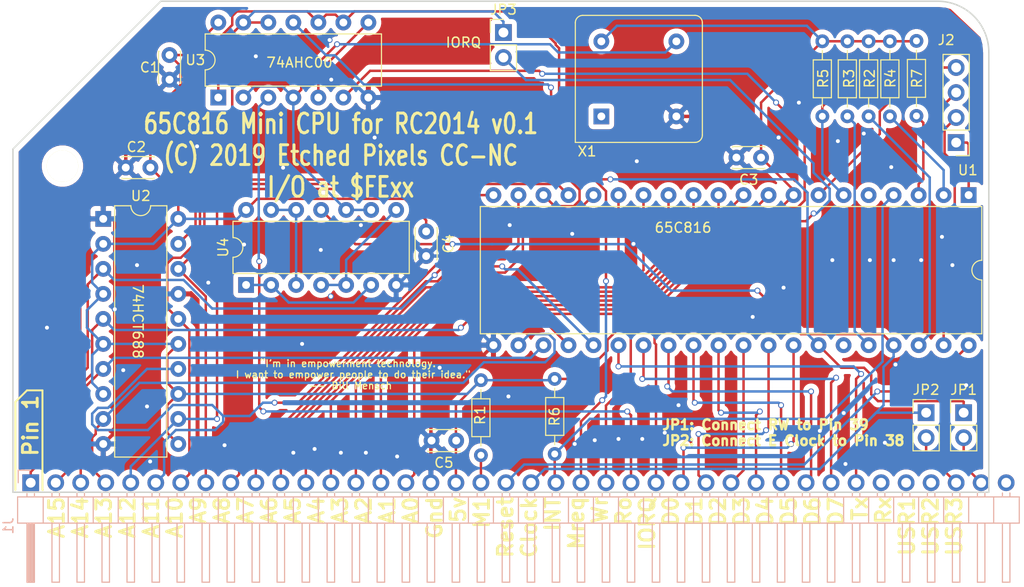
<source format=kicad_pcb>
(kicad_pcb (version 20171130) (host pcbnew 5.1.5-1.fc31)

  (general
    (thickness 1.6)
    (drawings 20)
    (tracks 597)
    (zones 0)
    (modules 23)
    (nets 52)
  )

  (page A4)
  (layers
    (0 F.Cu signal)
    (31 B.Cu signal)
    (32 B.Adhes user)
    (33 F.Adhes user)
    (34 B.Paste user)
    (35 F.Paste user)
    (36 B.SilkS user)
    (37 F.SilkS user)
    (38 B.Mask user)
    (39 F.Mask user)
    (40 Dwgs.User user)
    (41 Cmts.User user)
    (42 Eco1.User user)
    (43 Eco2.User user)
    (44 Edge.Cuts user)
    (45 Margin user)
    (46 B.CrtYd user)
    (47 F.CrtYd user)
    (48 B.Fab user hide)
    (49 F.Fab user hide)
  )

  (setup
    (last_trace_width 0.25)
    (trace_clearance 0.2)
    (zone_clearance 0.508)
    (zone_45_only no)
    (trace_min 0.2)
    (via_size 0.6)
    (via_drill 0.4)
    (via_min_size 0.4)
    (via_min_drill 0.3)
    (uvia_size 0.3)
    (uvia_drill 0.1)
    (uvias_allowed no)
    (uvia_min_size 0.2)
    (uvia_min_drill 0.1)
    (edge_width 0.15)
    (segment_width 0.2)
    (pcb_text_width 0.3)
    (pcb_text_size 1.5 1.5)
    (mod_edge_width 0.15)
    (mod_text_size 1 1)
    (mod_text_width 0.15)
    (pad_size 3.2 3.2)
    (pad_drill 3.2)
    (pad_to_mask_clearance 0.2)
    (aux_axis_origin 0 0)
    (visible_elements 7FFFFFFF)
    (pcbplotparams
      (layerselection 0x010f0_ffffffff)
      (usegerberextensions false)
      (usegerberattributes false)
      (usegerberadvancedattributes false)
      (creategerberjobfile false)
      (excludeedgelayer true)
      (linewidth 0.100000)
      (plotframeref false)
      (viasonmask false)
      (mode 1)
      (useauxorigin false)
      (hpglpennumber 1)
      (hpglpenspeed 20)
      (hpglpendiameter 15.000000)
      (psnegative false)
      (psa4output false)
      (plotreference true)
      (plotvalue true)
      (plotinvisibletext false)
      (padsonsilk false)
      (subtractmaskfromsilk false)
      (outputformat 1)
      (mirror false)
      (drillshape 0)
      (scaleselection 1)
      (outputdirectory "/tmp/kicad/65c816mini"))
  )

  (net 0 "")
  (net 1 GND)
  (net 2 M1)
  (net 3 RD)
  (net 4 A15)
  (net 5 A14)
  (net 6 A13)
  (net 7 A12)
  (net 8 A11)
  (net 9 A10)
  (net 10 A9)
  (net 11 A8)
  (net 12 A7)
  (net 13 A6)
  (net 14 A5)
  (net 15 A4)
  (net 16 A3)
  (net 17 IORQ)
  (net 18 D1)
  (net 19 D2)
  (net 20 D3)
  (net 21 D4)
  (net 22 D5)
  (net 23 D6)
  (net 24 D7)
  (net 25 A2)
  (net 26 A1)
  (net 27 A0)
  (net 28 RESET)
  (net 29 CLK)
  (net 30 MREQ)
  (net 31 WR)
  (net 32 VCC)
  (net 33 IRQ)
  (net 34 D0)
  (net 35 "Net-(R2-Pad1)")
  (net 36 "Net-(R3-Pad1)")
  (net 37 "Net-(R4-Pad1)")
  (net 38 RW)
  (net 39 "Net-(U3-Pad5)")
  (net 40 "Net-(J1-Pad39)")
  (net 41 VP)
  (net 42 VDA)
  (net 43 VPA)
  (net 44 "Net-(R7-Pad1)")
  (net 45 CLK0)
  (net 46 "Net-(U4-Pad1)")
  (net 47 "Net-(U4-Pad4)")
  (net 48 "Net-(U4-Pad12)")
  (net 49 "Net-(J1-Pad38)")
  (net 50 NMI)
  (net 51 "Net-(JP3-Pad1)")

  (net_class Default "This is the default net class."
    (clearance 0.2)
    (trace_width 0.25)
    (via_dia 0.6)
    (via_drill 0.4)
    (uvia_dia 0.3)
    (uvia_drill 0.1)
    (add_net A0)
    (add_net A1)
    (add_net A10)
    (add_net A11)
    (add_net A12)
    (add_net A13)
    (add_net A14)
    (add_net A15)
    (add_net A2)
    (add_net A3)
    (add_net A4)
    (add_net A5)
    (add_net A6)
    (add_net A7)
    (add_net A8)
    (add_net A9)
    (add_net CLK)
    (add_net CLK0)
    (add_net D0)
    (add_net D1)
    (add_net D2)
    (add_net D3)
    (add_net D4)
    (add_net D5)
    (add_net D6)
    (add_net D7)
    (add_net IORQ)
    (add_net IRQ)
    (add_net M1)
    (add_net MREQ)
    (add_net NMI)
    (add_net "Net-(J1-Pad38)")
    (add_net "Net-(J1-Pad39)")
    (add_net "Net-(JP3-Pad1)")
    (add_net "Net-(R2-Pad1)")
    (add_net "Net-(R3-Pad1)")
    (add_net "Net-(R4-Pad1)")
    (add_net "Net-(R7-Pad1)")
    (add_net "Net-(U3-Pad5)")
    (add_net "Net-(U4-Pad1)")
    (add_net "Net-(U4-Pad12)")
    (add_net "Net-(U4-Pad4)")
    (add_net RD)
    (add_net RESET)
    (add_net RW)
    (add_net VCC)
    (add_net VDA)
    (add_net VP)
    (add_net VPA)
    (add_net WR)
  )

  (net_class Power ""
    (clearance 0.2)
    (trace_width 0.35)
    (via_dia 0.6)
    (via_drill 0.4)
    (uvia_dia 0.3)
    (uvia_drill 0.1)
    (add_net GND)
  )

  (module Connector_PinHeader_2.54mm:PinHeader_1x04_P2.54mm_Vertical (layer F.Cu) (tedit 59FED5CC) (tstamp 5E48409E)
    (at 249.682 117.856 180)
    (descr "Through hole straight pin header, 1x04, 2.54mm pitch, single row")
    (tags "Through hole pin header THT 1x04 2.54mm single row")
    (path /5DD966CF)
    (fp_text reference J2 (at 1.016 10.414) (layer F.SilkS)
      (effects (font (size 1 1) (thickness 0.15)))
    )
    (fp_text value Conn_01x04_Male (at 0 9.95) (layer F.Fab)
      (effects (font (size 1 1) (thickness 0.15)))
    )
    (fp_line (start -0.635 -1.27) (end 1.27 -1.27) (layer F.Fab) (width 0.1))
    (fp_line (start 1.27 -1.27) (end 1.27 8.89) (layer F.Fab) (width 0.1))
    (fp_line (start 1.27 8.89) (end -1.27 8.89) (layer F.Fab) (width 0.1))
    (fp_line (start -1.27 8.89) (end -1.27 -0.635) (layer F.Fab) (width 0.1))
    (fp_line (start -1.27 -0.635) (end -0.635 -1.27) (layer F.Fab) (width 0.1))
    (fp_line (start -1.33 8.95) (end 1.33 8.95) (layer F.SilkS) (width 0.12))
    (fp_line (start -1.33 1.27) (end -1.33 8.95) (layer F.SilkS) (width 0.12))
    (fp_line (start 1.33 1.27) (end 1.33 8.95) (layer F.SilkS) (width 0.12))
    (fp_line (start -1.33 1.27) (end 1.33 1.27) (layer F.SilkS) (width 0.12))
    (fp_line (start -1.33 0) (end -1.33 -1.33) (layer F.SilkS) (width 0.12))
    (fp_line (start -1.33 -1.33) (end 0 -1.33) (layer F.SilkS) (width 0.12))
    (fp_line (start -1.8 -1.8) (end -1.8 9.4) (layer F.CrtYd) (width 0.05))
    (fp_line (start -1.8 9.4) (end 1.8 9.4) (layer F.CrtYd) (width 0.05))
    (fp_line (start 1.8 9.4) (end 1.8 -1.8) (layer F.CrtYd) (width 0.05))
    (fp_line (start 1.8 -1.8) (end -1.8 -1.8) (layer F.CrtYd) (width 0.05))
    (fp_text user %R (at 0 3.81 90) (layer F.Fab)
      (effects (font (size 1 1) (thickness 0.15)))
    )
    (pad 1 thru_hole rect (at 0 0 180) (size 1.7 1.7) (drill 1) (layers *.Cu *.Mask)
      (net 41 VP))
    (pad 2 thru_hole oval (at 0 2.54 180) (size 1.7 1.7) (drill 1) (layers *.Cu *.Mask)
      (net 42 VDA))
    (pad 3 thru_hole oval (at 0 5.08 180) (size 1.7 1.7) (drill 1) (layers *.Cu *.Mask)
      (net 43 VPA))
    (pad 4 thru_hole oval (at 0 7.62 180) (size 1.7 1.7) (drill 1) (layers *.Cu *.Mask)
      (net 50 NMI))
    (model ${KISYS3DMOD}/Connector_PinHeader_2.54mm.3dshapes/PinHeader_1x04_P2.54mm_Vertical.wrl
      (at (xyz 0 0 0))
      (scale (xyz 1 1 1))
      (rotate (xyz 0 0 0))
    )
  )

  (module Package_DIP:DIP-14_W7.62mm (layer F.Cu) (tedit 5A02E8C5) (tstamp 5DD32F31)
    (at 177.575001 132.314999 90)
    (descr "14-lead though-hole mounted DIP package, row spacing 7.62 mm (300 mils)")
    (tags "THT DIP DIL PDIP 2.54mm 7.62mm 300mil")
    (path /5DD3DE85)
    (fp_text reference U4 (at 3.81 -2.33 90) (layer F.SilkS)
      (effects (font (size 1 1) (thickness 0.15)))
    )
    (fp_text value 74AHC00 (at 3.81 17.57 90) (layer F.Fab)
      (effects (font (size 1 1) (thickness 0.15)))
    )
    (fp_arc (start 3.81 -1.33) (end 2.81 -1.33) (angle -180) (layer F.SilkS) (width 0.12))
    (fp_line (start 1.635 -1.27) (end 6.985 -1.27) (layer F.Fab) (width 0.1))
    (fp_line (start 6.985 -1.27) (end 6.985 16.51) (layer F.Fab) (width 0.1))
    (fp_line (start 6.985 16.51) (end 0.635 16.51) (layer F.Fab) (width 0.1))
    (fp_line (start 0.635 16.51) (end 0.635 -0.27) (layer F.Fab) (width 0.1))
    (fp_line (start 0.635 -0.27) (end 1.635 -1.27) (layer F.Fab) (width 0.1))
    (fp_line (start 2.81 -1.33) (end 1.16 -1.33) (layer F.SilkS) (width 0.12))
    (fp_line (start 1.16 -1.33) (end 1.16 16.57) (layer F.SilkS) (width 0.12))
    (fp_line (start 1.16 16.57) (end 6.46 16.57) (layer F.SilkS) (width 0.12))
    (fp_line (start 6.46 16.57) (end 6.46 -1.33) (layer F.SilkS) (width 0.12))
    (fp_line (start 6.46 -1.33) (end 4.81 -1.33) (layer F.SilkS) (width 0.12))
    (fp_line (start -1.1 -1.55) (end -1.1 16.8) (layer F.CrtYd) (width 0.05))
    (fp_line (start -1.1 16.8) (end 8.7 16.8) (layer F.CrtYd) (width 0.05))
    (fp_line (start 8.7 16.8) (end 8.7 -1.55) (layer F.CrtYd) (width 0.05))
    (fp_line (start 8.7 -1.55) (end -1.1 -1.55) (layer F.CrtYd) (width 0.05))
    (fp_text user %R (at 3.81 7.62 90) (layer F.Fab)
      (effects (font (size 1 1) (thickness 0.15)))
    )
    (pad 1 thru_hole rect (at 0 0 90) (size 1.6 1.6) (drill 0.8) (layers *.Cu *.Mask)
      (net 46 "Net-(U4-Pad1)"))
    (pad 8 thru_hole oval (at 7.62 15.24 90) (size 1.6 1.6) (drill 0.8) (layers *.Cu *.Mask)
      (net 47 "Net-(U4-Pad4)"))
    (pad 2 thru_hole oval (at 0 2.54 90) (size 1.6 1.6) (drill 0.8) (layers *.Cu *.Mask)
      (net 46 "Net-(U4-Pad1)"))
    (pad 9 thru_hole oval (at 7.62 12.7 90) (size 1.6 1.6) (drill 0.8) (layers *.Cu *.Mask)
      (net 45 CLK0))
    (pad 3 thru_hole oval (at 0 5.08 90) (size 1.6 1.6) (drill 0.8) (layers *.Cu *.Mask)
      (net 48 "Net-(U4-Pad12)"))
    (pad 10 thru_hole oval (at 7.62 10.16 90) (size 1.6 1.6) (drill 0.8) (layers *.Cu *.Mask)
      (net 45 CLK0))
    (pad 4 thru_hole oval (at 0 7.62 90) (size 1.6 1.6) (drill 0.8) (layers *.Cu *.Mask)
      (net 47 "Net-(U4-Pad4)"))
    (pad 11 thru_hole oval (at 7.62 7.62 90) (size 1.6 1.6) (drill 0.8) (layers *.Cu *.Mask)
      (net 29 CLK))
    (pad 5 thru_hole oval (at 0 10.16 90) (size 1.6 1.6) (drill 0.8) (layers *.Cu *.Mask)
      (net 47 "Net-(U4-Pad4)"))
    (pad 12 thru_hole oval (at 7.62 5.08 90) (size 1.6 1.6) (drill 0.8) (layers *.Cu *.Mask)
      (net 48 "Net-(U4-Pad12)"))
    (pad 6 thru_hole oval (at 0 12.7 90) (size 1.6 1.6) (drill 0.8) (layers *.Cu *.Mask)
      (net 46 "Net-(U4-Pad1)"))
    (pad 13 thru_hole oval (at 7.62 2.54 90) (size 1.6 1.6) (drill 0.8) (layers *.Cu *.Mask)
      (net 48 "Net-(U4-Pad12)"))
    (pad 7 thru_hole oval (at 0 15.24 90) (size 1.6 1.6) (drill 0.8) (layers *.Cu *.Mask)
      (net 1 GND))
    (pad 14 thru_hole oval (at 7.62 0 90) (size 1.6 1.6) (drill 0.8) (layers *.Cu *.Mask)
      (net 32 VCC))
    (model ${KISYS3DMOD}/Package_DIP.3dshapes/DIP-14_W7.62mm.wrl
      (at (xyz 0 0 0))
      (scale (xyz 1 1 1))
      (rotate (xyz 0 0 0))
    )
  )

  (module Package_DIP:DIP-40_W15.24mm (layer F.Cu) (tedit 5A02E8C5) (tstamp 5D58545C)
    (at 250.952 123.19 270)
    (descr "40-lead though-hole mounted DIP package, row spacing 15.24 mm (600 mils)")
    (tags "THT DIP DIL PDIP 2.54mm 15.24mm 600mil")
    (path /5DD370F5)
    (fp_text reference U1 (at -2.52984 0.08636 180) (layer F.SilkS)
      (effects (font (size 1 1) (thickness 0.15)))
    )
    (fp_text value W65C816SxP (at 7.62 50.59 90) (layer F.Fab)
      (effects (font (size 1 1) (thickness 0.15)))
    )
    (fp_arc (start 7.62 -1.33) (end 6.62 -1.33) (angle -180) (layer F.SilkS) (width 0.12))
    (fp_line (start 1.255 -1.27) (end 14.985 -1.27) (layer F.Fab) (width 0.1))
    (fp_line (start 14.985 -1.27) (end 14.985 49.53) (layer F.Fab) (width 0.1))
    (fp_line (start 14.985 49.53) (end 0.255 49.53) (layer F.Fab) (width 0.1))
    (fp_line (start 0.255 49.53) (end 0.255 -0.27) (layer F.Fab) (width 0.1))
    (fp_line (start 0.255 -0.27) (end 1.255 -1.27) (layer F.Fab) (width 0.1))
    (fp_line (start 6.62 -1.33) (end 1.16 -1.33) (layer F.SilkS) (width 0.12))
    (fp_line (start 1.16 -1.33) (end 1.16 49.59) (layer F.SilkS) (width 0.12))
    (fp_line (start 1.16 49.59) (end 14.08 49.59) (layer F.SilkS) (width 0.12))
    (fp_line (start 14.08 49.59) (end 14.08 -1.33) (layer F.SilkS) (width 0.12))
    (fp_line (start 14.08 -1.33) (end 8.62 -1.33) (layer F.SilkS) (width 0.12))
    (fp_line (start -1.05 -1.55) (end -1.05 49.8) (layer F.CrtYd) (width 0.05))
    (fp_line (start -1.05 49.8) (end 16.3 49.8) (layer F.CrtYd) (width 0.05))
    (fp_line (start 16.3 49.8) (end 16.3 -1.55) (layer F.CrtYd) (width 0.05))
    (fp_line (start 16.3 -1.55) (end -1.05 -1.55) (layer F.CrtYd) (width 0.05))
    (fp_text user %R (at 7.62 24.13 90) (layer F.Fab)
      (effects (font (size 1 1) (thickness 0.15)))
    )
    (pad 1 thru_hole rect (at 0 0 270) (size 1.6 1.6) (drill 0.8) (layers *.Cu *.Mask)
      (net 41 VP))
    (pad 21 thru_hole oval (at 15.24 48.26 270) (size 1.6 1.6) (drill 0.8) (layers *.Cu *.Mask)
      (net 1 GND))
    (pad 2 thru_hole oval (at 0 2.54 270) (size 1.6 1.6) (drill 0.8) (layers *.Cu *.Mask)
      (net 37 "Net-(R4-Pad1)"))
    (pad 22 thru_hole oval (at 15.24 45.72 270) (size 1.6 1.6) (drill 0.8) (layers *.Cu *.Mask)
      (net 7 A12))
    (pad 3 thru_hole oval (at 0 5.08 270) (size 1.6 1.6) (drill 0.8) (layers *.Cu *.Mask)
      (net 44 "Net-(R7-Pad1)"))
    (pad 23 thru_hole oval (at 15.24 43.18 270) (size 1.6 1.6) (drill 0.8) (layers *.Cu *.Mask)
      (net 6 A13))
    (pad 4 thru_hole oval (at 0 7.62 270) (size 1.6 1.6) (drill 0.8) (layers *.Cu *.Mask)
      (net 33 IRQ))
    (pad 24 thru_hole oval (at 15.24 40.64 270) (size 1.6 1.6) (drill 0.8) (layers *.Cu *.Mask)
      (net 5 A14))
    (pad 5 thru_hole oval (at 0 10.16 270) (size 1.6 1.6) (drill 0.8) (layers *.Cu *.Mask))
    (pad 25 thru_hole oval (at 15.24 38.1 270) (size 1.6 1.6) (drill 0.8) (layers *.Cu *.Mask)
      (net 4 A15))
    (pad 6 thru_hole oval (at 0 12.7 270) (size 1.6 1.6) (drill 0.8) (layers *.Cu *.Mask)
      (net 50 NMI))
    (pad 26 thru_hole oval (at 15.24 35.56 270) (size 1.6 1.6) (drill 0.8) (layers *.Cu *.Mask)
      (net 24 D7))
    (pad 7 thru_hole oval (at 0 15.24 270) (size 1.6 1.6) (drill 0.8) (layers *.Cu *.Mask)
      (net 43 VPA))
    (pad 27 thru_hole oval (at 15.24 33.02 270) (size 1.6 1.6) (drill 0.8) (layers *.Cu *.Mask)
      (net 23 D6))
    (pad 8 thru_hole oval (at 0 17.78 270) (size 1.6 1.6) (drill 0.8) (layers *.Cu *.Mask)
      (net 32 VCC))
    (pad 28 thru_hole oval (at 15.24 30.48 270) (size 1.6 1.6) (drill 0.8) (layers *.Cu *.Mask)
      (net 22 D5))
    (pad 9 thru_hole oval (at 0 20.32 270) (size 1.6 1.6) (drill 0.8) (layers *.Cu *.Mask)
      (net 27 A0))
    (pad 29 thru_hole oval (at 15.24 27.94 270) (size 1.6 1.6) (drill 0.8) (layers *.Cu *.Mask)
      (net 21 D4))
    (pad 10 thru_hole oval (at 0 22.86 270) (size 1.6 1.6) (drill 0.8) (layers *.Cu *.Mask)
      (net 26 A1))
    (pad 30 thru_hole oval (at 15.24 25.4 270) (size 1.6 1.6) (drill 0.8) (layers *.Cu *.Mask)
      (net 20 D3))
    (pad 11 thru_hole oval (at 0 25.4 270) (size 1.6 1.6) (drill 0.8) (layers *.Cu *.Mask)
      (net 25 A2))
    (pad 31 thru_hole oval (at 15.24 22.86 270) (size 1.6 1.6) (drill 0.8) (layers *.Cu *.Mask)
      (net 19 D2))
    (pad 12 thru_hole oval (at 0 27.94 270) (size 1.6 1.6) (drill 0.8) (layers *.Cu *.Mask)
      (net 16 A3))
    (pad 32 thru_hole oval (at 15.24 20.32 270) (size 1.6 1.6) (drill 0.8) (layers *.Cu *.Mask)
      (net 18 D1))
    (pad 13 thru_hole oval (at 0 30.48 270) (size 1.6 1.6) (drill 0.8) (layers *.Cu *.Mask)
      (net 15 A4))
    (pad 33 thru_hole oval (at 15.24 17.78 270) (size 1.6 1.6) (drill 0.8) (layers *.Cu *.Mask)
      (net 34 D0))
    (pad 14 thru_hole oval (at 0 33.02 270) (size 1.6 1.6) (drill 0.8) (layers *.Cu *.Mask)
      (net 14 A5))
    (pad 34 thru_hole oval (at 15.24 15.24 270) (size 1.6 1.6) (drill 0.8) (layers *.Cu *.Mask)
      (net 38 RW))
    (pad 15 thru_hole oval (at 0 35.56 270) (size 1.6 1.6) (drill 0.8) (layers *.Cu *.Mask)
      (net 13 A6))
    (pad 35 thru_hole oval (at 15.24 12.7 270) (size 1.6 1.6) (drill 0.8) (layers *.Cu *.Mask))
    (pad 16 thru_hole oval (at 0 38.1 270) (size 1.6 1.6) (drill 0.8) (layers *.Cu *.Mask)
      (net 12 A7))
    (pad 36 thru_hole oval (at 15.24 10.16 270) (size 1.6 1.6) (drill 0.8) (layers *.Cu *.Mask)
      (net 36 "Net-(R3-Pad1)"))
    (pad 17 thru_hole oval (at 0 40.64 270) (size 1.6 1.6) (drill 0.8) (layers *.Cu *.Mask)
      (net 11 A8))
    (pad 37 thru_hole oval (at 15.24 7.62 270) (size 1.6 1.6) (drill 0.8) (layers *.Cu *.Mask)
      (net 29 CLK))
    (pad 18 thru_hole oval (at 0 43.18 270) (size 1.6 1.6) (drill 0.8) (layers *.Cu *.Mask)
      (net 10 A9))
    (pad 38 thru_hole oval (at 15.24 5.08 270) (size 1.6 1.6) (drill 0.8) (layers *.Cu *.Mask)
      (net 35 "Net-(R2-Pad1)"))
    (pad 19 thru_hole oval (at 0 45.72 270) (size 1.6 1.6) (drill 0.8) (layers *.Cu *.Mask)
      (net 9 A10))
    (pad 39 thru_hole oval (at 15.24 2.54 270) (size 1.6 1.6) (drill 0.8) (layers *.Cu *.Mask)
      (net 42 VDA))
    (pad 20 thru_hole oval (at 0 48.26 270) (size 1.6 1.6) (drill 0.8) (layers *.Cu *.Mask)
      (net 8 A11))
    (pad 40 thru_hole oval (at 15.24 0 270) (size 1.6 1.6) (drill 0.8) (layers *.Cu *.Mask)
      (net 28 RESET))
    (model ${KISYS3DMOD}/Package_DIP.3dshapes/DIP-40_W15.24mm.wrl
      (at (xyz 0 0 0))
      (scale (xyz 1 1 1))
      (rotate (xyz 0 0 0))
    )
  )

  (module Resistor_THT:R_Axial_DIN0204_L3.6mm_D1.6mm_P7.62mm_Horizontal (layer F.Cu) (tedit 5AE5139B) (tstamp 5D586081)
    (at 242.951 115.189 90)
    (descr "Resistor, Axial_DIN0204 series, Axial, Horizontal, pin pitch=7.62mm, 0.167W, length*diameter=3.6*1.6mm^2, http://cdn-reichelt.de/documents/datenblatt/B400/1_4W%23YAG.pdf")
    (tags "Resistor Axial_DIN0204 series Axial Horizontal pin pitch 7.62mm 0.167W length 3.6mm diameter 1.6mm")
    (path /5D6DFF0A)
    (fp_text reference R4 (at 3.859 0.059 90) (layer F.SilkS)
      (effects (font (size 1 1) (thickness 0.15)))
    )
    (fp_text value 3K3 (at 3.81 1.92 90) (layer F.Fab)
      (effects (font (size 1 1) (thickness 0.15)))
    )
    (fp_line (start 2.01 -0.8) (end 2.01 0.8) (layer F.Fab) (width 0.1))
    (fp_line (start 2.01 0.8) (end 5.61 0.8) (layer F.Fab) (width 0.1))
    (fp_line (start 5.61 0.8) (end 5.61 -0.8) (layer F.Fab) (width 0.1))
    (fp_line (start 5.61 -0.8) (end 2.01 -0.8) (layer F.Fab) (width 0.1))
    (fp_line (start 0 0) (end 2.01 0) (layer F.Fab) (width 0.1))
    (fp_line (start 7.62 0) (end 5.61 0) (layer F.Fab) (width 0.1))
    (fp_line (start 1.89 -0.92) (end 1.89 0.92) (layer F.SilkS) (width 0.12))
    (fp_line (start 1.89 0.92) (end 5.73 0.92) (layer F.SilkS) (width 0.12))
    (fp_line (start 5.73 0.92) (end 5.73 -0.92) (layer F.SilkS) (width 0.12))
    (fp_line (start 5.73 -0.92) (end 1.89 -0.92) (layer F.SilkS) (width 0.12))
    (fp_line (start 0.94 0) (end 1.89 0) (layer F.SilkS) (width 0.12))
    (fp_line (start 6.68 0) (end 5.73 0) (layer F.SilkS) (width 0.12))
    (fp_line (start -0.95 -1.05) (end -0.95 1.05) (layer F.CrtYd) (width 0.05))
    (fp_line (start -0.95 1.05) (end 8.57 1.05) (layer F.CrtYd) (width 0.05))
    (fp_line (start 8.57 1.05) (end 8.57 -1.05) (layer F.CrtYd) (width 0.05))
    (fp_line (start 8.57 -1.05) (end -0.95 -1.05) (layer F.CrtYd) (width 0.05))
    (fp_text user %R (at 3.81 0 90) (layer F.Fab)
      (effects (font (size 0.72 0.72) (thickness 0.108)))
    )
    (pad 1 thru_hole circle (at 0 0 90) (size 1.4 1.4) (drill 0.7) (layers *.Cu *.Mask)
      (net 37 "Net-(R4-Pad1)"))
    (pad 2 thru_hole oval (at 7.62 0 90) (size 1.4 1.4) (drill 0.7) (layers *.Cu *.Mask)
      (net 32 VCC))
    (model ${KISYS3DMOD}/Resistor_THT.3dshapes/R_Axial_DIN0204_L3.6mm_D1.6mm_P7.62mm_Horizontal.wrl
      (at (xyz 0 0 0))
      (scale (xyz 1 1 1))
      (rotate (xyz 0 0 0))
    )
  )

  (module Resistor_THT:R_Axial_DIN0204_L3.6mm_D1.6mm_P7.62mm_Horizontal (layer F.Cu) (tedit 5AE5139B) (tstamp 5DD30694)
    (at 245.65 115.15 90)
    (descr "Resistor, Axial_DIN0204 series, Axial, Horizontal, pin pitch=7.62mm, 0.167W, length*diameter=3.6*1.6mm^2, http://cdn-reichelt.de/documents/datenblatt/B400/1_4W%23YAG.pdf")
    (tags "Resistor Axial_DIN0204 series Axial Horizontal pin pitch 7.62mm 0.167W length 3.6mm diameter 1.6mm")
    (path /5DD9117E)
    (fp_text reference R7 (at 3.8 0.05 90) (layer F.SilkS)
      (effects (font (size 1 1) (thickness 0.15)))
    )
    (fp_text value 3K3 (at 3.81 1.92 90) (layer F.Fab)
      (effects (font (size 1 1) (thickness 0.15)))
    )
    (fp_line (start 2.01 -0.8) (end 2.01 0.8) (layer F.Fab) (width 0.1))
    (fp_line (start 2.01 0.8) (end 5.61 0.8) (layer F.Fab) (width 0.1))
    (fp_line (start 5.61 0.8) (end 5.61 -0.8) (layer F.Fab) (width 0.1))
    (fp_line (start 5.61 -0.8) (end 2.01 -0.8) (layer F.Fab) (width 0.1))
    (fp_line (start 0 0) (end 2.01 0) (layer F.Fab) (width 0.1))
    (fp_line (start 7.62 0) (end 5.61 0) (layer F.Fab) (width 0.1))
    (fp_line (start 1.89 -0.92) (end 1.89 0.92) (layer F.SilkS) (width 0.12))
    (fp_line (start 1.89 0.92) (end 5.73 0.92) (layer F.SilkS) (width 0.12))
    (fp_line (start 5.73 0.92) (end 5.73 -0.92) (layer F.SilkS) (width 0.12))
    (fp_line (start 5.73 -0.92) (end 1.89 -0.92) (layer F.SilkS) (width 0.12))
    (fp_line (start 0.94 0) (end 1.89 0) (layer F.SilkS) (width 0.12))
    (fp_line (start 6.68 0) (end 5.73 0) (layer F.SilkS) (width 0.12))
    (fp_line (start -0.95 -1.05) (end -0.95 1.05) (layer F.CrtYd) (width 0.05))
    (fp_line (start -0.95 1.05) (end 8.57 1.05) (layer F.CrtYd) (width 0.05))
    (fp_line (start 8.57 1.05) (end 8.57 -1.05) (layer F.CrtYd) (width 0.05))
    (fp_line (start 8.57 -1.05) (end -0.95 -1.05) (layer F.CrtYd) (width 0.05))
    (fp_text user %R (at 3.81 0 90) (layer F.Fab)
      (effects (font (size 0.72 0.72) (thickness 0.108)))
    )
    (pad 1 thru_hole circle (at 0 0 90) (size 1.4 1.4) (drill 0.7) (layers *.Cu *.Mask)
      (net 44 "Net-(R7-Pad1)"))
    (pad 2 thru_hole oval (at 7.62 0 90) (size 1.4 1.4) (drill 0.7) (layers *.Cu *.Mask)
      (net 32 VCC))
    (model ${KISYS3DMOD}/Resistor_THT.3dshapes/R_Axial_DIN0204_L3.6mm_D1.6mm_P7.62mm_Horizontal.wrl
      (at (xyz 0 0 0))
      (scale (xyz 1 1 1))
      (rotate (xyz 0 0 0))
    )
  )

  (module Connector_PinHeader_2.54mm:PinHeader_1x40_P2.54mm_Horizontal (layer B.Cu) (tedit 59FED5CB) (tstamp 5D4E77A0)
    (at 155.702 152.4 270)
    (descr "Through hole angled pin header, 1x40, 2.54mm pitch, 6mm pin length, single row")
    (tags "Through hole angled pin header THT 1x40 2.54mm single row")
    (path /5D4D81A3)
    (fp_text reference J1 (at 4.385 2.27 270) (layer B.SilkS)
      (effects (font (size 1 1) (thickness 0.15)) (justify mirror))
    )
    (fp_text value Conn_01x40 (at 4.385 -101.33 270) (layer B.Fab)
      (effects (font (size 1 1) (thickness 0.15)) (justify mirror))
    )
    (fp_line (start 2.135 1.27) (end 4.04 1.27) (layer B.Fab) (width 0.1))
    (fp_line (start 4.04 1.27) (end 4.04 -100.33) (layer B.Fab) (width 0.1))
    (fp_line (start 4.04 -100.33) (end 1.5 -100.33) (layer B.Fab) (width 0.1))
    (fp_line (start 1.5 -100.33) (end 1.5 0.635) (layer B.Fab) (width 0.1))
    (fp_line (start 1.5 0.635) (end 2.135 1.27) (layer B.Fab) (width 0.1))
    (fp_line (start -0.32 0.32) (end 1.5 0.32) (layer B.Fab) (width 0.1))
    (fp_line (start -0.32 0.32) (end -0.32 -0.32) (layer B.Fab) (width 0.1))
    (fp_line (start -0.32 -0.32) (end 1.5 -0.32) (layer B.Fab) (width 0.1))
    (fp_line (start 4.04 0.32) (end 10.04 0.32) (layer B.Fab) (width 0.1))
    (fp_line (start 10.04 0.32) (end 10.04 -0.32) (layer B.Fab) (width 0.1))
    (fp_line (start 4.04 -0.32) (end 10.04 -0.32) (layer B.Fab) (width 0.1))
    (fp_line (start -0.32 -2.22) (end 1.5 -2.22) (layer B.Fab) (width 0.1))
    (fp_line (start -0.32 -2.22) (end -0.32 -2.86) (layer B.Fab) (width 0.1))
    (fp_line (start -0.32 -2.86) (end 1.5 -2.86) (layer B.Fab) (width 0.1))
    (fp_line (start 4.04 -2.22) (end 10.04 -2.22) (layer B.Fab) (width 0.1))
    (fp_line (start 10.04 -2.22) (end 10.04 -2.86) (layer B.Fab) (width 0.1))
    (fp_line (start 4.04 -2.86) (end 10.04 -2.86) (layer B.Fab) (width 0.1))
    (fp_line (start -0.32 -4.76) (end 1.5 -4.76) (layer B.Fab) (width 0.1))
    (fp_line (start -0.32 -4.76) (end -0.32 -5.4) (layer B.Fab) (width 0.1))
    (fp_line (start -0.32 -5.4) (end 1.5 -5.4) (layer B.Fab) (width 0.1))
    (fp_line (start 4.04 -4.76) (end 10.04 -4.76) (layer B.Fab) (width 0.1))
    (fp_line (start 10.04 -4.76) (end 10.04 -5.4) (layer B.Fab) (width 0.1))
    (fp_line (start 4.04 -5.4) (end 10.04 -5.4) (layer B.Fab) (width 0.1))
    (fp_line (start -0.32 -7.3) (end 1.5 -7.3) (layer B.Fab) (width 0.1))
    (fp_line (start -0.32 -7.3) (end -0.32 -7.94) (layer B.Fab) (width 0.1))
    (fp_line (start -0.32 -7.94) (end 1.5 -7.94) (layer B.Fab) (width 0.1))
    (fp_line (start 4.04 -7.3) (end 10.04 -7.3) (layer B.Fab) (width 0.1))
    (fp_line (start 10.04 -7.3) (end 10.04 -7.94) (layer B.Fab) (width 0.1))
    (fp_line (start 4.04 -7.94) (end 10.04 -7.94) (layer B.Fab) (width 0.1))
    (fp_line (start -0.32 -9.84) (end 1.5 -9.84) (layer B.Fab) (width 0.1))
    (fp_line (start -0.32 -9.84) (end -0.32 -10.48) (layer B.Fab) (width 0.1))
    (fp_line (start -0.32 -10.48) (end 1.5 -10.48) (layer B.Fab) (width 0.1))
    (fp_line (start 4.04 -9.84) (end 10.04 -9.84) (layer B.Fab) (width 0.1))
    (fp_line (start 10.04 -9.84) (end 10.04 -10.48) (layer B.Fab) (width 0.1))
    (fp_line (start 4.04 -10.48) (end 10.04 -10.48) (layer B.Fab) (width 0.1))
    (fp_line (start -0.32 -12.38) (end 1.5 -12.38) (layer B.Fab) (width 0.1))
    (fp_line (start -0.32 -12.38) (end -0.32 -13.02) (layer B.Fab) (width 0.1))
    (fp_line (start -0.32 -13.02) (end 1.5 -13.02) (layer B.Fab) (width 0.1))
    (fp_line (start 4.04 -12.38) (end 10.04 -12.38) (layer B.Fab) (width 0.1))
    (fp_line (start 10.04 -12.38) (end 10.04 -13.02) (layer B.Fab) (width 0.1))
    (fp_line (start 4.04 -13.02) (end 10.04 -13.02) (layer B.Fab) (width 0.1))
    (fp_line (start -0.32 -14.92) (end 1.5 -14.92) (layer B.Fab) (width 0.1))
    (fp_line (start -0.32 -14.92) (end -0.32 -15.56) (layer B.Fab) (width 0.1))
    (fp_line (start -0.32 -15.56) (end 1.5 -15.56) (layer B.Fab) (width 0.1))
    (fp_line (start 4.04 -14.92) (end 10.04 -14.92) (layer B.Fab) (width 0.1))
    (fp_line (start 10.04 -14.92) (end 10.04 -15.56) (layer B.Fab) (width 0.1))
    (fp_line (start 4.04 -15.56) (end 10.04 -15.56) (layer B.Fab) (width 0.1))
    (fp_line (start -0.32 -17.46) (end 1.5 -17.46) (layer B.Fab) (width 0.1))
    (fp_line (start -0.32 -17.46) (end -0.32 -18.1) (layer B.Fab) (width 0.1))
    (fp_line (start -0.32 -18.1) (end 1.5 -18.1) (layer B.Fab) (width 0.1))
    (fp_line (start 4.04 -17.46) (end 10.04 -17.46) (layer B.Fab) (width 0.1))
    (fp_line (start 10.04 -17.46) (end 10.04 -18.1) (layer B.Fab) (width 0.1))
    (fp_line (start 4.04 -18.1) (end 10.04 -18.1) (layer B.Fab) (width 0.1))
    (fp_line (start -0.32 -20) (end 1.5 -20) (layer B.Fab) (width 0.1))
    (fp_line (start -0.32 -20) (end -0.32 -20.64) (layer B.Fab) (width 0.1))
    (fp_line (start -0.32 -20.64) (end 1.5 -20.64) (layer B.Fab) (width 0.1))
    (fp_line (start 4.04 -20) (end 10.04 -20) (layer B.Fab) (width 0.1))
    (fp_line (start 10.04 -20) (end 10.04 -20.64) (layer B.Fab) (width 0.1))
    (fp_line (start 4.04 -20.64) (end 10.04 -20.64) (layer B.Fab) (width 0.1))
    (fp_line (start -0.32 -22.54) (end 1.5 -22.54) (layer B.Fab) (width 0.1))
    (fp_line (start -0.32 -22.54) (end -0.32 -23.18) (layer B.Fab) (width 0.1))
    (fp_line (start -0.32 -23.18) (end 1.5 -23.18) (layer B.Fab) (width 0.1))
    (fp_line (start 4.04 -22.54) (end 10.04 -22.54) (layer B.Fab) (width 0.1))
    (fp_line (start 10.04 -22.54) (end 10.04 -23.18) (layer B.Fab) (width 0.1))
    (fp_line (start 4.04 -23.18) (end 10.04 -23.18) (layer B.Fab) (width 0.1))
    (fp_line (start -0.32 -25.08) (end 1.5 -25.08) (layer B.Fab) (width 0.1))
    (fp_line (start -0.32 -25.08) (end -0.32 -25.72) (layer B.Fab) (width 0.1))
    (fp_line (start -0.32 -25.72) (end 1.5 -25.72) (layer B.Fab) (width 0.1))
    (fp_line (start 4.04 -25.08) (end 10.04 -25.08) (layer B.Fab) (width 0.1))
    (fp_line (start 10.04 -25.08) (end 10.04 -25.72) (layer B.Fab) (width 0.1))
    (fp_line (start 4.04 -25.72) (end 10.04 -25.72) (layer B.Fab) (width 0.1))
    (fp_line (start -0.32 -27.62) (end 1.5 -27.62) (layer B.Fab) (width 0.1))
    (fp_line (start -0.32 -27.62) (end -0.32 -28.26) (layer B.Fab) (width 0.1))
    (fp_line (start -0.32 -28.26) (end 1.5 -28.26) (layer B.Fab) (width 0.1))
    (fp_line (start 4.04 -27.62) (end 10.04 -27.62) (layer B.Fab) (width 0.1))
    (fp_line (start 10.04 -27.62) (end 10.04 -28.26) (layer B.Fab) (width 0.1))
    (fp_line (start 4.04 -28.26) (end 10.04 -28.26) (layer B.Fab) (width 0.1))
    (fp_line (start -0.32 -30.16) (end 1.5 -30.16) (layer B.Fab) (width 0.1))
    (fp_line (start -0.32 -30.16) (end -0.32 -30.8) (layer B.Fab) (width 0.1))
    (fp_line (start -0.32 -30.8) (end 1.5 -30.8) (layer B.Fab) (width 0.1))
    (fp_line (start 4.04 -30.16) (end 10.04 -30.16) (layer B.Fab) (width 0.1))
    (fp_line (start 10.04 -30.16) (end 10.04 -30.8) (layer B.Fab) (width 0.1))
    (fp_line (start 4.04 -30.8) (end 10.04 -30.8) (layer B.Fab) (width 0.1))
    (fp_line (start -0.32 -32.7) (end 1.5 -32.7) (layer B.Fab) (width 0.1))
    (fp_line (start -0.32 -32.7) (end -0.32 -33.34) (layer B.Fab) (width 0.1))
    (fp_line (start -0.32 -33.34) (end 1.5 -33.34) (layer B.Fab) (width 0.1))
    (fp_line (start 4.04 -32.7) (end 10.04 -32.7) (layer B.Fab) (width 0.1))
    (fp_line (start 10.04 -32.7) (end 10.04 -33.34) (layer B.Fab) (width 0.1))
    (fp_line (start 4.04 -33.34) (end 10.04 -33.34) (layer B.Fab) (width 0.1))
    (fp_line (start -0.32 -35.24) (end 1.5 -35.24) (layer B.Fab) (width 0.1))
    (fp_line (start -0.32 -35.24) (end -0.32 -35.88) (layer B.Fab) (width 0.1))
    (fp_line (start -0.32 -35.88) (end 1.5 -35.88) (layer B.Fab) (width 0.1))
    (fp_line (start 4.04 -35.24) (end 10.04 -35.24) (layer B.Fab) (width 0.1))
    (fp_line (start 10.04 -35.24) (end 10.04 -35.88) (layer B.Fab) (width 0.1))
    (fp_line (start 4.04 -35.88) (end 10.04 -35.88) (layer B.Fab) (width 0.1))
    (fp_line (start -0.32 -37.78) (end 1.5 -37.78) (layer B.Fab) (width 0.1))
    (fp_line (start -0.32 -37.78) (end -0.32 -38.42) (layer B.Fab) (width 0.1))
    (fp_line (start -0.32 -38.42) (end 1.5 -38.42) (layer B.Fab) (width 0.1))
    (fp_line (start 4.04 -37.78) (end 10.04 -37.78) (layer B.Fab) (width 0.1))
    (fp_line (start 10.04 -37.78) (end 10.04 -38.42) (layer B.Fab) (width 0.1))
    (fp_line (start 4.04 -38.42) (end 10.04 -38.42) (layer B.Fab) (width 0.1))
    (fp_line (start -0.32 -40.32) (end 1.5 -40.32) (layer B.Fab) (width 0.1))
    (fp_line (start -0.32 -40.32) (end -0.32 -40.96) (layer B.Fab) (width 0.1))
    (fp_line (start -0.32 -40.96) (end 1.5 -40.96) (layer B.Fab) (width 0.1))
    (fp_line (start 4.04 -40.32) (end 10.04 -40.32) (layer B.Fab) (width 0.1))
    (fp_line (start 10.04 -40.32) (end 10.04 -40.96) (layer B.Fab) (width 0.1))
    (fp_line (start 4.04 -40.96) (end 10.04 -40.96) (layer B.Fab) (width 0.1))
    (fp_line (start -0.32 -42.86) (end 1.5 -42.86) (layer B.Fab) (width 0.1))
    (fp_line (start -0.32 -42.86) (end -0.32 -43.5) (layer B.Fab) (width 0.1))
    (fp_line (start -0.32 -43.5) (end 1.5 -43.5) (layer B.Fab) (width 0.1))
    (fp_line (start 4.04 -42.86) (end 10.04 -42.86) (layer B.Fab) (width 0.1))
    (fp_line (start 10.04 -42.86) (end 10.04 -43.5) (layer B.Fab) (width 0.1))
    (fp_line (start 4.04 -43.5) (end 10.04 -43.5) (layer B.Fab) (width 0.1))
    (fp_line (start -0.32 -45.4) (end 1.5 -45.4) (layer B.Fab) (width 0.1))
    (fp_line (start -0.32 -45.4) (end -0.32 -46.04) (layer B.Fab) (width 0.1))
    (fp_line (start -0.32 -46.04) (end 1.5 -46.04) (layer B.Fab) (width 0.1))
    (fp_line (start 4.04 -45.4) (end 10.04 -45.4) (layer B.Fab) (width 0.1))
    (fp_line (start 10.04 -45.4) (end 10.04 -46.04) (layer B.Fab) (width 0.1))
    (fp_line (start 4.04 -46.04) (end 10.04 -46.04) (layer B.Fab) (width 0.1))
    (fp_line (start -0.32 -47.94) (end 1.5 -47.94) (layer B.Fab) (width 0.1))
    (fp_line (start -0.32 -47.94) (end -0.32 -48.58) (layer B.Fab) (width 0.1))
    (fp_line (start -0.32 -48.58) (end 1.5 -48.58) (layer B.Fab) (width 0.1))
    (fp_line (start 4.04 -47.94) (end 10.04 -47.94) (layer B.Fab) (width 0.1))
    (fp_line (start 10.04 -47.94) (end 10.04 -48.58) (layer B.Fab) (width 0.1))
    (fp_line (start 4.04 -48.58) (end 10.04 -48.58) (layer B.Fab) (width 0.1))
    (fp_line (start -0.32 -50.48) (end 1.5 -50.48) (layer B.Fab) (width 0.1))
    (fp_line (start -0.32 -50.48) (end -0.32 -51.12) (layer B.Fab) (width 0.1))
    (fp_line (start -0.32 -51.12) (end 1.5 -51.12) (layer B.Fab) (width 0.1))
    (fp_line (start 4.04 -50.48) (end 10.04 -50.48) (layer B.Fab) (width 0.1))
    (fp_line (start 10.04 -50.48) (end 10.04 -51.12) (layer B.Fab) (width 0.1))
    (fp_line (start 4.04 -51.12) (end 10.04 -51.12) (layer B.Fab) (width 0.1))
    (fp_line (start -0.32 -53.02) (end 1.5 -53.02) (layer B.Fab) (width 0.1))
    (fp_line (start -0.32 -53.02) (end -0.32 -53.66) (layer B.Fab) (width 0.1))
    (fp_line (start -0.32 -53.66) (end 1.5 -53.66) (layer B.Fab) (width 0.1))
    (fp_line (start 4.04 -53.02) (end 10.04 -53.02) (layer B.Fab) (width 0.1))
    (fp_line (start 10.04 -53.02) (end 10.04 -53.66) (layer B.Fab) (width 0.1))
    (fp_line (start 4.04 -53.66) (end 10.04 -53.66) (layer B.Fab) (width 0.1))
    (fp_line (start -0.32 -55.56) (end 1.5 -55.56) (layer B.Fab) (width 0.1))
    (fp_line (start -0.32 -55.56) (end -0.32 -56.2) (layer B.Fab) (width 0.1))
    (fp_line (start -0.32 -56.2) (end 1.5 -56.2) (layer B.Fab) (width 0.1))
    (fp_line (start 4.04 -55.56) (end 10.04 -55.56) (layer B.Fab) (width 0.1))
    (fp_line (start 10.04 -55.56) (end 10.04 -56.2) (layer B.Fab) (width 0.1))
    (fp_line (start 4.04 -56.2) (end 10.04 -56.2) (layer B.Fab) (width 0.1))
    (fp_line (start -0.32 -58.1) (end 1.5 -58.1) (layer B.Fab) (width 0.1))
    (fp_line (start -0.32 -58.1) (end -0.32 -58.74) (layer B.Fab) (width 0.1))
    (fp_line (start -0.32 -58.74) (end 1.5 -58.74) (layer B.Fab) (width 0.1))
    (fp_line (start 4.04 -58.1) (end 10.04 -58.1) (layer B.Fab) (width 0.1))
    (fp_line (start 10.04 -58.1) (end 10.04 -58.74) (layer B.Fab) (width 0.1))
    (fp_line (start 4.04 -58.74) (end 10.04 -58.74) (layer B.Fab) (width 0.1))
    (fp_line (start -0.32 -60.64) (end 1.5 -60.64) (layer B.Fab) (width 0.1))
    (fp_line (start -0.32 -60.64) (end -0.32 -61.28) (layer B.Fab) (width 0.1))
    (fp_line (start -0.32 -61.28) (end 1.5 -61.28) (layer B.Fab) (width 0.1))
    (fp_line (start 4.04 -60.64) (end 10.04 -60.64) (layer B.Fab) (width 0.1))
    (fp_line (start 10.04 -60.64) (end 10.04 -61.28) (layer B.Fab) (width 0.1))
    (fp_line (start 4.04 -61.28) (end 10.04 -61.28) (layer B.Fab) (width 0.1))
    (fp_line (start -0.32 -63.18) (end 1.5 -63.18) (layer B.Fab) (width 0.1))
    (fp_line (start -0.32 -63.18) (end -0.32 -63.82) (layer B.Fab) (width 0.1))
    (fp_line (start -0.32 -63.82) (end 1.5 -63.82) (layer B.Fab) (width 0.1))
    (fp_line (start 4.04 -63.18) (end 10.04 -63.18) (layer B.Fab) (width 0.1))
    (fp_line (start 10.04 -63.18) (end 10.04 -63.82) (layer B.Fab) (width 0.1))
    (fp_line (start 4.04 -63.82) (end 10.04 -63.82) (layer B.Fab) (width 0.1))
    (fp_line (start -0.32 -65.72) (end 1.5 -65.72) (layer B.Fab) (width 0.1))
    (fp_line (start -0.32 -65.72) (end -0.32 -66.36) (layer B.Fab) (width 0.1))
    (fp_line (start -0.32 -66.36) (end 1.5 -66.36) (layer B.Fab) (width 0.1))
    (fp_line (start 4.04 -65.72) (end 10.04 -65.72) (layer B.Fab) (width 0.1))
    (fp_line (start 10.04 -65.72) (end 10.04 -66.36) (layer B.Fab) (width 0.1))
    (fp_line (start 4.04 -66.36) (end 10.04 -66.36) (layer B.Fab) (width 0.1))
    (fp_line (start -0.32 -68.26) (end 1.5 -68.26) (layer B.Fab) (width 0.1))
    (fp_line (start -0.32 -68.26) (end -0.32 -68.9) (layer B.Fab) (width 0.1))
    (fp_line (start -0.32 -68.9) (end 1.5 -68.9) (layer B.Fab) (width 0.1))
    (fp_line (start 4.04 -68.26) (end 10.04 -68.26) (layer B.Fab) (width 0.1))
    (fp_line (start 10.04 -68.26) (end 10.04 -68.9) (layer B.Fab) (width 0.1))
    (fp_line (start 4.04 -68.9) (end 10.04 -68.9) (layer B.Fab) (width 0.1))
    (fp_line (start -0.32 -70.8) (end 1.5 -70.8) (layer B.Fab) (width 0.1))
    (fp_line (start -0.32 -70.8) (end -0.32 -71.44) (layer B.Fab) (width 0.1))
    (fp_line (start -0.32 -71.44) (end 1.5 -71.44) (layer B.Fab) (width 0.1))
    (fp_line (start 4.04 -70.8) (end 10.04 -70.8) (layer B.Fab) (width 0.1))
    (fp_line (start 10.04 -70.8) (end 10.04 -71.44) (layer B.Fab) (width 0.1))
    (fp_line (start 4.04 -71.44) (end 10.04 -71.44) (layer B.Fab) (width 0.1))
    (fp_line (start -0.32 -73.34) (end 1.5 -73.34) (layer B.Fab) (width 0.1))
    (fp_line (start -0.32 -73.34) (end -0.32 -73.98) (layer B.Fab) (width 0.1))
    (fp_line (start -0.32 -73.98) (end 1.5 -73.98) (layer B.Fab) (width 0.1))
    (fp_line (start 4.04 -73.34) (end 10.04 -73.34) (layer B.Fab) (width 0.1))
    (fp_line (start 10.04 -73.34) (end 10.04 -73.98) (layer B.Fab) (width 0.1))
    (fp_line (start 4.04 -73.98) (end 10.04 -73.98) (layer B.Fab) (width 0.1))
    (fp_line (start -0.32 -75.88) (end 1.5 -75.88) (layer B.Fab) (width 0.1))
    (fp_line (start -0.32 -75.88) (end -0.32 -76.52) (layer B.Fab) (width 0.1))
    (fp_line (start -0.32 -76.52) (end 1.5 -76.52) (layer B.Fab) (width 0.1))
    (fp_line (start 4.04 -75.88) (end 10.04 -75.88) (layer B.Fab) (width 0.1))
    (fp_line (start 10.04 -75.88) (end 10.04 -76.52) (layer B.Fab) (width 0.1))
    (fp_line (start 4.04 -76.52) (end 10.04 -76.52) (layer B.Fab) (width 0.1))
    (fp_line (start -0.32 -78.42) (end 1.5 -78.42) (layer B.Fab) (width 0.1))
    (fp_line (start -0.32 -78.42) (end -0.32 -79.06) (layer B.Fab) (width 0.1))
    (fp_line (start -0.32 -79.06) (end 1.5 -79.06) (layer B.Fab) (width 0.1))
    (fp_line (start 4.04 -78.42) (end 10.04 -78.42) (layer B.Fab) (width 0.1))
    (fp_line (start 10.04 -78.42) (end 10.04 -79.06) (layer B.Fab) (width 0.1))
    (fp_line (start 4.04 -79.06) (end 10.04 -79.06) (layer B.Fab) (width 0.1))
    (fp_line (start -0.32 -80.96) (end 1.5 -80.96) (layer B.Fab) (width 0.1))
    (fp_line (start -0.32 -80.96) (end -0.32 -81.6) (layer B.Fab) (width 0.1))
    (fp_line (start -0.32 -81.6) (end 1.5 -81.6) (layer B.Fab) (width 0.1))
    (fp_line (start 4.04 -80.96) (end 10.04 -80.96) (layer B.Fab) (width 0.1))
    (fp_line (start 10.04 -80.96) (end 10.04 -81.6) (layer B.Fab) (width 0.1))
    (fp_line (start 4.04 -81.6) (end 10.04 -81.6) (layer B.Fab) (width 0.1))
    (fp_line (start -0.32 -83.5) (end 1.5 -83.5) (layer B.Fab) (width 0.1))
    (fp_line (start -0.32 -83.5) (end -0.32 -84.14) (layer B.Fab) (width 0.1))
    (fp_line (start -0.32 -84.14) (end 1.5 -84.14) (layer B.Fab) (width 0.1))
    (fp_line (start 4.04 -83.5) (end 10.04 -83.5) (layer B.Fab) (width 0.1))
    (fp_line (start 10.04 -83.5) (end 10.04 -84.14) (layer B.Fab) (width 0.1))
    (fp_line (start 4.04 -84.14) (end 10.04 -84.14) (layer B.Fab) (width 0.1))
    (fp_line (start -0.32 -86.04) (end 1.5 -86.04) (layer B.Fab) (width 0.1))
    (fp_line (start -0.32 -86.04) (end -0.32 -86.68) (layer B.Fab) (width 0.1))
    (fp_line (start -0.32 -86.68) (end 1.5 -86.68) (layer B.Fab) (width 0.1))
    (fp_line (start 4.04 -86.04) (end 10.04 -86.04) (layer B.Fab) (width 0.1))
    (fp_line (start 10.04 -86.04) (end 10.04 -86.68) (layer B.Fab) (width 0.1))
    (fp_line (start 4.04 -86.68) (end 10.04 -86.68) (layer B.Fab) (width 0.1))
    (fp_line (start -0.32 -88.58) (end 1.5 -88.58) (layer B.Fab) (width 0.1))
    (fp_line (start -0.32 -88.58) (end -0.32 -89.22) (layer B.Fab) (width 0.1))
    (fp_line (start -0.32 -89.22) (end 1.5 -89.22) (layer B.Fab) (width 0.1))
    (fp_line (start 4.04 -88.58) (end 10.04 -88.58) (layer B.Fab) (width 0.1))
    (fp_line (start 10.04 -88.58) (end 10.04 -89.22) (layer B.Fab) (width 0.1))
    (fp_line (start 4.04 -89.22) (end 10.04 -89.22) (layer B.Fab) (width 0.1))
    (fp_line (start -0.32 -91.12) (end 1.5 -91.12) (layer B.Fab) (width 0.1))
    (fp_line (start -0.32 -91.12) (end -0.32 -91.76) (layer B.Fab) (width 0.1))
    (fp_line (start -0.32 -91.76) (end 1.5 -91.76) (layer B.Fab) (width 0.1))
    (fp_line (start 4.04 -91.12) (end 10.04 -91.12) (layer B.Fab) (width 0.1))
    (fp_line (start 10.04 -91.12) (end 10.04 -91.76) (layer B.Fab) (width 0.1))
    (fp_line (start 4.04 -91.76) (end 10.04 -91.76) (layer B.Fab) (width 0.1))
    (fp_line (start -0.32 -93.66) (end 1.5 -93.66) (layer B.Fab) (width 0.1))
    (fp_line (start -0.32 -93.66) (end -0.32 -94.3) (layer B.Fab) (width 0.1))
    (fp_line (start -0.32 -94.3) (end 1.5 -94.3) (layer B.Fab) (width 0.1))
    (fp_line (start 4.04 -93.66) (end 10.04 -93.66) (layer B.Fab) (width 0.1))
    (fp_line (start 10.04 -93.66) (end 10.04 -94.3) (layer B.Fab) (width 0.1))
    (fp_line (start 4.04 -94.3) (end 10.04 -94.3) (layer B.Fab) (width 0.1))
    (fp_line (start -0.32 -96.2) (end 1.5 -96.2) (layer B.Fab) (width 0.1))
    (fp_line (start -0.32 -96.2) (end -0.32 -96.84) (layer B.Fab) (width 0.1))
    (fp_line (start -0.32 -96.84) (end 1.5 -96.84) (layer B.Fab) (width 0.1))
    (fp_line (start 4.04 -96.2) (end 10.04 -96.2) (layer B.Fab) (width 0.1))
    (fp_line (start 10.04 -96.2) (end 10.04 -96.84) (layer B.Fab) (width 0.1))
    (fp_line (start 4.04 -96.84) (end 10.04 -96.84) (layer B.Fab) (width 0.1))
    (fp_line (start -0.32 -98.74) (end 1.5 -98.74) (layer B.Fab) (width 0.1))
    (fp_line (start -0.32 -98.74) (end -0.32 -99.38) (layer B.Fab) (width 0.1))
    (fp_line (start -0.32 -99.38) (end 1.5 -99.38) (layer B.Fab) (width 0.1))
    (fp_line (start 4.04 -98.74) (end 10.04 -98.74) (layer B.Fab) (width 0.1))
    (fp_line (start 10.04 -98.74) (end 10.04 -99.38) (layer B.Fab) (width 0.1))
    (fp_line (start 4.04 -99.38) (end 10.04 -99.38) (layer B.Fab) (width 0.1))
    (fp_line (start 1.44 1.33) (end 1.44 -100.39) (layer B.SilkS) (width 0.12))
    (fp_line (start 1.44 -100.39) (end 4.1 -100.39) (layer B.SilkS) (width 0.12))
    (fp_line (start 4.1 -100.39) (end 4.1 1.33) (layer B.SilkS) (width 0.12))
    (fp_line (start 4.1 1.33) (end 1.44 1.33) (layer B.SilkS) (width 0.12))
    (fp_line (start 4.1 0.38) (end 10.1 0.38) (layer B.SilkS) (width 0.12))
    (fp_line (start 10.1 0.38) (end 10.1 -0.38) (layer B.SilkS) (width 0.12))
    (fp_line (start 10.1 -0.38) (end 4.1 -0.38) (layer B.SilkS) (width 0.12))
    (fp_line (start 4.1 0.32) (end 10.1 0.32) (layer B.SilkS) (width 0.12))
    (fp_line (start 4.1 0.2) (end 10.1 0.2) (layer B.SilkS) (width 0.12))
    (fp_line (start 4.1 0.08) (end 10.1 0.08) (layer B.SilkS) (width 0.12))
    (fp_line (start 4.1 -0.04) (end 10.1 -0.04) (layer B.SilkS) (width 0.12))
    (fp_line (start 4.1 -0.16) (end 10.1 -0.16) (layer B.SilkS) (width 0.12))
    (fp_line (start 4.1 -0.28) (end 10.1 -0.28) (layer B.SilkS) (width 0.12))
    (fp_line (start 1.11 0.38) (end 1.44 0.38) (layer B.SilkS) (width 0.12))
    (fp_line (start 1.11 -0.38) (end 1.44 -0.38) (layer B.SilkS) (width 0.12))
    (fp_line (start 1.44 -1.27) (end 4.1 -1.27) (layer B.SilkS) (width 0.12))
    (fp_line (start 4.1 -2.16) (end 10.1 -2.16) (layer B.SilkS) (width 0.12))
    (fp_line (start 10.1 -2.16) (end 10.1 -2.92) (layer B.SilkS) (width 0.12))
    (fp_line (start 10.1 -2.92) (end 4.1 -2.92) (layer B.SilkS) (width 0.12))
    (fp_line (start 1.042929 -2.16) (end 1.44 -2.16) (layer B.SilkS) (width 0.12))
    (fp_line (start 1.042929 -2.92) (end 1.44 -2.92) (layer B.SilkS) (width 0.12))
    (fp_line (start 1.44 -3.81) (end 4.1 -3.81) (layer B.SilkS) (width 0.12))
    (fp_line (start 4.1 -4.7) (end 10.1 -4.7) (layer B.SilkS) (width 0.12))
    (fp_line (start 10.1 -4.7) (end 10.1 -5.46) (layer B.SilkS) (width 0.12))
    (fp_line (start 10.1 -5.46) (end 4.1 -5.46) (layer B.SilkS) (width 0.12))
    (fp_line (start 1.042929 -4.7) (end 1.44 -4.7) (layer B.SilkS) (width 0.12))
    (fp_line (start 1.042929 -5.46) (end 1.44 -5.46) (layer B.SilkS) (width 0.12))
    (fp_line (start 1.44 -6.35) (end 4.1 -6.35) (layer B.SilkS) (width 0.12))
    (fp_line (start 4.1 -7.24) (end 10.1 -7.24) (layer B.SilkS) (width 0.12))
    (fp_line (start 10.1 -7.24) (end 10.1 -8) (layer B.SilkS) (width 0.12))
    (fp_line (start 10.1 -8) (end 4.1 -8) (layer B.SilkS) (width 0.12))
    (fp_line (start 1.042929 -7.24) (end 1.44 -7.24) (layer B.SilkS) (width 0.12))
    (fp_line (start 1.042929 -8) (end 1.44 -8) (layer B.SilkS) (width 0.12))
    (fp_line (start 1.44 -8.89) (end 4.1 -8.89) (layer B.SilkS) (width 0.12))
    (fp_line (start 4.1 -9.78) (end 10.1 -9.78) (layer B.SilkS) (width 0.12))
    (fp_line (start 10.1 -9.78) (end 10.1 -10.54) (layer B.SilkS) (width 0.12))
    (fp_line (start 10.1 -10.54) (end 4.1 -10.54) (layer B.SilkS) (width 0.12))
    (fp_line (start 1.042929 -9.78) (end 1.44 -9.78) (layer B.SilkS) (width 0.12))
    (fp_line (start 1.042929 -10.54) (end 1.44 -10.54) (layer B.SilkS) (width 0.12))
    (fp_line (start 1.44 -11.43) (end 4.1 -11.43) (layer B.SilkS) (width 0.12))
    (fp_line (start 4.1 -12.32) (end 10.1 -12.32) (layer B.SilkS) (width 0.12))
    (fp_line (start 10.1 -12.32) (end 10.1 -13.08) (layer B.SilkS) (width 0.12))
    (fp_line (start 10.1 -13.08) (end 4.1 -13.08) (layer B.SilkS) (width 0.12))
    (fp_line (start 1.042929 -12.32) (end 1.44 -12.32) (layer B.SilkS) (width 0.12))
    (fp_line (start 1.042929 -13.08) (end 1.44 -13.08) (layer B.SilkS) (width 0.12))
    (fp_line (start 1.44 -13.97) (end 4.1 -13.97) (layer B.SilkS) (width 0.12))
    (fp_line (start 4.1 -14.86) (end 10.1 -14.86) (layer B.SilkS) (width 0.12))
    (fp_line (start 10.1 -14.86) (end 10.1 -15.62) (layer B.SilkS) (width 0.12))
    (fp_line (start 10.1 -15.62) (end 4.1 -15.62) (layer B.SilkS) (width 0.12))
    (fp_line (start 1.042929 -14.86) (end 1.44 -14.86) (layer B.SilkS) (width 0.12))
    (fp_line (start 1.042929 -15.62) (end 1.44 -15.62) (layer B.SilkS) (width 0.12))
    (fp_line (start 1.44 -16.51) (end 4.1 -16.51) (layer B.SilkS) (width 0.12))
    (fp_line (start 4.1 -17.4) (end 10.1 -17.4) (layer B.SilkS) (width 0.12))
    (fp_line (start 10.1 -17.4) (end 10.1 -18.16) (layer B.SilkS) (width 0.12))
    (fp_line (start 10.1 -18.16) (end 4.1 -18.16) (layer B.SilkS) (width 0.12))
    (fp_line (start 1.042929 -17.4) (end 1.44 -17.4) (layer B.SilkS) (width 0.12))
    (fp_line (start 1.042929 -18.16) (end 1.44 -18.16) (layer B.SilkS) (width 0.12))
    (fp_line (start 1.44 -19.05) (end 4.1 -19.05) (layer B.SilkS) (width 0.12))
    (fp_line (start 4.1 -19.94) (end 10.1 -19.94) (layer B.SilkS) (width 0.12))
    (fp_line (start 10.1 -19.94) (end 10.1 -20.7) (layer B.SilkS) (width 0.12))
    (fp_line (start 10.1 -20.7) (end 4.1 -20.7) (layer B.SilkS) (width 0.12))
    (fp_line (start 1.042929 -19.94) (end 1.44 -19.94) (layer B.SilkS) (width 0.12))
    (fp_line (start 1.042929 -20.7) (end 1.44 -20.7) (layer B.SilkS) (width 0.12))
    (fp_line (start 1.44 -21.59) (end 4.1 -21.59) (layer B.SilkS) (width 0.12))
    (fp_line (start 4.1 -22.48) (end 10.1 -22.48) (layer B.SilkS) (width 0.12))
    (fp_line (start 10.1 -22.48) (end 10.1 -23.24) (layer B.SilkS) (width 0.12))
    (fp_line (start 10.1 -23.24) (end 4.1 -23.24) (layer B.SilkS) (width 0.12))
    (fp_line (start 1.042929 -22.48) (end 1.44 -22.48) (layer B.SilkS) (width 0.12))
    (fp_line (start 1.042929 -23.24) (end 1.44 -23.24) (layer B.SilkS) (width 0.12))
    (fp_line (start 1.44 -24.13) (end 4.1 -24.13) (layer B.SilkS) (width 0.12))
    (fp_line (start 4.1 -25.02) (end 10.1 -25.02) (layer B.SilkS) (width 0.12))
    (fp_line (start 10.1 -25.02) (end 10.1 -25.78) (layer B.SilkS) (width 0.12))
    (fp_line (start 10.1 -25.78) (end 4.1 -25.78) (layer B.SilkS) (width 0.12))
    (fp_line (start 1.042929 -25.02) (end 1.44 -25.02) (layer B.SilkS) (width 0.12))
    (fp_line (start 1.042929 -25.78) (end 1.44 -25.78) (layer B.SilkS) (width 0.12))
    (fp_line (start 1.44 -26.67) (end 4.1 -26.67) (layer B.SilkS) (width 0.12))
    (fp_line (start 4.1 -27.56) (end 10.1 -27.56) (layer B.SilkS) (width 0.12))
    (fp_line (start 10.1 -27.56) (end 10.1 -28.32) (layer B.SilkS) (width 0.12))
    (fp_line (start 10.1 -28.32) (end 4.1 -28.32) (layer B.SilkS) (width 0.12))
    (fp_line (start 1.042929 -27.56) (end 1.44 -27.56) (layer B.SilkS) (width 0.12))
    (fp_line (start 1.042929 -28.32) (end 1.44 -28.32) (layer B.SilkS) (width 0.12))
    (fp_line (start 1.44 -29.21) (end 4.1 -29.21) (layer B.SilkS) (width 0.12))
    (fp_line (start 4.1 -30.1) (end 10.1 -30.1) (layer B.SilkS) (width 0.12))
    (fp_line (start 10.1 -30.1) (end 10.1 -30.86) (layer B.SilkS) (width 0.12))
    (fp_line (start 10.1 -30.86) (end 4.1 -30.86) (layer B.SilkS) (width 0.12))
    (fp_line (start 1.042929 -30.1) (end 1.44 -30.1) (layer B.SilkS) (width 0.12))
    (fp_line (start 1.042929 -30.86) (end 1.44 -30.86) (layer B.SilkS) (width 0.12))
    (fp_line (start 1.44 -31.75) (end 4.1 -31.75) (layer B.SilkS) (width 0.12))
    (fp_line (start 4.1 -32.64) (end 10.1 -32.64) (layer B.SilkS) (width 0.12))
    (fp_line (start 10.1 -32.64) (end 10.1 -33.4) (layer B.SilkS) (width 0.12))
    (fp_line (start 10.1 -33.4) (end 4.1 -33.4) (layer B.SilkS) (width 0.12))
    (fp_line (start 1.042929 -32.64) (end 1.44 -32.64) (layer B.SilkS) (width 0.12))
    (fp_line (start 1.042929 -33.4) (end 1.44 -33.4) (layer B.SilkS) (width 0.12))
    (fp_line (start 1.44 -34.29) (end 4.1 -34.29) (layer B.SilkS) (width 0.12))
    (fp_line (start 4.1 -35.18) (end 10.1 -35.18) (layer B.SilkS) (width 0.12))
    (fp_line (start 10.1 -35.18) (end 10.1 -35.94) (layer B.SilkS) (width 0.12))
    (fp_line (start 10.1 -35.94) (end 4.1 -35.94) (layer B.SilkS) (width 0.12))
    (fp_line (start 1.042929 -35.18) (end 1.44 -35.18) (layer B.SilkS) (width 0.12))
    (fp_line (start 1.042929 -35.94) (end 1.44 -35.94) (layer B.SilkS) (width 0.12))
    (fp_line (start 1.44 -36.83) (end 4.1 -36.83) (layer B.SilkS) (width 0.12))
    (fp_line (start 4.1 -37.72) (end 10.1 -37.72) (layer B.SilkS) (width 0.12))
    (fp_line (start 10.1 -37.72) (end 10.1 -38.48) (layer B.SilkS) (width 0.12))
    (fp_line (start 10.1 -38.48) (end 4.1 -38.48) (layer B.SilkS) (width 0.12))
    (fp_line (start 1.042929 -37.72) (end 1.44 -37.72) (layer B.SilkS) (width 0.12))
    (fp_line (start 1.042929 -38.48) (end 1.44 -38.48) (layer B.SilkS) (width 0.12))
    (fp_line (start 1.44 -39.37) (end 4.1 -39.37) (layer B.SilkS) (width 0.12))
    (fp_line (start 4.1 -40.26) (end 10.1 -40.26) (layer B.SilkS) (width 0.12))
    (fp_line (start 10.1 -40.26) (end 10.1 -41.02) (layer B.SilkS) (width 0.12))
    (fp_line (start 10.1 -41.02) (end 4.1 -41.02) (layer B.SilkS) (width 0.12))
    (fp_line (start 1.042929 -40.26) (end 1.44 -40.26) (layer B.SilkS) (width 0.12))
    (fp_line (start 1.042929 -41.02) (end 1.44 -41.02) (layer B.SilkS) (width 0.12))
    (fp_line (start 1.44 -41.91) (end 4.1 -41.91) (layer B.SilkS) (width 0.12))
    (fp_line (start 4.1 -42.8) (end 10.1 -42.8) (layer B.SilkS) (width 0.12))
    (fp_line (start 10.1 -42.8) (end 10.1 -43.56) (layer B.SilkS) (width 0.12))
    (fp_line (start 10.1 -43.56) (end 4.1 -43.56) (layer B.SilkS) (width 0.12))
    (fp_line (start 1.042929 -42.8) (end 1.44 -42.8) (layer B.SilkS) (width 0.12))
    (fp_line (start 1.042929 -43.56) (end 1.44 -43.56) (layer B.SilkS) (width 0.12))
    (fp_line (start 1.44 -44.45) (end 4.1 -44.45) (layer B.SilkS) (width 0.12))
    (fp_line (start 4.1 -45.34) (end 10.1 -45.34) (layer B.SilkS) (width 0.12))
    (fp_line (start 10.1 -45.34) (end 10.1 -46.1) (layer B.SilkS) (width 0.12))
    (fp_line (start 10.1 -46.1) (end 4.1 -46.1) (layer B.SilkS) (width 0.12))
    (fp_line (start 1.042929 -45.34) (end 1.44 -45.34) (layer B.SilkS) (width 0.12))
    (fp_line (start 1.042929 -46.1) (end 1.44 -46.1) (layer B.SilkS) (width 0.12))
    (fp_line (start 1.44 -46.99) (end 4.1 -46.99) (layer B.SilkS) (width 0.12))
    (fp_line (start 4.1 -47.88) (end 10.1 -47.88) (layer B.SilkS) (width 0.12))
    (fp_line (start 10.1 -47.88) (end 10.1 -48.64) (layer B.SilkS) (width 0.12))
    (fp_line (start 10.1 -48.64) (end 4.1 -48.64) (layer B.SilkS) (width 0.12))
    (fp_line (start 1.042929 -47.88) (end 1.44 -47.88) (layer B.SilkS) (width 0.12))
    (fp_line (start 1.042929 -48.64) (end 1.44 -48.64) (layer B.SilkS) (width 0.12))
    (fp_line (start 1.44 -49.53) (end 4.1 -49.53) (layer B.SilkS) (width 0.12))
    (fp_line (start 4.1 -50.42) (end 10.1 -50.42) (layer B.SilkS) (width 0.12))
    (fp_line (start 10.1 -50.42) (end 10.1 -51.18) (layer B.SilkS) (width 0.12))
    (fp_line (start 10.1 -51.18) (end 4.1 -51.18) (layer B.SilkS) (width 0.12))
    (fp_line (start 1.042929 -50.42) (end 1.44 -50.42) (layer B.SilkS) (width 0.12))
    (fp_line (start 1.042929 -51.18) (end 1.44 -51.18) (layer B.SilkS) (width 0.12))
    (fp_line (start 1.44 -52.07) (end 4.1 -52.07) (layer B.SilkS) (width 0.12))
    (fp_line (start 4.1 -52.96) (end 10.1 -52.96) (layer B.SilkS) (width 0.12))
    (fp_line (start 10.1 -52.96) (end 10.1 -53.72) (layer B.SilkS) (width 0.12))
    (fp_line (start 10.1 -53.72) (end 4.1 -53.72) (layer B.SilkS) (width 0.12))
    (fp_line (start 1.042929 -52.96) (end 1.44 -52.96) (layer B.SilkS) (width 0.12))
    (fp_line (start 1.042929 -53.72) (end 1.44 -53.72) (layer B.SilkS) (width 0.12))
    (fp_line (start 1.44 -54.61) (end 4.1 -54.61) (layer B.SilkS) (width 0.12))
    (fp_line (start 4.1 -55.5) (end 10.1 -55.5) (layer B.SilkS) (width 0.12))
    (fp_line (start 10.1 -55.5) (end 10.1 -56.26) (layer B.SilkS) (width 0.12))
    (fp_line (start 10.1 -56.26) (end 4.1 -56.26) (layer B.SilkS) (width 0.12))
    (fp_line (start 1.042929 -55.5) (end 1.44 -55.5) (layer B.SilkS) (width 0.12))
    (fp_line (start 1.042929 -56.26) (end 1.44 -56.26) (layer B.SilkS) (width 0.12))
    (fp_line (start 1.44 -57.15) (end 4.1 -57.15) (layer B.SilkS) (width 0.12))
    (fp_line (start 4.1 -58.04) (end 10.1 -58.04) (layer B.SilkS) (width 0.12))
    (fp_line (start 10.1 -58.04) (end 10.1 -58.8) (layer B.SilkS) (width 0.12))
    (fp_line (start 10.1 -58.8) (end 4.1 -58.8) (layer B.SilkS) (width 0.12))
    (fp_line (start 1.042929 -58.04) (end 1.44 -58.04) (layer B.SilkS) (width 0.12))
    (fp_line (start 1.042929 -58.8) (end 1.44 -58.8) (layer B.SilkS) (width 0.12))
    (fp_line (start 1.44 -59.69) (end 4.1 -59.69) (layer B.SilkS) (width 0.12))
    (fp_line (start 4.1 -60.58) (end 10.1 -60.58) (layer B.SilkS) (width 0.12))
    (fp_line (start 10.1 -60.58) (end 10.1 -61.34) (layer B.SilkS) (width 0.12))
    (fp_line (start 10.1 -61.34) (end 4.1 -61.34) (layer B.SilkS) (width 0.12))
    (fp_line (start 1.042929 -60.58) (end 1.44 -60.58) (layer B.SilkS) (width 0.12))
    (fp_line (start 1.042929 -61.34) (end 1.44 -61.34) (layer B.SilkS) (width 0.12))
    (fp_line (start 1.44 -62.23) (end 4.1 -62.23) (layer B.SilkS) (width 0.12))
    (fp_line (start 4.1 -63.12) (end 10.1 -63.12) (layer B.SilkS) (width 0.12))
    (fp_line (start 10.1 -63.12) (end 10.1 -63.88) (layer B.SilkS) (width 0.12))
    (fp_line (start 10.1 -63.88) (end 4.1 -63.88) (layer B.SilkS) (width 0.12))
    (fp_line (start 1.042929 -63.12) (end 1.44 -63.12) (layer B.SilkS) (width 0.12))
    (fp_line (start 1.042929 -63.88) (end 1.44 -63.88) (layer B.SilkS) (width 0.12))
    (fp_line (start 1.44 -64.77) (end 4.1 -64.77) (layer B.SilkS) (width 0.12))
    (fp_line (start 4.1 -65.66) (end 10.1 -65.66) (layer B.SilkS) (width 0.12))
    (fp_line (start 10.1 -65.66) (end 10.1 -66.42) (layer B.SilkS) (width 0.12))
    (fp_line (start 10.1 -66.42) (end 4.1 -66.42) (layer B.SilkS) (width 0.12))
    (fp_line (start 1.042929 -65.66) (end 1.44 -65.66) (layer B.SilkS) (width 0.12))
    (fp_line (start 1.042929 -66.42) (end 1.44 -66.42) (layer B.SilkS) (width 0.12))
    (fp_line (start 1.44 -67.31) (end 4.1 -67.31) (layer B.SilkS) (width 0.12))
    (fp_line (start 4.1 -68.2) (end 10.1 -68.2) (layer B.SilkS) (width 0.12))
    (fp_line (start 10.1 -68.2) (end 10.1 -68.96) (layer B.SilkS) (width 0.12))
    (fp_line (start 10.1 -68.96) (end 4.1 -68.96) (layer B.SilkS) (width 0.12))
    (fp_line (start 1.042929 -68.2) (end 1.44 -68.2) (layer B.SilkS) (width 0.12))
    (fp_line (start 1.042929 -68.96) (end 1.44 -68.96) (layer B.SilkS) (width 0.12))
    (fp_line (start 1.44 -69.85) (end 4.1 -69.85) (layer B.SilkS) (width 0.12))
    (fp_line (start 4.1 -70.74) (end 10.1 -70.74) (layer B.SilkS) (width 0.12))
    (fp_line (start 10.1 -70.74) (end 10.1 -71.5) (layer B.SilkS) (width 0.12))
    (fp_line (start 10.1 -71.5) (end 4.1 -71.5) (layer B.SilkS) (width 0.12))
    (fp_line (start 1.042929 -70.74) (end 1.44 -70.74) (layer B.SilkS) (width 0.12))
    (fp_line (start 1.042929 -71.5) (end 1.44 -71.5) (layer B.SilkS) (width 0.12))
    (fp_line (start 1.44 -72.39) (end 4.1 -72.39) (layer B.SilkS) (width 0.12))
    (fp_line (start 4.1 -73.28) (end 10.1 -73.28) (layer B.SilkS) (width 0.12))
    (fp_line (start 10.1 -73.28) (end 10.1 -74.04) (layer B.SilkS) (width 0.12))
    (fp_line (start 10.1 -74.04) (end 4.1 -74.04) (layer B.SilkS) (width 0.12))
    (fp_line (start 1.042929 -73.28) (end 1.44 -73.28) (layer B.SilkS) (width 0.12))
    (fp_line (start 1.042929 -74.04) (end 1.44 -74.04) (layer B.SilkS) (width 0.12))
    (fp_line (start 1.44 -74.93) (end 4.1 -74.93) (layer B.SilkS) (width 0.12))
    (fp_line (start 4.1 -75.82) (end 10.1 -75.82) (layer B.SilkS) (width 0.12))
    (fp_line (start 10.1 -75.82) (end 10.1 -76.58) (layer B.SilkS) (width 0.12))
    (fp_line (start 10.1 -76.58) (end 4.1 -76.58) (layer B.SilkS) (width 0.12))
    (fp_line (start 1.042929 -75.82) (end 1.44 -75.82) (layer B.SilkS) (width 0.12))
    (fp_line (start 1.042929 -76.58) (end 1.44 -76.58) (layer B.SilkS) (width 0.12))
    (fp_line (start 1.44 -77.47) (end 4.1 -77.47) (layer B.SilkS) (width 0.12))
    (fp_line (start 4.1 -78.36) (end 10.1 -78.36) (layer B.SilkS) (width 0.12))
    (fp_line (start 10.1 -78.36) (end 10.1 -79.12) (layer B.SilkS) (width 0.12))
    (fp_line (start 10.1 -79.12) (end 4.1 -79.12) (layer B.SilkS) (width 0.12))
    (fp_line (start 1.042929 -78.36) (end 1.44 -78.36) (layer B.SilkS) (width 0.12))
    (fp_line (start 1.042929 -79.12) (end 1.44 -79.12) (layer B.SilkS) (width 0.12))
    (fp_line (start 1.44 -80.01) (end 4.1 -80.01) (layer B.SilkS) (width 0.12))
    (fp_line (start 4.1 -80.9) (end 10.1 -80.9) (layer B.SilkS) (width 0.12))
    (fp_line (start 10.1 -80.9) (end 10.1 -81.66) (layer B.SilkS) (width 0.12))
    (fp_line (start 10.1 -81.66) (end 4.1 -81.66) (layer B.SilkS) (width 0.12))
    (fp_line (start 1.042929 -80.9) (end 1.44 -80.9) (layer B.SilkS) (width 0.12))
    (fp_line (start 1.042929 -81.66) (end 1.44 -81.66) (layer B.SilkS) (width 0.12))
    (fp_line (start 1.44 -82.55) (end 4.1 -82.55) (layer B.SilkS) (width 0.12))
    (fp_line (start 4.1 -83.44) (end 10.1 -83.44) (layer B.SilkS) (width 0.12))
    (fp_line (start 10.1 -83.44) (end 10.1 -84.2) (layer B.SilkS) (width 0.12))
    (fp_line (start 10.1 -84.2) (end 4.1 -84.2) (layer B.SilkS) (width 0.12))
    (fp_line (start 1.042929 -83.44) (end 1.44 -83.44) (layer B.SilkS) (width 0.12))
    (fp_line (start 1.042929 -84.2) (end 1.44 -84.2) (layer B.SilkS) (width 0.12))
    (fp_line (start 1.44 -85.09) (end 4.1 -85.09) (layer B.SilkS) (width 0.12))
    (fp_line (start 4.1 -85.98) (end 10.1 -85.98) (layer B.SilkS) (width 0.12))
    (fp_line (start 10.1 -85.98) (end 10.1 -86.74) (layer B.SilkS) (width 0.12))
    (fp_line (start 10.1 -86.74) (end 4.1 -86.74) (layer B.SilkS) (width 0.12))
    (fp_line (start 1.042929 -85.98) (end 1.44 -85.98) (layer B.SilkS) (width 0.12))
    (fp_line (start 1.042929 -86.74) (end 1.44 -86.74) (layer B.SilkS) (width 0.12))
    (fp_line (start 1.44 -87.63) (end 4.1 -87.63) (layer B.SilkS) (width 0.12))
    (fp_line (start 4.1 -88.52) (end 10.1 -88.52) (layer B.SilkS) (width 0.12))
    (fp_line (start 10.1 -88.52) (end 10.1 -89.28) (layer B.SilkS) (width 0.12))
    (fp_line (start 10.1 -89.28) (end 4.1 -89.28) (layer B.SilkS) (width 0.12))
    (fp_line (start 1.042929 -88.52) (end 1.44 -88.52) (layer B.SilkS) (width 0.12))
    (fp_line (start 1.042929 -89.28) (end 1.44 -89.28) (layer B.SilkS) (width 0.12))
    (fp_line (start 1.44 -90.17) (end 4.1 -90.17) (layer B.SilkS) (width 0.12))
    (fp_line (start 4.1 -91.06) (end 10.1 -91.06) (layer B.SilkS) (width 0.12))
    (fp_line (start 10.1 -91.06) (end 10.1 -91.82) (layer B.SilkS) (width 0.12))
    (fp_line (start 10.1 -91.82) (end 4.1 -91.82) (layer B.SilkS) (width 0.12))
    (fp_line (start 1.042929 -91.06) (end 1.44 -91.06) (layer B.SilkS) (width 0.12))
    (fp_line (start 1.042929 -91.82) (end 1.44 -91.82) (layer B.SilkS) (width 0.12))
    (fp_line (start 1.44 -92.71) (end 4.1 -92.71) (layer B.SilkS) (width 0.12))
    (fp_line (start 4.1 -93.6) (end 10.1 -93.6) (layer B.SilkS) (width 0.12))
    (fp_line (start 10.1 -93.6) (end 10.1 -94.36) (layer B.SilkS) (width 0.12))
    (fp_line (start 10.1 -94.36) (end 4.1 -94.36) (layer B.SilkS) (width 0.12))
    (fp_line (start 1.042929 -93.6) (end 1.44 -93.6) (layer B.SilkS) (width 0.12))
    (fp_line (start 1.042929 -94.36) (end 1.44 -94.36) (layer B.SilkS) (width 0.12))
    (fp_line (start 1.44 -95.25) (end 4.1 -95.25) (layer B.SilkS) (width 0.12))
    (fp_line (start 4.1 -96.14) (end 10.1 -96.14) (layer B.SilkS) (width 0.12))
    (fp_line (start 10.1 -96.14) (end 10.1 -96.9) (layer B.SilkS) (width 0.12))
    (fp_line (start 10.1 -96.9) (end 4.1 -96.9) (layer B.SilkS) (width 0.12))
    (fp_line (start 1.042929 -96.14) (end 1.44 -96.14) (layer B.SilkS) (width 0.12))
    (fp_line (start 1.042929 -96.9) (end 1.44 -96.9) (layer B.SilkS) (width 0.12))
    (fp_line (start 1.44 -97.79) (end 4.1 -97.79) (layer B.SilkS) (width 0.12))
    (fp_line (start 4.1 -98.68) (end 10.1 -98.68) (layer B.SilkS) (width 0.12))
    (fp_line (start 10.1 -98.68) (end 10.1 -99.44) (layer B.SilkS) (width 0.12))
    (fp_line (start 10.1 -99.44) (end 4.1 -99.44) (layer B.SilkS) (width 0.12))
    (fp_line (start 1.042929 -98.68) (end 1.44 -98.68) (layer B.SilkS) (width 0.12))
    (fp_line (start 1.042929 -99.44) (end 1.44 -99.44) (layer B.SilkS) (width 0.12))
    (fp_line (start -1.27 0) (end -1.27 1.27) (layer B.SilkS) (width 0.12))
    (fp_line (start -1.27 1.27) (end 0 1.27) (layer B.SilkS) (width 0.12))
    (fp_line (start -1.8 1.8) (end -1.8 -100.85) (layer B.CrtYd) (width 0.05))
    (fp_line (start -1.8 -100.85) (end 10.55 -100.85) (layer B.CrtYd) (width 0.05))
    (fp_line (start 10.55 -100.85) (end 10.55 1.8) (layer B.CrtYd) (width 0.05))
    (fp_line (start 10.55 1.8) (end -1.8 1.8) (layer B.CrtYd) (width 0.05))
    (fp_text user %R (at 2.77 -49.53) (layer B.Fab)
      (effects (font (size 1 1) (thickness 0.15)) (justify mirror))
    )
    (pad 1 thru_hole rect (at 0 0 270) (size 1.7 1.7) (drill 1) (layers *.Cu *.Mask)
      (net 4 A15))
    (pad 2 thru_hole oval (at 0 -2.54 270) (size 1.7 1.7) (drill 1) (layers *.Cu *.Mask)
      (net 5 A14))
    (pad 3 thru_hole oval (at 0 -5.08 270) (size 1.7 1.7) (drill 1) (layers *.Cu *.Mask)
      (net 6 A13))
    (pad 4 thru_hole oval (at 0 -7.62 270) (size 1.7 1.7) (drill 1) (layers *.Cu *.Mask)
      (net 7 A12))
    (pad 5 thru_hole oval (at 0 -10.16 270) (size 1.7 1.7) (drill 1) (layers *.Cu *.Mask)
      (net 8 A11))
    (pad 6 thru_hole oval (at 0 -12.7 270) (size 1.7 1.7) (drill 1) (layers *.Cu *.Mask)
      (net 9 A10))
    (pad 7 thru_hole oval (at 0 -15.24 270) (size 1.7 1.7) (drill 1) (layers *.Cu *.Mask)
      (net 10 A9))
    (pad 8 thru_hole oval (at 0 -17.78 270) (size 1.7 1.7) (drill 1) (layers *.Cu *.Mask)
      (net 11 A8))
    (pad 9 thru_hole oval (at 0 -20.32 270) (size 1.7 1.7) (drill 1) (layers *.Cu *.Mask)
      (net 12 A7))
    (pad 10 thru_hole oval (at 0 -22.86 270) (size 1.7 1.7) (drill 1) (layers *.Cu *.Mask)
      (net 13 A6))
    (pad 11 thru_hole oval (at 0 -25.4 270) (size 1.7 1.7) (drill 1) (layers *.Cu *.Mask)
      (net 14 A5))
    (pad 12 thru_hole oval (at 0 -27.94 270) (size 1.7 1.7) (drill 1) (layers *.Cu *.Mask)
      (net 15 A4))
    (pad 13 thru_hole oval (at 0 -30.48 270) (size 1.7 1.7) (drill 1) (layers *.Cu *.Mask)
      (net 16 A3))
    (pad 14 thru_hole oval (at 0 -33.02 270) (size 1.7 1.7) (drill 1) (layers *.Cu *.Mask)
      (net 25 A2))
    (pad 15 thru_hole oval (at 0 -35.56 270) (size 1.7 1.7) (drill 1) (layers *.Cu *.Mask)
      (net 26 A1))
    (pad 16 thru_hole oval (at 0 -38.1 270) (size 1.7 1.7) (drill 1) (layers *.Cu *.Mask)
      (net 27 A0))
    (pad 17 thru_hole oval (at 0 -40.64 270) (size 1.7 1.7) (drill 1) (layers *.Cu *.Mask)
      (net 1 GND))
    (pad 18 thru_hole oval (at 0 -43.18 270) (size 1.7 1.7) (drill 1) (layers *.Cu *.Mask)
      (net 32 VCC))
    (pad 19 thru_hole oval (at 0 -45.72 270) (size 1.7 1.7) (drill 1) (layers *.Cu *.Mask)
      (net 2 M1))
    (pad 20 thru_hole oval (at 0 -48.26 270) (size 1.7 1.7) (drill 1) (layers *.Cu *.Mask)
      (net 28 RESET))
    (pad 21 thru_hole oval (at 0 -50.8 270) (size 1.7 1.7) (drill 1) (layers *.Cu *.Mask)
      (net 29 CLK))
    (pad 22 thru_hole oval (at 0 -53.34 270) (size 1.7 1.7) (drill 1) (layers *.Cu *.Mask)
      (net 33 IRQ))
    (pad 23 thru_hole oval (at 0 -55.88 270) (size 1.7 1.7) (drill 1) (layers *.Cu *.Mask)
      (net 30 MREQ))
    (pad 24 thru_hole oval (at 0 -58.42 270) (size 1.7 1.7) (drill 1) (layers *.Cu *.Mask)
      (net 31 WR))
    (pad 25 thru_hole oval (at 0 -60.96 270) (size 1.7 1.7) (drill 1) (layers *.Cu *.Mask)
      (net 3 RD))
    (pad 26 thru_hole oval (at 0 -63.5 270) (size 1.7 1.7) (drill 1) (layers *.Cu *.Mask)
      (net 17 IORQ))
    (pad 27 thru_hole oval (at 0 -66.04 270) (size 1.7 1.7) (drill 1) (layers *.Cu *.Mask)
      (net 34 D0))
    (pad 28 thru_hole oval (at 0 -68.58 270) (size 1.7 1.7) (drill 1) (layers *.Cu *.Mask)
      (net 18 D1))
    (pad 29 thru_hole oval (at 0 -71.12 270) (size 1.7 1.7) (drill 1) (layers *.Cu *.Mask)
      (net 19 D2))
    (pad 30 thru_hole oval (at 0 -73.66 270) (size 1.7 1.7) (drill 1) (layers *.Cu *.Mask)
      (net 20 D3))
    (pad 31 thru_hole oval (at 0 -76.2 270) (size 1.7 1.7) (drill 1) (layers *.Cu *.Mask)
      (net 21 D4))
    (pad 32 thru_hole oval (at 0 -78.74 270) (size 1.7 1.7) (drill 1) (layers *.Cu *.Mask)
      (net 22 D5))
    (pad 33 thru_hole oval (at 0 -81.28 270) (size 1.7 1.7) (drill 1) (layers *.Cu *.Mask)
      (net 23 D6))
    (pad 34 thru_hole oval (at 0 -83.82 270) (size 1.7 1.7) (drill 1) (layers *.Cu *.Mask)
      (net 24 D7))
    (pad 35 thru_hole oval (at 0 -86.36 270) (size 1.7 1.7) (drill 1) (layers *.Cu *.Mask))
    (pad 36 thru_hole oval (at 0 -88.9 270) (size 1.7 1.7) (drill 1) (layers *.Cu *.Mask))
    (pad 37 thru_hole oval (at 0 -91.44 270) (size 1.7 1.7) (drill 1) (layers *.Cu *.Mask))
    (pad 38 thru_hole oval (at 0 -93.98 270) (size 1.7 1.7) (drill 1) (layers *.Cu *.Mask)
      (net 49 "Net-(J1-Pad38)"))
    (pad 39 thru_hole oval (at 0 -96.52 270) (size 1.7 1.7) (drill 1) (layers *.Cu *.Mask)
      (net 40 "Net-(J1-Pad39)"))
    (pad 40 thru_hole oval (at 0 -99.06 270) (size 1.7 1.7) (drill 1) (layers *.Cu *.Mask))
    (model ${KISYS3DMOD}/Connector_PinHeader_2.54mm.3dshapes/PinHeader_1x40_P2.54mm_Horizontal.wrl
      (at (xyz 0 0 0))
      (scale (xyz 1 1 1))
      (rotate (xyz 0 0 0))
    )
  )

  (module Package_DIP:DIP-14_W7.62mm (layer F.Cu) (tedit 5A02E8C5) (tstamp 5D5854B8)
    (at 174.752 113.284 90)
    (descr "14-lead though-hole mounted DIP package, row spacing 7.62 mm (300 mils)")
    (tags "THT DIP DIL PDIP 2.54mm 7.62mm 300mil")
    (path /5D592043)
    (fp_text reference U3 (at 3.81 -2.33 180) (layer F.SilkS)
      (effects (font (size 1 1) (thickness 0.15)))
    )
    (fp_text value 74AHC00 (at 3.81 17.57 90) (layer F.Fab)
      (effects (font (size 1 1) (thickness 0.15)))
    )
    (fp_arc (start 3.81 -1.33) (end 2.81 -1.33) (angle -180) (layer F.SilkS) (width 0.12))
    (fp_line (start 1.635 -1.27) (end 6.985 -1.27) (layer F.Fab) (width 0.1))
    (fp_line (start 6.985 -1.27) (end 6.985 16.51) (layer F.Fab) (width 0.1))
    (fp_line (start 6.985 16.51) (end 0.635 16.51) (layer F.Fab) (width 0.1))
    (fp_line (start 0.635 16.51) (end 0.635 -0.27) (layer F.Fab) (width 0.1))
    (fp_line (start 0.635 -0.27) (end 1.635 -1.27) (layer F.Fab) (width 0.1))
    (fp_line (start 2.81 -1.33) (end 1.16 -1.33) (layer F.SilkS) (width 0.12))
    (fp_line (start 1.16 -1.33) (end 1.16 16.57) (layer F.SilkS) (width 0.12))
    (fp_line (start 1.16 16.57) (end 6.46 16.57) (layer F.SilkS) (width 0.12))
    (fp_line (start 6.46 16.57) (end 6.46 -1.33) (layer F.SilkS) (width 0.12))
    (fp_line (start 6.46 -1.33) (end 4.81 -1.33) (layer F.SilkS) (width 0.12))
    (fp_line (start -1.1 -1.55) (end -1.1 16.8) (layer F.CrtYd) (width 0.05))
    (fp_line (start -1.1 16.8) (end 8.7 16.8) (layer F.CrtYd) (width 0.05))
    (fp_line (start 8.7 16.8) (end 8.7 -1.55) (layer F.CrtYd) (width 0.05))
    (fp_line (start 8.7 -1.55) (end -1.1 -1.55) (layer F.CrtYd) (width 0.05))
    (fp_text user %R (at 3.81 7.62 90) (layer F.Fab)
      (effects (font (size 1 1) (thickness 0.15)))
    )
    (pad 1 thru_hole rect (at 0 0 90) (size 1.6 1.6) (drill 0.8) (layers *.Cu *.Mask)
      (net 38 RW))
    (pad 8 thru_hole oval (at 7.62 15.24 90) (size 1.6 1.6) (drill 0.8) (layers *.Cu *.Mask)
      (net 39 "Net-(U3-Pad5)"))
    (pad 2 thru_hole oval (at 0 2.54 90) (size 1.6 1.6) (drill 0.8) (layers *.Cu *.Mask)
      (net 45 CLK0))
    (pad 9 thru_hole oval (at 7.62 12.7 90) (size 1.6 1.6) (drill 0.8) (layers *.Cu *.Mask)
      (net 38 RW))
    (pad 3 thru_hole oval (at 0 5.08 90) (size 1.6 1.6) (drill 0.8) (layers *.Cu *.Mask)
      (net 3 RD))
    (pad 10 thru_hole oval (at 7.62 10.16 90) (size 1.6 1.6) (drill 0.8) (layers *.Cu *.Mask)
      (net 38 RW))
    (pad 4 thru_hole oval (at 0 7.62 90) (size 1.6 1.6) (drill 0.8) (layers *.Cu *.Mask)
      (net 45 CLK0))
    (pad 11 thru_hole oval (at 7.62 7.62 90) (size 1.6 1.6) (drill 0.8) (layers *.Cu *.Mask)
      (net 30 MREQ))
    (pad 5 thru_hole oval (at 0 10.16 90) (size 1.6 1.6) (drill 0.8) (layers *.Cu *.Mask)
      (net 39 "Net-(U3-Pad5)"))
    (pad 12 thru_hole oval (at 7.62 5.08 90) (size 1.6 1.6) (drill 0.8) (layers *.Cu *.Mask)
      (net 51 "Net-(JP3-Pad1)"))
    (pad 6 thru_hole oval (at 0 12.7 90) (size 1.6 1.6) (drill 0.8) (layers *.Cu *.Mask)
      (net 31 WR))
    (pad 13 thru_hole oval (at 7.62 2.54 90) (size 1.6 1.6) (drill 0.8) (layers *.Cu *.Mask)
      (net 51 "Net-(JP3-Pad1)"))
    (pad 7 thru_hole oval (at 0 15.24 90) (size 1.6 1.6) (drill 0.8) (layers *.Cu *.Mask)
      (net 1 GND))
    (pad 14 thru_hole oval (at 7.62 0 90) (size 1.6 1.6) (drill 0.8) (layers *.Cu *.Mask)
      (net 32 VCC))
    (model ${KISYS3DMOD}/Package_DIP.3dshapes/DIP-14_W7.62mm.wrl
      (at (xyz 0 0 0))
      (scale (xyz 1 1 1))
      (rotate (xyz 0 0 0))
    )
  )

  (module Oscillator:Oscillator_DIP-8 (layer F.Cu) (tedit 58CD3344) (tstamp 5DA74291)
    (at 213.65 115.2)
    (descr "Oscillator, DIP8,http://cdn-reichelt.de/documents/datenblatt/B400/OSZI.pdf")
    (tags oscillator)
    (path /5D5CAB00)
    (fp_text reference X1 (at -1.45 3.55) (layer F.SilkS)
      (effects (font (size 1 1) (thickness 0.15)))
    )
    (fp_text value CXO_DIP8 (at 3.81 3.74) (layer F.Fab)
      (effects (font (size 1 1) (thickness 0.15)))
    )
    (fp_text user %R (at 3.81 -3.81) (layer F.Fab)
      (effects (font (size 1 1) (thickness 0.15)))
    )
    (fp_line (start 10.41 2.79) (end 10.41 -10.41) (layer F.CrtYd) (width 0.05))
    (fp_line (start 10.41 -10.41) (end -2.79 -10.41) (layer F.CrtYd) (width 0.05))
    (fp_line (start -2.79 -10.41) (end -2.79 2.79) (layer F.CrtYd) (width 0.05))
    (fp_line (start -2.79 2.79) (end 10.41 2.79) (layer F.CrtYd) (width 0.05))
    (fp_line (start 9.16 1.19) (end 9.16 -8.81) (layer F.Fab) (width 0.1))
    (fp_line (start -1.19 -9.16) (end 8.81 -9.16) (layer F.Fab) (width 0.1))
    (fp_line (start -1.54 1.54) (end -1.54 -8.81) (layer F.Fab) (width 0.1))
    (fp_line (start -1.54 1.54) (end 8.81 1.54) (layer F.Fab) (width 0.1))
    (fp_line (start -2.64 -9.51) (end -2.64 2.64) (layer F.SilkS) (width 0.12))
    (fp_line (start 9.51 -10.26) (end -1.89 -10.26) (layer F.SilkS) (width 0.12))
    (fp_line (start 10.26 1.89) (end 10.26 -9.51) (layer F.SilkS) (width 0.12))
    (fp_line (start -2.64 2.64) (end 9.51 2.64) (layer F.SilkS) (width 0.12))
    (fp_line (start -2.54 2.54) (end 9.51 2.54) (layer F.Fab) (width 0.1))
    (fp_line (start 10.16 -9.51) (end 10.16 1.89) (layer F.Fab) (width 0.1))
    (fp_line (start -1.89 -10.16) (end 9.51 -10.16) (layer F.Fab) (width 0.1))
    (fp_line (start -2.54 2.54) (end -2.54 -9.51) (layer F.Fab) (width 0.1))
    (fp_arc (start 8.81 1.19) (end 9.16 1.19) (angle 90) (layer F.Fab) (width 0.1))
    (fp_arc (start 8.81 -8.81) (end 8.81 -9.16) (angle 90) (layer F.Fab) (width 0.1))
    (fp_arc (start -1.19 -8.81) (end -1.54 -8.81) (angle 90) (layer F.Fab) (width 0.1))
    (fp_arc (start 9.51 1.89) (end 10.26 1.89) (angle 90) (layer F.SilkS) (width 0.12))
    (fp_arc (start 9.51 -9.51) (end 9.51 -10.26) (angle 90) (layer F.SilkS) (width 0.12))
    (fp_arc (start -1.89 -9.51) (end -2.64 -9.51) (angle 90) (layer F.SilkS) (width 0.12))
    (fp_arc (start 9.51 1.89) (end 10.16 1.89) (angle 90) (layer F.Fab) (width 0.1))
    (fp_arc (start 9.51 -9.51) (end 9.51 -10.16) (angle 90) (layer F.Fab) (width 0.1))
    (fp_arc (start -1.89 -9.51) (end -2.54 -9.51) (angle 90) (layer F.Fab) (width 0.1))
    (pad 1 thru_hole rect (at 0 0) (size 1.6 1.6) (drill 0.8) (layers *.Cu *.Mask))
    (pad 8 thru_hole circle (at 0 -7.62) (size 1.6 1.6) (drill 0.8) (layers *.Cu *.Mask)
      (net 32 VCC))
    (pad 5 thru_hole circle (at 7.62 -7.62) (size 1.6 1.6) (drill 0.8) (layers *.Cu *.Mask)
      (net 45 CLK0))
    (pad 4 thru_hole circle (at 7.62 0) (size 1.6 1.6) (drill 0.8) (layers *.Cu *.Mask)
      (net 1 GND))
    (model ${KISYS3DMOD}/Oscillator.3dshapes/Oscillator_DIP-8.wrl
      (at (xyz 0 0 0))
      (scale (xyz 1 1 1))
      (rotate (xyz 0 0 0))
    )
  )

  (module Package_DIP:DIP-20_W7.62mm (layer F.Cu) (tedit 5A02E8C5) (tstamp 5D4F0EDE)
    (at 163.068 125.603)
    (descr "20-lead though-hole mounted DIP package, row spacing 7.62 mm (300 mils)")
    (tags "THT DIP DIL PDIP 2.54mm 7.62mm 300mil")
    (path /5D58C62D)
    (fp_text reference U2 (at 3.81 -2.33) (layer F.SilkS)
      (effects (font (size 1 1) (thickness 0.15)))
    )
    (fp_text value 74HCT688 (at 3.81 25.19) (layer F.Fab)
      (effects (font (size 1 1) (thickness 0.15)))
    )
    (fp_arc (start 3.81 -1.33) (end 2.81 -1.33) (angle -180) (layer F.SilkS) (width 0.12))
    (fp_line (start 1.635 -1.27) (end 6.985 -1.27) (layer F.Fab) (width 0.1))
    (fp_line (start 6.985 -1.27) (end 6.985 24.13) (layer F.Fab) (width 0.1))
    (fp_line (start 6.985 24.13) (end 0.635 24.13) (layer F.Fab) (width 0.1))
    (fp_line (start 0.635 24.13) (end 0.635 -0.27) (layer F.Fab) (width 0.1))
    (fp_line (start 0.635 -0.27) (end 1.635 -1.27) (layer F.Fab) (width 0.1))
    (fp_line (start 2.81 -1.33) (end 1.16 -1.33) (layer F.SilkS) (width 0.12))
    (fp_line (start 1.16 -1.33) (end 1.16 24.19) (layer F.SilkS) (width 0.12))
    (fp_line (start 1.16 24.19) (end 6.46 24.19) (layer F.SilkS) (width 0.12))
    (fp_line (start 6.46 24.19) (end 6.46 -1.33) (layer F.SilkS) (width 0.12))
    (fp_line (start 6.46 -1.33) (end 4.81 -1.33) (layer F.SilkS) (width 0.12))
    (fp_line (start -1.1 -1.55) (end -1.1 24.4) (layer F.CrtYd) (width 0.05))
    (fp_line (start -1.1 24.4) (end 8.7 24.4) (layer F.CrtYd) (width 0.05))
    (fp_line (start 8.7 24.4) (end 8.7 -1.55) (layer F.CrtYd) (width 0.05))
    (fp_line (start 8.7 -1.55) (end -1.1 -1.55) (layer F.CrtYd) (width 0.05))
    (fp_text user %R (at 3.81 11.43) (layer F.Fab)
      (effects (font (size 1 1) (thickness 0.15)))
    )
    (pad 1 thru_hole rect (at 0 0) (size 1.6 1.6) (drill 0.8) (layers *.Cu *.Mask)
      (net 1 GND))
    (pad 11 thru_hole oval (at 7.62 22.86) (size 1.6 1.6) (drill 0.8) (layers *.Cu *.Mask)
      (net 32 VCC))
    (pad 2 thru_hole oval (at 0 2.54) (size 1.6 1.6) (drill 0.8) (layers *.Cu *.Mask)
      (net 32 VCC))
    (pad 12 thru_hole oval (at 7.62 20.32) (size 1.6 1.6) (drill 0.8) (layers *.Cu *.Mask)
      (net 8 A11))
    (pad 3 thru_hole oval (at 0 5.08) (size 1.6 1.6) (drill 0.8) (layers *.Cu *.Mask)
      (net 4 A15))
    (pad 13 thru_hole oval (at 7.62 17.78) (size 1.6 1.6) (drill 0.8) (layers *.Cu *.Mask)
      (net 32 VCC))
    (pad 4 thru_hole oval (at 0 7.62) (size 1.6 1.6) (drill 0.8) (layers *.Cu *.Mask)
      (net 32 VCC))
    (pad 14 thru_hole oval (at 7.62 15.24) (size 1.6 1.6) (drill 0.8) (layers *.Cu *.Mask)
      (net 9 A10))
    (pad 5 thru_hole oval (at 0 10.16) (size 1.6 1.6) (drill 0.8) (layers *.Cu *.Mask)
      (net 5 A14))
    (pad 15 thru_hole oval (at 7.62 12.7) (size 1.6 1.6) (drill 0.8) (layers *.Cu *.Mask)
      (net 32 VCC))
    (pad 6 thru_hole oval (at 0 12.7) (size 1.6 1.6) (drill 0.8) (layers *.Cu *.Mask)
      (net 32 VCC))
    (pad 16 thru_hole oval (at 7.62 10.16) (size 1.6 1.6) (drill 0.8) (layers *.Cu *.Mask)
      (net 10 A9))
    (pad 7 thru_hole oval (at 0 15.24) (size 1.6 1.6) (drill 0.8) (layers *.Cu *.Mask)
      (net 6 A13))
    (pad 17 thru_hole oval (at 7.62 7.62) (size 1.6 1.6) (drill 0.8) (layers *.Cu *.Mask)
      (net 1 GND))
    (pad 8 thru_hole oval (at 0 17.78) (size 1.6 1.6) (drill 0.8) (layers *.Cu *.Mask)
      (net 32 VCC))
    (pad 18 thru_hole oval (at 7.62 5.08) (size 1.6 1.6) (drill 0.8) (layers *.Cu *.Mask)
      (net 11 A8))
    (pad 9 thru_hole oval (at 0 20.32) (size 1.6 1.6) (drill 0.8) (layers *.Cu *.Mask)
      (net 7 A12))
    (pad 19 thru_hole oval (at 7.62 2.54) (size 1.6 1.6) (drill 0.8) (layers *.Cu *.Mask)
      (net 51 "Net-(JP3-Pad1)"))
    (pad 10 thru_hole oval (at 0 22.86) (size 1.6 1.6) (drill 0.8) (layers *.Cu *.Mask)
      (net 1 GND))
    (pad 20 thru_hole oval (at 7.62 0) (size 1.6 1.6) (drill 0.8) (layers *.Cu *.Mask)
      (net 32 VCC))
    (model ${KISYS3DMOD}/Package_DIP.3dshapes/DIP-20_W7.62mm.wrl
      (at (xyz 0 0 0))
      (scale (xyz 1 1 1))
      (rotate (xyz 0 0 0))
    )
  )

  (module Mounting_Holes:MountingHole_3.2mm_M3 locked (layer F.Cu) (tedit 583F5ADB) (tstamp 574B179B)
    (at 158.9278 120.2436)
    (descr "Mounting Hole 3.2mm, no annular, M3")
    (tags "mounting hole 3.2mm no annular m3")
    (fp_text reference "" (at 26.6446 -55.0545) (layer F.SilkS) hide
      (effects (font (size 1 1) (thickness 0.15)))
    )
    (fp_text value "" (at 2.3368 -73.0631 90) (layer F.Fab) hide
      (effects (font (size 1 1) (thickness 0.15)))
    )
    (fp_circle (center 0 0) (end 3.2 0) (layer Cmts.User) (width 0.15))
    (fp_circle (center 0 0) (end 3.45 0) (layer F.CrtYd) (width 0.05))
    (pad "" np_thru_hole circle (at 0 0) (size 3.2 3.2) (drill 3.2) (layers *.Cu *.Mask F.SilkS))
  )

  (module Capacitor_THT:C_Disc_D3.0mm_W2.0mm_P2.50mm (layer F.Cu) (tedit 5AE50EF0) (tstamp 5D4F1E7B)
    (at 169.799 108.966 270)
    (descr "C, Disc series, Radial, pin pitch=2.50mm, , diameter*width=3*2mm^2, Capacitor")
    (tags "C Disc series Radial pin pitch 2.50mm  diameter 3mm width 2mm Capacitor")
    (path /5D6AA859)
    (fp_text reference C1 (at 1.25984 2.02692 180) (layer F.SilkS)
      (effects (font (size 1 1) (thickness 0.15)))
    )
    (fp_text value 0.1uF (at 1.25 2.25 90) (layer F.Fab)
      (effects (font (size 1 1) (thickness 0.15)))
    )
    (fp_line (start -0.25 -1) (end -0.25 1) (layer F.Fab) (width 0.1))
    (fp_line (start -0.25 1) (end 2.75 1) (layer F.Fab) (width 0.1))
    (fp_line (start 2.75 1) (end 2.75 -1) (layer F.Fab) (width 0.1))
    (fp_line (start 2.75 -1) (end -0.25 -1) (layer F.Fab) (width 0.1))
    (fp_line (start -0.37 -1.12) (end 2.87 -1.12) (layer F.SilkS) (width 0.12))
    (fp_line (start -0.37 1.12) (end 2.87 1.12) (layer F.SilkS) (width 0.12))
    (fp_line (start -0.37 -1.12) (end -0.37 -1.055) (layer F.SilkS) (width 0.12))
    (fp_line (start -0.37 1.055) (end -0.37 1.12) (layer F.SilkS) (width 0.12))
    (fp_line (start 2.87 -1.12) (end 2.87 -1.055) (layer F.SilkS) (width 0.12))
    (fp_line (start 2.87 1.055) (end 2.87 1.12) (layer F.SilkS) (width 0.12))
    (fp_line (start -1.05 -1.25) (end -1.05 1.25) (layer F.CrtYd) (width 0.05))
    (fp_line (start -1.05 1.25) (end 3.55 1.25) (layer F.CrtYd) (width 0.05))
    (fp_line (start 3.55 1.25) (end 3.55 -1.25) (layer F.CrtYd) (width 0.05))
    (fp_line (start 3.55 -1.25) (end -1.05 -1.25) (layer F.CrtYd) (width 0.05))
    (fp_text user %R (at 1.25 0 90) (layer F.Fab)
      (effects (font (size 0.6 0.6) (thickness 0.09)))
    )
    (pad 1 thru_hole circle (at 0 0 270) (size 1.6 1.6) (drill 0.8) (layers *.Cu *.Mask)
      (net 32 VCC))
    (pad 2 thru_hole circle (at 2.5 0 270) (size 1.6 1.6) (drill 0.8) (layers *.Cu *.Mask)
      (net 1 GND))
    (model ${KISYS3DMOD}/Capacitor_THT.3dshapes/C_Disc_D3.0mm_W2.0mm_P2.50mm.wrl
      (at (xyz 0 0 0))
      (scale (xyz 1 1 1))
      (rotate (xyz 0 0 0))
    )
  )

  (module Capacitor_THT:C_Disc_D3.0mm_W2.0mm_P2.50mm (layer F.Cu) (tedit 5AE50EF0) (tstamp 5D4F1E90)
    (at 167.854 120.396 180)
    (descr "C, Disc series, Radial, pin pitch=2.50mm, , diameter*width=3*2mm^2, Capacitor")
    (tags "C Disc series Radial pin pitch 2.50mm  diameter 3mm width 2mm Capacitor")
    (path /5D6AB946)
    (fp_text reference C2 (at 1.42812 2.09296) (layer F.SilkS)
      (effects (font (size 1 1) (thickness 0.15)))
    )
    (fp_text value 0.1uF (at 1.25 2.25) (layer F.Fab)
      (effects (font (size 1 1) (thickness 0.15)))
    )
    (fp_text user %R (at 1.25 0) (layer F.Fab)
      (effects (font (size 0.6 0.6) (thickness 0.09)))
    )
    (fp_line (start 3.55 -1.25) (end -1.05 -1.25) (layer F.CrtYd) (width 0.05))
    (fp_line (start 3.55 1.25) (end 3.55 -1.25) (layer F.CrtYd) (width 0.05))
    (fp_line (start -1.05 1.25) (end 3.55 1.25) (layer F.CrtYd) (width 0.05))
    (fp_line (start -1.05 -1.25) (end -1.05 1.25) (layer F.CrtYd) (width 0.05))
    (fp_line (start 2.87 1.055) (end 2.87 1.12) (layer F.SilkS) (width 0.12))
    (fp_line (start 2.87 -1.12) (end 2.87 -1.055) (layer F.SilkS) (width 0.12))
    (fp_line (start -0.37 1.055) (end -0.37 1.12) (layer F.SilkS) (width 0.12))
    (fp_line (start -0.37 -1.12) (end -0.37 -1.055) (layer F.SilkS) (width 0.12))
    (fp_line (start -0.37 1.12) (end 2.87 1.12) (layer F.SilkS) (width 0.12))
    (fp_line (start -0.37 -1.12) (end 2.87 -1.12) (layer F.SilkS) (width 0.12))
    (fp_line (start 2.75 -1) (end -0.25 -1) (layer F.Fab) (width 0.1))
    (fp_line (start 2.75 1) (end 2.75 -1) (layer F.Fab) (width 0.1))
    (fp_line (start -0.25 1) (end 2.75 1) (layer F.Fab) (width 0.1))
    (fp_line (start -0.25 -1) (end -0.25 1) (layer F.Fab) (width 0.1))
    (pad 2 thru_hole circle (at 2.5 0 180) (size 1.6 1.6) (drill 0.8) (layers *.Cu *.Mask)
      (net 1 GND))
    (pad 1 thru_hole circle (at 0 0 180) (size 1.6 1.6) (drill 0.8) (layers *.Cu *.Mask)
      (net 32 VCC))
    (model ${KISYS3DMOD}/Capacitor_THT.3dshapes/C_Disc_D3.0mm_W2.0mm_P2.50mm.wrl
      (at (xyz 0 0 0))
      (scale (xyz 1 1 1))
      (rotate (xyz 0 0 0))
    )
  )

  (module Capacitor_THT:C_Disc_D3.0mm_W2.0mm_P2.50mm (layer F.Cu) (tedit 5AE50EF0) (tstamp 5D5853EB)
    (at 229.87 119.38 180)
    (descr "C, Disc series, Radial, pin pitch=2.50mm, , diameter*width=3*2mm^2, Capacitor")
    (tags "C Disc series Radial pin pitch 2.50mm  diameter 3mm width 2mm Capacitor")
    (path /5D6ABED7)
    (fp_text reference C3 (at 1.25 -2.25) (layer F.SilkS)
      (effects (font (size 1 1) (thickness 0.15)))
    )
    (fp_text value 0.1uF (at 1.25 2.25) (layer F.Fab)
      (effects (font (size 1 1) (thickness 0.15)))
    )
    (fp_line (start -0.25 -1) (end -0.25 1) (layer F.Fab) (width 0.1))
    (fp_line (start -0.25 1) (end 2.75 1) (layer F.Fab) (width 0.1))
    (fp_line (start 2.75 1) (end 2.75 -1) (layer F.Fab) (width 0.1))
    (fp_line (start 2.75 -1) (end -0.25 -1) (layer F.Fab) (width 0.1))
    (fp_line (start -0.37 -1.12) (end 2.87 -1.12) (layer F.SilkS) (width 0.12))
    (fp_line (start -0.37 1.12) (end 2.87 1.12) (layer F.SilkS) (width 0.12))
    (fp_line (start -0.37 -1.12) (end -0.37 -1.055) (layer F.SilkS) (width 0.12))
    (fp_line (start -0.37 1.055) (end -0.37 1.12) (layer F.SilkS) (width 0.12))
    (fp_line (start 2.87 -1.12) (end 2.87 -1.055) (layer F.SilkS) (width 0.12))
    (fp_line (start 2.87 1.055) (end 2.87 1.12) (layer F.SilkS) (width 0.12))
    (fp_line (start -1.05 -1.25) (end -1.05 1.25) (layer F.CrtYd) (width 0.05))
    (fp_line (start -1.05 1.25) (end 3.55 1.25) (layer F.CrtYd) (width 0.05))
    (fp_line (start 3.55 1.25) (end 3.55 -1.25) (layer F.CrtYd) (width 0.05))
    (fp_line (start 3.55 -1.25) (end -1.05 -1.25) (layer F.CrtYd) (width 0.05))
    (fp_text user %R (at 1.25 0) (layer F.Fab)
      (effects (font (size 0.6 0.6) (thickness 0.09)))
    )
    (pad 1 thru_hole circle (at 0 0 180) (size 1.6 1.6) (drill 0.8) (layers *.Cu *.Mask)
      (net 32 VCC))
    (pad 2 thru_hole circle (at 2.5 0 180) (size 1.6 1.6) (drill 0.8) (layers *.Cu *.Mask)
      (net 1 GND))
    (model ${KISYS3DMOD}/Capacitor_THT.3dshapes/C_Disc_D3.0mm_W2.0mm_P2.50mm.wrl
      (at (xyz 0 0 0))
      (scale (xyz 1 1 1))
      (rotate (xyz 0 0 0))
    )
  )

  (module Resistor_THT:R_Axial_DIN0204_L3.6mm_D1.6mm_P7.62mm_Horizontal (layer F.Cu) (tedit 5AE5139B) (tstamp 5D58603F)
    (at 201.422 149.606 90)
    (descr "Resistor, Axial_DIN0204 series, Axial, Horizontal, pin pitch=7.62mm, 0.167W, length*diameter=3.6*1.6mm^2, http://cdn-reichelt.de/documents/datenblatt/B400/1_4W%23YAG.pdf")
    (tags "Resistor Axial_DIN0204 series Axial Horizontal pin pitch 7.62mm 0.167W length 3.6mm diameter 1.6mm")
    (path /5D6E0FBD)
    (fp_text reference R1 (at 4.064 -0.08636 90) (layer F.SilkS)
      (effects (font (size 1 1) (thickness 0.15)))
    )
    (fp_text value 10K (at 3.81 1.92 90) (layer F.Fab)
      (effects (font (size 1 1) (thickness 0.15)))
    )
    (fp_text user %R (at 3.81 0 90) (layer F.Fab)
      (effects (font (size 0.72 0.72) (thickness 0.108)))
    )
    (fp_line (start 8.57 -1.05) (end -0.95 -1.05) (layer F.CrtYd) (width 0.05))
    (fp_line (start 8.57 1.05) (end 8.57 -1.05) (layer F.CrtYd) (width 0.05))
    (fp_line (start -0.95 1.05) (end 8.57 1.05) (layer F.CrtYd) (width 0.05))
    (fp_line (start -0.95 -1.05) (end -0.95 1.05) (layer F.CrtYd) (width 0.05))
    (fp_line (start 6.68 0) (end 5.73 0) (layer F.SilkS) (width 0.12))
    (fp_line (start 0.94 0) (end 1.89 0) (layer F.SilkS) (width 0.12))
    (fp_line (start 5.73 -0.92) (end 1.89 -0.92) (layer F.SilkS) (width 0.12))
    (fp_line (start 5.73 0.92) (end 5.73 -0.92) (layer F.SilkS) (width 0.12))
    (fp_line (start 1.89 0.92) (end 5.73 0.92) (layer F.SilkS) (width 0.12))
    (fp_line (start 1.89 -0.92) (end 1.89 0.92) (layer F.SilkS) (width 0.12))
    (fp_line (start 7.62 0) (end 5.61 0) (layer F.Fab) (width 0.1))
    (fp_line (start 0 0) (end 2.01 0) (layer F.Fab) (width 0.1))
    (fp_line (start 5.61 -0.8) (end 2.01 -0.8) (layer F.Fab) (width 0.1))
    (fp_line (start 5.61 0.8) (end 5.61 -0.8) (layer F.Fab) (width 0.1))
    (fp_line (start 2.01 0.8) (end 5.61 0.8) (layer F.Fab) (width 0.1))
    (fp_line (start 2.01 -0.8) (end 2.01 0.8) (layer F.Fab) (width 0.1))
    (pad 2 thru_hole oval (at 7.62 0 90) (size 1.4 1.4) (drill 0.7) (layers *.Cu *.Mask)
      (net 32 VCC))
    (pad 1 thru_hole circle (at 0 0 90) (size 1.4 1.4) (drill 0.7) (layers *.Cu *.Mask)
      (net 2 M1))
    (model ${KISYS3DMOD}/Resistor_THT.3dshapes/R_Axial_DIN0204_L3.6mm_D1.6mm_P7.62mm_Horizontal.wrl
      (at (xyz 0 0 0))
      (scale (xyz 1 1 1))
      (rotate (xyz 0 0 0))
    )
  )

  (module Resistor_THT:R_Axial_DIN0204_L3.6mm_D1.6mm_P7.62mm_Horizontal (layer F.Cu) (tedit 5AE5139B) (tstamp 5DD305E2)
    (at 240.792 115.189 90)
    (descr "Resistor, Axial_DIN0204 series, Axial, Horizontal, pin pitch=7.62mm, 0.167W, length*diameter=3.6*1.6mm^2, http://cdn-reichelt.de/documents/datenblatt/B400/1_4W%23YAG.pdf")
    (tags "Resistor Axial_DIN0204 series Axial Horizontal pin pitch 7.62mm 0.167W length 3.6mm diameter 1.6mm")
    (path /5D6E0A6B)
    (fp_text reference R2 (at 3.849 0.108 90) (layer F.SilkS)
      (effects (font (size 1 1) (thickness 0.15)))
    )
    (fp_text value 3K3 (at 3.81 1.92 90) (layer F.Fab)
      (effects (font (size 1 1) (thickness 0.15)))
    )
    (fp_line (start 2.01 -0.8) (end 2.01 0.8) (layer F.Fab) (width 0.1))
    (fp_line (start 2.01 0.8) (end 5.61 0.8) (layer F.Fab) (width 0.1))
    (fp_line (start 5.61 0.8) (end 5.61 -0.8) (layer F.Fab) (width 0.1))
    (fp_line (start 5.61 -0.8) (end 2.01 -0.8) (layer F.Fab) (width 0.1))
    (fp_line (start 0 0) (end 2.01 0) (layer F.Fab) (width 0.1))
    (fp_line (start 7.62 0) (end 5.61 0) (layer F.Fab) (width 0.1))
    (fp_line (start 1.89 -0.92) (end 1.89 0.92) (layer F.SilkS) (width 0.12))
    (fp_line (start 1.89 0.92) (end 5.73 0.92) (layer F.SilkS) (width 0.12))
    (fp_line (start 5.73 0.92) (end 5.73 -0.92) (layer F.SilkS) (width 0.12))
    (fp_line (start 5.73 -0.92) (end 1.89 -0.92) (layer F.SilkS) (width 0.12))
    (fp_line (start 0.94 0) (end 1.89 0) (layer F.SilkS) (width 0.12))
    (fp_line (start 6.68 0) (end 5.73 0) (layer F.SilkS) (width 0.12))
    (fp_line (start -0.95 -1.05) (end -0.95 1.05) (layer F.CrtYd) (width 0.05))
    (fp_line (start -0.95 1.05) (end 8.57 1.05) (layer F.CrtYd) (width 0.05))
    (fp_line (start 8.57 1.05) (end 8.57 -1.05) (layer F.CrtYd) (width 0.05))
    (fp_line (start 8.57 -1.05) (end -0.95 -1.05) (layer F.CrtYd) (width 0.05))
    (fp_text user %R (at 3.81 0 90) (layer F.Fab)
      (effects (font (size 0.72 0.72) (thickness 0.108)))
    )
    (pad 1 thru_hole circle (at 0 0 90) (size 1.4 1.4) (drill 0.7) (layers *.Cu *.Mask)
      (net 35 "Net-(R2-Pad1)"))
    (pad 2 thru_hole oval (at 7.62 0 90) (size 1.4 1.4) (drill 0.7) (layers *.Cu *.Mask)
      (net 32 VCC))
    (model ${KISYS3DMOD}/Resistor_THT.3dshapes/R_Axial_DIN0204_L3.6mm_D1.6mm_P7.62mm_Horizontal.wrl
      (at (xyz 0 0 0))
      (scale (xyz 1 1 1))
      (rotate (xyz 0 0 0))
    )
  )

  (module Resistor_THT:R_Axial_DIN0204_L3.6mm_D1.6mm_P7.62mm_Horizontal (layer F.Cu) (tedit 5AE5139B) (tstamp 5D58606B)
    (at 238.633 115.189 90)
    (descr "Resistor, Axial_DIN0204 series, Axial, Horizontal, pin pitch=7.62mm, 0.167W, length*diameter=3.6*1.6mm^2, http://cdn-reichelt.de/documents/datenblatt/B400/1_4W%23YAG.pdf")
    (tags "Resistor Axial_DIN0204 series Axial Horizontal pin pitch 7.62mm 0.167W length 3.6mm diameter 1.6mm")
    (path /5D6E0488)
    (fp_text reference R3 (at 3.84048 0.17272 90) (layer F.SilkS)
      (effects (font (size 1 1) (thickness 0.15)))
    )
    (fp_text value 3K3 (at 3.81 1.92 90) (layer F.Fab)
      (effects (font (size 1 1) (thickness 0.15)))
    )
    (fp_text user %R (at 3.81 0 90) (layer F.Fab)
      (effects (font (size 0.72 0.72) (thickness 0.108)))
    )
    (fp_line (start 8.57 -1.05) (end -0.95 -1.05) (layer F.CrtYd) (width 0.05))
    (fp_line (start 8.57 1.05) (end 8.57 -1.05) (layer F.CrtYd) (width 0.05))
    (fp_line (start -0.95 1.05) (end 8.57 1.05) (layer F.CrtYd) (width 0.05))
    (fp_line (start -0.95 -1.05) (end -0.95 1.05) (layer F.CrtYd) (width 0.05))
    (fp_line (start 6.68 0) (end 5.73 0) (layer F.SilkS) (width 0.12))
    (fp_line (start 0.94 0) (end 1.89 0) (layer F.SilkS) (width 0.12))
    (fp_line (start 5.73 -0.92) (end 1.89 -0.92) (layer F.SilkS) (width 0.12))
    (fp_line (start 5.73 0.92) (end 5.73 -0.92) (layer F.SilkS) (width 0.12))
    (fp_line (start 1.89 0.92) (end 5.73 0.92) (layer F.SilkS) (width 0.12))
    (fp_line (start 1.89 -0.92) (end 1.89 0.92) (layer F.SilkS) (width 0.12))
    (fp_line (start 7.62 0) (end 5.61 0) (layer F.Fab) (width 0.1))
    (fp_line (start 0 0) (end 2.01 0) (layer F.Fab) (width 0.1))
    (fp_line (start 5.61 -0.8) (end 2.01 -0.8) (layer F.Fab) (width 0.1))
    (fp_line (start 5.61 0.8) (end 5.61 -0.8) (layer F.Fab) (width 0.1))
    (fp_line (start 2.01 0.8) (end 5.61 0.8) (layer F.Fab) (width 0.1))
    (fp_line (start 2.01 -0.8) (end 2.01 0.8) (layer F.Fab) (width 0.1))
    (pad 2 thru_hole oval (at 7.62 0 90) (size 1.4 1.4) (drill 0.7) (layers *.Cu *.Mask)
      (net 32 VCC))
    (pad 1 thru_hole circle (at 0 0 90) (size 1.4 1.4) (drill 0.7) (layers *.Cu *.Mask)
      (net 36 "Net-(R3-Pad1)"))
    (model ${KISYS3DMOD}/Resistor_THT.3dshapes/R_Axial_DIN0204_L3.6mm_D1.6mm_P7.62mm_Horizontal.wrl
      (at (xyz 0 0 0))
      (scale (xyz 1 1 1))
      (rotate (xyz 0 0 0))
    )
  )

  (module Resistor_THT:R_Axial_DIN0204_L3.6mm_D1.6mm_P7.62mm_Horizontal (layer F.Cu) (tedit 5AE5139B) (tstamp 5D586097)
    (at 236.093 115.189 90)
    (descr "Resistor, Axial_DIN0204 series, Axial, Horizontal, pin pitch=7.62mm, 0.167W, length*diameter=3.6*1.6mm^2, http://cdn-reichelt.de/documents/datenblatt/B400/1_4W%23YAG.pdf")
    (tags "Resistor Axial_DIN0204 series Axial Horizontal pin pitch 7.62mm 0.167W length 3.6mm diameter 1.6mm")
    (path /5D6DF9AD)
    (fp_text reference R5 (at 3.84048 0.0762 90) (layer F.SilkS)
      (effects (font (size 1 1) (thickness 0.15)))
    )
    (fp_text value 3K3 (at 3.81 1.92 90) (layer F.Fab)
      (effects (font (size 1 1) (thickness 0.15)))
    )
    (fp_text user %R (at 3.81 0 90) (layer F.Fab)
      (effects (font (size 0.72 0.72) (thickness 0.108)))
    )
    (fp_line (start 8.57 -1.05) (end -0.95 -1.05) (layer F.CrtYd) (width 0.05))
    (fp_line (start 8.57 1.05) (end 8.57 -1.05) (layer F.CrtYd) (width 0.05))
    (fp_line (start -0.95 1.05) (end 8.57 1.05) (layer F.CrtYd) (width 0.05))
    (fp_line (start -0.95 -1.05) (end -0.95 1.05) (layer F.CrtYd) (width 0.05))
    (fp_line (start 6.68 0) (end 5.73 0) (layer F.SilkS) (width 0.12))
    (fp_line (start 0.94 0) (end 1.89 0) (layer F.SilkS) (width 0.12))
    (fp_line (start 5.73 -0.92) (end 1.89 -0.92) (layer F.SilkS) (width 0.12))
    (fp_line (start 5.73 0.92) (end 5.73 -0.92) (layer F.SilkS) (width 0.12))
    (fp_line (start 1.89 0.92) (end 5.73 0.92) (layer F.SilkS) (width 0.12))
    (fp_line (start 1.89 -0.92) (end 1.89 0.92) (layer F.SilkS) (width 0.12))
    (fp_line (start 7.62 0) (end 5.61 0) (layer F.Fab) (width 0.1))
    (fp_line (start 0 0) (end 2.01 0) (layer F.Fab) (width 0.1))
    (fp_line (start 5.61 -0.8) (end 2.01 -0.8) (layer F.Fab) (width 0.1))
    (fp_line (start 5.61 0.8) (end 5.61 -0.8) (layer F.Fab) (width 0.1))
    (fp_line (start 2.01 0.8) (end 5.61 0.8) (layer F.Fab) (width 0.1))
    (fp_line (start 2.01 -0.8) (end 2.01 0.8) (layer F.Fab) (width 0.1))
    (pad 2 thru_hole oval (at 7.62 0 90) (size 1.4 1.4) (drill 0.7) (layers *.Cu *.Mask)
      (net 32 VCC))
    (pad 1 thru_hole circle (at 0 0 90) (size 1.4 1.4) (drill 0.7) (layers *.Cu *.Mask)
      (net 50 NMI))
    (model ${KISYS3DMOD}/Resistor_THT.3dshapes/R_Axial_DIN0204_L3.6mm_D1.6mm_P7.62mm_Horizontal.wrl
      (at (xyz 0 0 0))
      (scale (xyz 1 1 1))
      (rotate (xyz 0 0 0))
    )
  )

  (module Resistor_THT:R_Axial_DIN0204_L3.6mm_D1.6mm_P7.62mm_Horizontal (layer F.Cu) (tedit 5AE5139B) (tstamp 5D5860AD)
    (at 208.915 149.479 90)
    (descr "Resistor, Axial_DIN0204 series, Axial, Horizontal, pin pitch=7.62mm, 0.167W, length*diameter=3.6*1.6mm^2, http://cdn-reichelt.de/documents/datenblatt/B400/1_4W%23YAG.pdf")
    (tags "Resistor Axial_DIN0204 series Axial Horizontal pin pitch 7.62mm 0.167W length 3.6mm diameter 1.6mm")
    (path /5D6DEE1E)
    (fp_text reference R6 (at 3.80492 -0.02032 90) (layer F.SilkS)
      (effects (font (size 1 1) (thickness 0.15)))
    )
    (fp_text value 3K3 (at 3.81 1.92 90) (layer F.Fab)
      (effects (font (size 1 1) (thickness 0.15)))
    )
    (fp_line (start 2.01 -0.8) (end 2.01 0.8) (layer F.Fab) (width 0.1))
    (fp_line (start 2.01 0.8) (end 5.61 0.8) (layer F.Fab) (width 0.1))
    (fp_line (start 5.61 0.8) (end 5.61 -0.8) (layer F.Fab) (width 0.1))
    (fp_line (start 5.61 -0.8) (end 2.01 -0.8) (layer F.Fab) (width 0.1))
    (fp_line (start 0 0) (end 2.01 0) (layer F.Fab) (width 0.1))
    (fp_line (start 7.62 0) (end 5.61 0) (layer F.Fab) (width 0.1))
    (fp_line (start 1.89 -0.92) (end 1.89 0.92) (layer F.SilkS) (width 0.12))
    (fp_line (start 1.89 0.92) (end 5.73 0.92) (layer F.SilkS) (width 0.12))
    (fp_line (start 5.73 0.92) (end 5.73 -0.92) (layer F.SilkS) (width 0.12))
    (fp_line (start 5.73 -0.92) (end 1.89 -0.92) (layer F.SilkS) (width 0.12))
    (fp_line (start 0.94 0) (end 1.89 0) (layer F.SilkS) (width 0.12))
    (fp_line (start 6.68 0) (end 5.73 0) (layer F.SilkS) (width 0.12))
    (fp_line (start -0.95 -1.05) (end -0.95 1.05) (layer F.CrtYd) (width 0.05))
    (fp_line (start -0.95 1.05) (end 8.57 1.05) (layer F.CrtYd) (width 0.05))
    (fp_line (start 8.57 1.05) (end 8.57 -1.05) (layer F.CrtYd) (width 0.05))
    (fp_line (start 8.57 -1.05) (end -0.95 -1.05) (layer F.CrtYd) (width 0.05))
    (fp_text user %R (at 3.81 0 90) (layer F.Fab)
      (effects (font (size 0.72 0.72) (thickness 0.108)))
    )
    (pad 1 thru_hole circle (at 0 0 90) (size 1.4 1.4) (drill 0.7) (layers *.Cu *.Mask)
      (net 33 IRQ))
    (pad 2 thru_hole oval (at 7.62 0 90) (size 1.4 1.4) (drill 0.7) (layers *.Cu *.Mask)
      (net 32 VCC))
    (model ${KISYS3DMOD}/Resistor_THT.3dshapes/R_Axial_DIN0204_L3.6mm_D1.6mm_P7.62mm_Horizontal.wrl
      (at (xyz 0 0 0))
      (scale (xyz 1 1 1))
      (rotate (xyz 0 0 0))
    )
  )

  (module Connector_PinHeader_2.54mm:PinHeader_1x02_P2.54mm_Vertical (layer F.Cu) (tedit 59FED5CC) (tstamp 5D5DA8D4)
    (at 250.444 145.288)
    (descr "Through hole straight pin header, 1x02, 2.54mm pitch, single row")
    (tags "Through hole pin header THT 1x02 2.54mm single row")
    (path /5D5ECFD9)
    (fp_text reference JP1 (at 0 -2.33) (layer F.SilkS)
      (effects (font (size 1 1) (thickness 0.15)))
    )
    (fp_text value Jumper (at 0 4.87) (layer F.Fab)
      (effects (font (size 1 1) (thickness 0.15)))
    )
    (fp_line (start -0.635 -1.27) (end 1.27 -1.27) (layer F.Fab) (width 0.1))
    (fp_line (start 1.27 -1.27) (end 1.27 3.81) (layer F.Fab) (width 0.1))
    (fp_line (start 1.27 3.81) (end -1.27 3.81) (layer F.Fab) (width 0.1))
    (fp_line (start -1.27 3.81) (end -1.27 -0.635) (layer F.Fab) (width 0.1))
    (fp_line (start -1.27 -0.635) (end -0.635 -1.27) (layer F.Fab) (width 0.1))
    (fp_line (start -1.33 3.87) (end 1.33 3.87) (layer F.SilkS) (width 0.12))
    (fp_line (start -1.33 1.27) (end -1.33 3.87) (layer F.SilkS) (width 0.12))
    (fp_line (start 1.33 1.27) (end 1.33 3.87) (layer F.SilkS) (width 0.12))
    (fp_line (start -1.33 1.27) (end 1.33 1.27) (layer F.SilkS) (width 0.12))
    (fp_line (start -1.33 0) (end -1.33 -1.33) (layer F.SilkS) (width 0.12))
    (fp_line (start -1.33 -1.33) (end 0 -1.33) (layer F.SilkS) (width 0.12))
    (fp_line (start -1.8 -1.8) (end -1.8 4.35) (layer F.CrtYd) (width 0.05))
    (fp_line (start -1.8 4.35) (end 1.8 4.35) (layer F.CrtYd) (width 0.05))
    (fp_line (start 1.8 4.35) (end 1.8 -1.8) (layer F.CrtYd) (width 0.05))
    (fp_line (start 1.8 -1.8) (end -1.8 -1.8) (layer F.CrtYd) (width 0.05))
    (fp_text user %R (at 0 1.27 90) (layer F.Fab)
      (effects (font (size 1 1) (thickness 0.15)))
    )
    (pad 1 thru_hole rect (at 0 0) (size 1.7 1.7) (drill 1) (layers *.Cu *.Mask)
      (net 38 RW))
    (pad 2 thru_hole oval (at 0 2.54) (size 1.7 1.7) (drill 1) (layers *.Cu *.Mask)
      (net 40 "Net-(J1-Pad39)"))
    (model ${KISYS3DMOD}/Connector_PinHeader_2.54mm.3dshapes/PinHeader_1x02_P2.54mm_Vertical.wrl
      (at (xyz 0 0 0))
      (scale (xyz 1 1 1))
      (rotate (xyz 0 0 0))
    )
  )

  (module Capacitor_THT:C_Disc_D3.0mm_W2.0mm_P2.50mm (layer F.Cu) (tedit 5AE50EF0) (tstamp 5DD32EFA)
    (at 195.86 126.88 270)
    (descr "C, Disc series, Radial, pin pitch=2.50mm, , diameter*width=3*2mm^2, Capacitor")
    (tags "C Disc series Radial pin pitch 2.50mm  diameter 3mm width 2mm Capacitor")
    (path /5DD53782)
    (fp_text reference C4 (at 1.25 -2.25 90) (layer F.SilkS)
      (effects (font (size 1 1) (thickness 0.15)))
    )
    (fp_text value 0.1uF (at 1.25 2.25 90) (layer F.Fab)
      (effects (font (size 1 1) (thickness 0.15)))
    )
    (fp_line (start -0.25 -1) (end -0.25 1) (layer F.Fab) (width 0.1))
    (fp_line (start -0.25 1) (end 2.75 1) (layer F.Fab) (width 0.1))
    (fp_line (start 2.75 1) (end 2.75 -1) (layer F.Fab) (width 0.1))
    (fp_line (start 2.75 -1) (end -0.25 -1) (layer F.Fab) (width 0.1))
    (fp_line (start -0.37 -1.12) (end 2.87 -1.12) (layer F.SilkS) (width 0.12))
    (fp_line (start -0.37 1.12) (end 2.87 1.12) (layer F.SilkS) (width 0.12))
    (fp_line (start -0.37 -1.12) (end -0.37 -1.055) (layer F.SilkS) (width 0.12))
    (fp_line (start -0.37 1.055) (end -0.37 1.12) (layer F.SilkS) (width 0.12))
    (fp_line (start 2.87 -1.12) (end 2.87 -1.055) (layer F.SilkS) (width 0.12))
    (fp_line (start 2.87 1.055) (end 2.87 1.12) (layer F.SilkS) (width 0.12))
    (fp_line (start -1.05 -1.25) (end -1.05 1.25) (layer F.CrtYd) (width 0.05))
    (fp_line (start -1.05 1.25) (end 3.55 1.25) (layer F.CrtYd) (width 0.05))
    (fp_line (start 3.55 1.25) (end 3.55 -1.25) (layer F.CrtYd) (width 0.05))
    (fp_line (start 3.55 -1.25) (end -1.05 -1.25) (layer F.CrtYd) (width 0.05))
    (fp_text user %R (at 1.25 0 90) (layer F.Fab)
      (effects (font (size 0.6 0.6) (thickness 0.09)))
    )
    (pad 1 thru_hole circle (at 0 0 270) (size 1.6 1.6) (drill 0.8) (layers *.Cu *.Mask)
      (net 32 VCC))
    (pad 2 thru_hole circle (at 2.5 0 270) (size 1.6 1.6) (drill 0.8) (layers *.Cu *.Mask)
      (net 1 GND))
    (model ${KISYS3DMOD}/Capacitor_THT.3dshapes/C_Disc_D3.0mm_W2.0mm_P2.50mm.wrl
      (at (xyz 0 0 0))
      (scale (xyz 1 1 1))
      (rotate (xyz 0 0 0))
    )
  )

  (module Capacitor_THT:C_Disc_D3.0mm_W2.0mm_P2.50mm (layer F.Cu) (tedit 5AE50EF0) (tstamp 5DD32F0F)
    (at 198.91 148.12 180)
    (descr "C, Disc series, Radial, pin pitch=2.50mm, , diameter*width=3*2mm^2, Capacitor")
    (tags "C Disc series Radial pin pitch 2.50mm  diameter 3mm width 2mm Capacitor")
    (path /5DDC962E)
    (fp_text reference C5 (at 1.25 -2.25) (layer F.SilkS)
      (effects (font (size 1 1) (thickness 0.15)))
    )
    (fp_text value 0.1uF (at 1.25 2.25) (layer F.Fab)
      (effects (font (size 1 1) (thickness 0.15)))
    )
    (fp_text user %R (at 1.25 0) (layer F.Fab)
      (effects (font (size 0.6 0.6) (thickness 0.09)))
    )
    (fp_line (start 3.55 -1.25) (end -1.05 -1.25) (layer F.CrtYd) (width 0.05))
    (fp_line (start 3.55 1.25) (end 3.55 -1.25) (layer F.CrtYd) (width 0.05))
    (fp_line (start -1.05 1.25) (end 3.55 1.25) (layer F.CrtYd) (width 0.05))
    (fp_line (start -1.05 -1.25) (end -1.05 1.25) (layer F.CrtYd) (width 0.05))
    (fp_line (start 2.87 1.055) (end 2.87 1.12) (layer F.SilkS) (width 0.12))
    (fp_line (start 2.87 -1.12) (end 2.87 -1.055) (layer F.SilkS) (width 0.12))
    (fp_line (start -0.37 1.055) (end -0.37 1.12) (layer F.SilkS) (width 0.12))
    (fp_line (start -0.37 -1.12) (end -0.37 -1.055) (layer F.SilkS) (width 0.12))
    (fp_line (start -0.37 1.12) (end 2.87 1.12) (layer F.SilkS) (width 0.12))
    (fp_line (start -0.37 -1.12) (end 2.87 -1.12) (layer F.SilkS) (width 0.12))
    (fp_line (start 2.75 -1) (end -0.25 -1) (layer F.Fab) (width 0.1))
    (fp_line (start 2.75 1) (end 2.75 -1) (layer F.Fab) (width 0.1))
    (fp_line (start -0.25 1) (end 2.75 1) (layer F.Fab) (width 0.1))
    (fp_line (start -0.25 -1) (end -0.25 1) (layer F.Fab) (width 0.1))
    (pad 2 thru_hole circle (at 2.5 0 180) (size 1.6 1.6) (drill 0.8) (layers *.Cu *.Mask)
      (net 1 GND))
    (pad 1 thru_hole circle (at 0 0 180) (size 1.6 1.6) (drill 0.8) (layers *.Cu *.Mask)
      (net 32 VCC))
    (model ${KISYS3DMOD}/Capacitor_THT.3dshapes/C_Disc_D3.0mm_W2.0mm_P2.50mm.wrl
      (at (xyz 0 0 0))
      (scale (xyz 1 1 1))
      (rotate (xyz 0 0 0))
    )
  )

  (module Connector_PinHeader_2.54mm:PinHeader_1x02_P2.54mm_Vertical (layer F.Cu) (tedit 59FED5CC) (tstamp 5E3998FE)
    (at 246.634 145.288)
    (descr "Through hole straight pin header, 1x02, 2.54mm pitch, single row")
    (tags "Through hole pin header THT 1x02 2.54mm single row")
    (path /5E3AC2D1)
    (fp_text reference JP2 (at 0 -2.33) (layer F.SilkS)
      (effects (font (size 1 1) (thickness 0.15)))
    )
    (fp_text value Jumper (at 0 4.87) (layer F.Fab)
      (effects (font (size 1 1) (thickness 0.15)))
    )
    (fp_line (start -0.635 -1.27) (end 1.27 -1.27) (layer F.Fab) (width 0.1))
    (fp_line (start 1.27 -1.27) (end 1.27 3.81) (layer F.Fab) (width 0.1))
    (fp_line (start 1.27 3.81) (end -1.27 3.81) (layer F.Fab) (width 0.1))
    (fp_line (start -1.27 3.81) (end -1.27 -0.635) (layer F.Fab) (width 0.1))
    (fp_line (start -1.27 -0.635) (end -0.635 -1.27) (layer F.Fab) (width 0.1))
    (fp_line (start -1.33 3.87) (end 1.33 3.87) (layer F.SilkS) (width 0.12))
    (fp_line (start -1.33 1.27) (end -1.33 3.87) (layer F.SilkS) (width 0.12))
    (fp_line (start 1.33 1.27) (end 1.33 3.87) (layer F.SilkS) (width 0.12))
    (fp_line (start -1.33 1.27) (end 1.33 1.27) (layer F.SilkS) (width 0.12))
    (fp_line (start -1.33 0) (end -1.33 -1.33) (layer F.SilkS) (width 0.12))
    (fp_line (start -1.33 -1.33) (end 0 -1.33) (layer F.SilkS) (width 0.12))
    (fp_line (start -1.8 -1.8) (end -1.8 4.35) (layer F.CrtYd) (width 0.05))
    (fp_line (start -1.8 4.35) (end 1.8 4.35) (layer F.CrtYd) (width 0.05))
    (fp_line (start 1.8 4.35) (end 1.8 -1.8) (layer F.CrtYd) (width 0.05))
    (fp_line (start 1.8 -1.8) (end -1.8 -1.8) (layer F.CrtYd) (width 0.05))
    (fp_text user %R (at 0 1.27 90) (layer F.Fab)
      (effects (font (size 1 1) (thickness 0.15)))
    )
    (pad 1 thru_hole rect (at 0 0) (size 1.7 1.7) (drill 1) (layers *.Cu *.Mask)
      (net 29 CLK))
    (pad 2 thru_hole oval (at 0 2.54) (size 1.7 1.7) (drill 1) (layers *.Cu *.Mask)
      (net 49 "Net-(J1-Pad38)"))
    (model ${KISYS3DMOD}/Connector_PinHeader_2.54mm.3dshapes/PinHeader_1x02_P2.54mm_Vertical.wrl
      (at (xyz 0 0 0))
      (scale (xyz 1 1 1))
      (rotate (xyz 0 0 0))
    )
  )

  (module Connector_PinHeader_2.54mm:PinHeader_1x02_P2.54mm_Vertical (layer F.Cu) (tedit 59FED5CC) (tstamp 5E4840CA)
    (at 203.708 106.68)
    (descr "Through hole straight pin header, 1x02, 2.54mm pitch, single row")
    (tags "Through hole pin header THT 1x02 2.54mm single row")
    (path /5E4E35B4)
    (fp_text reference JP3 (at 0 -2.33) (layer F.SilkS)
      (effects (font (size 1 1) (thickness 0.15)))
    )
    (fp_text value Jumper (at 0 4.87) (layer F.Fab)
      (effects (font (size 1 1) (thickness 0.15)))
    )
    (fp_line (start -0.635 -1.27) (end 1.27 -1.27) (layer F.Fab) (width 0.1))
    (fp_line (start 1.27 -1.27) (end 1.27 3.81) (layer F.Fab) (width 0.1))
    (fp_line (start 1.27 3.81) (end -1.27 3.81) (layer F.Fab) (width 0.1))
    (fp_line (start -1.27 3.81) (end -1.27 -0.635) (layer F.Fab) (width 0.1))
    (fp_line (start -1.27 -0.635) (end -0.635 -1.27) (layer F.Fab) (width 0.1))
    (fp_line (start -1.33 3.87) (end 1.33 3.87) (layer F.SilkS) (width 0.12))
    (fp_line (start -1.33 1.27) (end -1.33 3.87) (layer F.SilkS) (width 0.12))
    (fp_line (start 1.33 1.27) (end 1.33 3.87) (layer F.SilkS) (width 0.12))
    (fp_line (start -1.33 1.27) (end 1.33 1.27) (layer F.SilkS) (width 0.12))
    (fp_line (start -1.33 0) (end -1.33 -1.33) (layer F.SilkS) (width 0.12))
    (fp_line (start -1.33 -1.33) (end 0 -1.33) (layer F.SilkS) (width 0.12))
    (fp_line (start -1.8 -1.8) (end -1.8 4.35) (layer F.CrtYd) (width 0.05))
    (fp_line (start -1.8 4.35) (end 1.8 4.35) (layer F.CrtYd) (width 0.05))
    (fp_line (start 1.8 4.35) (end 1.8 -1.8) (layer F.CrtYd) (width 0.05))
    (fp_line (start 1.8 -1.8) (end -1.8 -1.8) (layer F.CrtYd) (width 0.05))
    (fp_text user %R (at 0 1.27 90) (layer F.Fab)
      (effects (font (size 1 1) (thickness 0.15)))
    )
    (pad 1 thru_hole rect (at 0 0) (size 1.7 1.7) (drill 1) (layers *.Cu *.Mask)
      (net 51 "Net-(JP3-Pad1)"))
    (pad 2 thru_hole oval (at 0 2.54) (size 1.7 1.7) (drill 1) (layers *.Cu *.Mask)
      (net 17 IORQ))
    (model ${KISYS3DMOD}/Connector_PinHeader_2.54mm.3dshapes/PinHeader_1x02_P2.54mm_Vertical.wrl
      (at (xyz 0 0 0))
      (scale (xyz 1 1 1))
      (rotate (xyz 0 0 0))
    )
  )

  (gr_text IORQ (at 199.644 107.696) (layer F.SilkS)
    (effects (font (size 1 1) (thickness 0.15)))
  )
  (gr_text "65C816 Mini CPU for RC2014 v0.1\n(C) 2019 Etched Pixels CC-NC\nI/O at $FExx" (at 187.19 119.17) (layer F.SilkS)
    (effects (font (size 2 1.5) (thickness 0.3)))
  )
  (gr_text "JP1: Connect RW to Pin 39\nJP2: Connect E Clock to Pin 38" (at 219.71 147.32) (layer F.SilkS)
    (effects (font (size 1 1) (thickness 0.25)) (justify left))
  )
  (gr_text "“I’m in empowerment technology. \n I want to empower people to do their idea.\"\n-- Bill Mensch" (at 188.19 141.42) (layer F.SilkS)
    (effects (font (size 0.7 0.7) (thickness 0.125)))
  )
  (gr_text 74HCT688 (at 166.57828 136.017 270) (layer F.SilkS)
    (effects (font (size 1 1) (thickness 0.15)))
  )
  (gr_text 74AHC00 (at 182.99684 109.73308) (layer F.SilkS)
    (effects (font (size 1 1) (thickness 0.15)))
  )
  (gr_text 65C816 (at 221.95 126.5) (layer F.SilkS)
    (effects (font (size 1 1) (thickness 0.15)))
  )
  (gr_line (start 156.8958 153.13152) (end 156.93136 153.13152) (angle 90) (layer F.SilkS) (width 0.2))
  (gr_line (start 156.8958 143.01978) (end 156.8958 153.13152) (angle 90) (layer F.SilkS) (width 0.2))
  (gr_line (start 155.32608 143.01978) (end 156.8958 143.01978) (angle 90) (layer F.SilkS) (width 0.2))
  (gr_line (start 154.14498 144.20088) (end 155.32608 143.01978) (angle 90) (layer F.SilkS) (width 0.2))
  (gr_line (start 154.14498 153.13152) (end 154.14498 144.20088) (angle 90) (layer F.SilkS) (width 0.2))
  (gr_text "Pin 1" (at 155.68168 146.60118 90) (layer F.SilkS)
    (effects (font (size 1.5 1.5) (thickness 0.3)))
  )
  (gr_text "A15\nA14\nA13\nA12\nA11\nA10\nA9\nA8\nA7\nA6\nA5\nA4\nA3\nA2\nA1\nA0\nGnd\n5v\nM1\nReset\nClock\nINT\nMreq\nWr\nRo\nIORQ\nD0\nD1\nD2\nD3\nD4\nD5\nD6\nD7\nTx\nRx\nUSR1\nUSR2\nUSR3" (at 203.9112 153.6573 90) (layer F.SilkS) (tstamp 5D4E2493)
    (effects (font (size 1.49 1.5) (thickness 0.3)) (justify right))
  )
  (gr_line (start 253 108.685) (end 253 153.3652) (angle 90) (layer Edge.Cuts) (width 0.15))
  (gr_line (start 247.8184 103.505) (end 168.91 103.505) (angle 90) (layer Edge.Cuts) (width 0.15))
  (gr_arc (start 247.8184 108.685) (end 247.8184 103.505) (angle 90) (layer Edge.Cuts) (width 0.15))
  (gr_line (start 153.8986 118.5164) (end 153.8986 153.3652) (angle 90) (layer Edge.Cuts) (width 0.15))
  (gr_line (start 168.91 103.505) (end 153.8986 118.5164) (angle 90) (layer Edge.Cuts) (width 0.15))
  (gr_line (start 153.8986 153.3652) (end 253 153.3652) (angle 90) (layer Edge.Cuts) (width 0.15))

  (via (at 220.091 147.32) (size 0.6) (drill 0.4) (layers F.Cu B.Cu) (net 1))
  (via (at 232.156 132.588) (size 0.6) (drill 0.4) (layers F.Cu B.Cu) (net 1))
  (via (at 249.301 130.302) (size 0.6) (drill 0.4) (layers F.Cu B.Cu) (net 1))
  (segment (start 163.068 122.682) (end 165.354 120.396) (width 0.35) (layer F.Cu) (net 1) (status 20))
  (segment (start 163.068 125.603) (end 163.068 122.682) (width 0.35) (layer F.Cu) (net 1) (status 10))
  (segment (start 165.354 115.911) (end 169.799 111.466) (width 0.35) (layer F.Cu) (net 1) (status 20))
  (segment (start 165.354 120.396) (end 165.354 115.911) (width 0.35) (layer F.Cu) (net 1) (status 10))
  (segment (start 189.992 113.284) (end 197.612 113.284) (width 0.35) (layer B.Cu) (net 1) (status 10))
  (segment (start 197.612 133.35) (end 202.692 138.43) (width 0.35) (layer B.Cu) (net 1) (status 20))
  (segment (start 196.342 144.78) (end 202.692 138.43) (width 0.35) (layer F.Cu) (net 1) (status 20))
  (segment (start 196.342 152.4) (end 196.342 144.78) (width 0.35) (layer F.Cu) (net 1) (status 10))
  (segment (start 163.867999 147.663001) (end 163.068 148.463) (width 0.35) (layer F.Cu) (net 1) (status 20))
  (segment (start 164.218 125.603) (end 164.243001 125.628001) (width 0.35) (layer F.Cu) (net 1))
  (segment (start 164.243001 147.287999) (end 163.867999 147.663001) (width 0.35) (layer F.Cu) (net 1))
  (segment (start 163.068 125.603) (end 164.218 125.603) (width 0.35) (layer F.Cu) (net 1) (status 10))
  (segment (start 165.799002 133.223) (end 164.243001 134.779001) (width 0.35) (layer B.Cu) (net 1))
  (segment (start 170.688 133.223) (end 165.799002 133.223) (width 0.35) (layer B.Cu) (net 1) (status 10))
  (segment (start 164.243001 125.628001) (end 164.243001 134.779001) (width 0.35) (layer F.Cu) (net 1))
  (via (at 164.243001 134.779001) (size 0.6) (drill 0.4) (layers F.Cu B.Cu) (net 1))
  (segment (start 164.243001 134.779001) (end 164.243001 147.287999) (width 0.35) (layer F.Cu) (net 1))
  (segment (start 188.174 111.466) (end 189.992 113.284) (width 0.35) (layer B.Cu) (net 1) (status 20))
  (segment (start 169.799 111.466) (end 186.222 111.466) (width 0.35) (layer B.Cu) (net 1) (status 10))
  (via (at 204.216 143.637) (size 0.6) (drill 0.4) (layers F.Cu B.Cu) (net 1))
  (via (at 197.231 140.716) (size 0.6) (drill 0.4) (layers F.Cu B.Cu) (net 1))
  (via (at 167.513 144.653) (size 0.6) (drill 0.4) (layers F.Cu B.Cu) (net 1))
  (via (at 166.497 130.302) (size 0.6) (drill 0.4) (layers F.Cu B.Cu) (net 1))
  (via (at 165.1 140.97) (size 0.6) (drill 0.4) (layers F.Cu B.Cu) (net 1))
  (via (at 237.109 129.794) (size 0.6) (drill 0.4) (layers F.Cu B.Cu) (net 1))
  (via (at 240.919 129.794) (size 0.6) (drill 0.4) (layers F.Cu B.Cu) (net 1))
  (via (at 243.332 129.794) (size 0.6) (drill 0.4) (layers F.Cu B.Cu) (net 1))
  (via (at 246.126 129.794) (size 0.6) (drill 0.4) (layers F.Cu B.Cu) (net 1))
  (via (at 190.627 117.348) (size 0.6) (drill 0.4) (layers F.Cu B.Cu) (net 1))
  (via (at 172.593 118.237) (size 0.6) (drill 0.4) (layers F.Cu B.Cu) (net 1))
  (via (at 178.562 109.093) (size 0.6) (drill 0.4) (layers F.Cu B.Cu) (net 1))
  (via (at 186.055 107.442) (size 0.6) (drill 0.4) (layers F.Cu B.Cu) (net 1))
  (via (at 189.23 126.238) (size 0.6) (drill 0.4) (layers F.Cu B.Cu) (net 1))
  (via (at 186.182 133.477) (size 0.6) (drill 0.4) (layers F.Cu B.Cu) (net 1))
  (via (at 183.261 138.303) (size 0.6) (drill 0.4) (layers F.Cu B.Cu) (net 1))
  (via (at 157.353 136.652) (size 0.6) (drill 0.4) (layers F.Cu B.Cu) (net 1))
  (via (at 175.387 148.59) (size 0.6) (drill 0.4) (layers F.Cu B.Cu) (net 1))
  (via (at 182.372 149.352) (size 0.6) (drill 0.4) (layers F.Cu B.Cu) (net 1))
  (via (at 184.531 148.971) (size 0.6) (drill 0.4) (layers F.Cu B.Cu) (net 1))
  (via (at 187.198 149.352) (size 0.6) (drill 0.4) (layers F.Cu B.Cu) (net 1))
  (via (at 189.738 149.352) (size 0.6) (drill 0.4) (layers F.Cu B.Cu) (net 1))
  (via (at 192.913 149.733) (size 0.6) (drill 0.4) (layers F.Cu B.Cu) (net 1))
  (via (at 204.343 126.238) (size 0.6) (drill 0.4) (layers F.Cu B.Cu) (net 1))
  (via (at 231.648 117.348) (size 0.6) (drill 0.4) (layers F.Cu B.Cu) (net 1))
  (via (at 210.693 127.127) (size 0.6) (drill 0.4) (layers F.Cu B.Cu) (net 1))
  (via (at 216.916 128.143) (size 0.6) (drill 0.4) (layers F.Cu B.Cu) (net 1))
  (via (at 210.947 148.463) (size 0.6) (drill 0.4) (layers F.Cu B.Cu) (net 1))
  (segment (start 220.091 147.32) (end 212.09 147.32) (width 0.35) (layer B.Cu) (net 1))
  (segment (start 212.09 147.32) (end 210.947 148.463) (width 0.35) (layer B.Cu) (net 1))
  (segment (start 202.692 139.56137) (end 202.692 138.43) (width 0.35) (layer F.Cu) (net 1) (status 20))
  (segment (start 202.692 140.208) (end 202.692 139.56137) (width 0.35) (layer F.Cu) (net 1))
  (segment (start 210.947 148.463) (end 202.692 140.208) (width 0.35) (layer F.Cu) (net 1))
  (via (at 212.979 148.082) (size 0.6) (drill 0.4) (layers F.Cu B.Cu) (net 1))
  (via (at 215.392 147.955) (size 0.6) (drill 0.4) (layers F.Cu B.Cu) (net 1))
  (via (at 217.805 147.955) (size 0.6) (drill 0.4) (layers F.Cu B.Cu) (net 1))
  (via (at 242.443 148.336) (size 0.6) (drill 0.4) (layers F.Cu B.Cu) (net 1))
  (via (at 221.488 144.526) (size 0.6) (drill 0.4) (layers F.Cu B.Cu) (net 1))
  (via (at 167.8305 150.241) (size 0.6) (drill 0.4) (layers F.Cu B.Cu) (net 1))
  (via (at 238.4425 150.495) (size 0.6) (drill 0.4) (layers F.Cu B.Cu) (net 1))
  (via (at 243.5225 140.3985) (size 0.6) (drill 0.4) (layers F.Cu B.Cu) (net 1))
  (via (at 235.839 147.1295) (size 0.6) (drill 0.4) (layers F.Cu B.Cu) (net 1))
  (via (at 173.736 132.08) (size 0.6) (drill 0.4) (layers F.Cu B.Cu) (net 1))
  (segment (start 223.19 115.2) (end 227.37 119.38) (width 0.35) (layer F.Cu) (net 1) (status 20))
  (segment (start 221.27 115.2) (end 223.19 115.2) (width 0.35) (layer F.Cu) (net 1) (status 10))
  (segment (start 219.354 113.284) (end 221.27 115.2) (width 0.35) (layer B.Cu) (net 1) (status 20))
  (segment (start 217.066 113.284) (end 219.354 113.284) (width 0.35) (layer B.Cu) (net 1))
  (segment (start 217.066 113.284) (end 189.992 113.284) (width 0.35) (layer B.Cu) (net 1) (status 20))
  (via (at 217.25 119.75) (size 0.6) (drill 0.4) (layers F.Cu B.Cu) (net 1))
  (via (at 248.24 127.43) (size 0.6) (drill 0.4) (layers F.Cu B.Cu) (net 1))
  (via (at 233.71 113.8) (size 0.6) (drill 0.4) (layers F.Cu B.Cu) (net 1))
  (via (at 238.26 145.32) (size 0.6) (drill 0.4) (layers F.Cu B.Cu) (net 1))
  (via (at 240.3 116.94) (size 0.6) (drill 0.4) (layers F.Cu B.Cu) (net 1))
  (via (at 237.67 117.71) (size 0.6) (drill 0.4) (layers F.Cu B.Cu) (net 1))
  (via (at 243.09 120.35) (size 0.6) (drill 0.4) (layers F.Cu B.Cu) (net 1))
  (segment (start 192.925001 132.314999) (end 192.815001 132.314999) (width 0.35) (layer B.Cu) (net 1) (status 30))
  (segment (start 195.86 129.38) (end 192.925001 132.314999) (width 0.35) (layer B.Cu) (net 1) (status 30))
  (segment (start 197.464 129.38) (end 197.612 129.528) (width 0.35) (layer B.Cu) (net 1))
  (segment (start 195.86 129.38) (end 197.464 129.38) (width 0.35) (layer B.Cu) (net 1) (status 10))
  (segment (start 197.612 113.284) (end 197.612 129.528) (width 0.35) (layer B.Cu) (net 1))
  (segment (start 197.612 129.528) (end 197.612 133.35) (width 0.35) (layer B.Cu) (net 1))
  (via (at 177.37 128.21) (size 0.6) (drill 0.4) (layers F.Cu B.Cu) (net 1))
  (via (at 185.16 128.76) (size 0.6) (drill 0.4) (layers F.Cu B.Cu) (net 1))
  (via (at 229.02 135.56) (size 0.6) (drill 0.4) (layers F.Cu B.Cu) (net 1))
  (via (at 181.33 120.41) (size 0.6) (drill 0.4) (layers F.Cu B.Cu) (net 1))
  (via (at 250.698 142.494) (size 0.6) (drill 0.4) (layers F.Cu B.Cu) (net 1))
  (segment (start 186.222 111.466) (end 188.174 111.466) (width 0.35) (layer B.Cu) (net 1) (tstamp 5E484223) (status 10))
  (via (at 186.222 111.466) (size 0.6) (drill 0.4) (layers F.Cu B.Cu) (net 1))
  (segment (start 201.422 149.606) (end 201.422 152.4) (width 0.25) (layer F.Cu) (net 2) (status 30))
  (via (at 216.281 145.161) (size 0.6) (drill 0.4) (layers F.Cu B.Cu) (net 3))
  (segment (start 216.662 152.4) (end 216.662 145.542) (width 0.25) (layer F.Cu) (net 3) (status 10))
  (segment (start 216.662 145.542) (end 216.281 145.161) (width 0.25) (layer F.Cu) (net 3))
  (via (at 179.324 145.161) (size 0.6) (drill 0.4) (layers F.Cu B.Cu) (net 3))
  (segment (start 216.281 145.161) (end 179.324 145.161) (width 0.25) (layer B.Cu) (net 3))
  (via (at 178.91 129.91) (size 0.6) (drill 0.4) (layers F.Cu B.Cu) (net 3))
  (segment (start 178.86 129.86) (end 178.91 129.91) (width 0.25) (layer B.Cu) (net 3))
  (segment (start 179.832 113.284) (end 178.86 114.256) (width 0.25) (layer B.Cu) (net 3) (status 10))
  (segment (start 178.86 114.256) (end 178.86 129.86) (width 0.25) (layer B.Cu) (net 3))
  (segment (start 178.91 144.747) (end 179.324 145.161) (width 0.25) (layer F.Cu) (net 3))
  (segment (start 178.91 129.91) (end 178.91 144.747) (width 0.25) (layer F.Cu) (net 3))
  (segment (start 162.306 131.445) (end 163.068 130.683) (width 0.25) (layer F.Cu) (net 4) (status 20))
  (segment (start 212.852 138.43) (end 205.359 130.937) (width 0.25) (layer B.Cu) (net 4) (status 10))
  (via (at 196.723 131.318) (size 0.6) (drill 0.4) (layers F.Cu B.Cu) (net 4))
  (via (at 203.581 130.429) (size 0.6) (drill 0.4) (layers F.Cu B.Cu) (net 4))
  (segment (start 196.723 131.318) (end 197.612 130.429) (width 0.25) (layer F.Cu) (net 4))
  (segment (start 197.612 130.429) (end 203.581 130.429) (width 0.25) (layer F.Cu) (net 4))
  (segment (start 212.052001 137.630001) (end 212.852 138.43) (width 0.25) (layer B.Cu) (net 4) (status 20))
  (segment (start 203.880999 130.728999) (end 205.150999 130.728999) (width 0.25) (layer B.Cu) (net 4))
  (segment (start 205.150999 130.728999) (end 212.052001 137.630001) (width 0.25) (layer B.Cu) (net 4))
  (segment (start 203.581 130.429) (end 203.880999 130.728999) (width 0.25) (layer B.Cu) (net 4))
  (segment (start 193.331 134.71) (end 196.723 131.318) (width 0.25) (layer B.Cu) (net 4))
  (segment (start 174.13 134.71) (end 193.331 134.71) (width 0.25) (layer B.Cu) (net 4))
  (segment (start 163.068 130.683) (end 164.193001 131.808001) (width 0.25) (layer B.Cu) (net 4) (status 10))
  (segment (start 171.228001 131.808001) (end 174.13 134.71) (width 0.25) (layer B.Cu) (net 4))
  (segment (start 164.193001 131.808001) (end 171.228001 131.808001) (width 0.25) (layer B.Cu) (net 4))
  (segment (start 155.702 152.4) (end 155.702 151.3) (width 0.25) (layer F.Cu) (net 4) (status 10))
  (segment (start 161.492989 132.258011) (end 162.268001 131.482999) (width 0.25) (layer F.Cu) (net 4))
  (segment (start 161.492989 140.707011) (end 161.492989 132.258011) (width 0.25) (layer F.Cu) (net 4))
  (segment (start 159.791 142.409) (end 161.492989 140.707011) (width 0.25) (layer F.Cu) (net 4))
  (segment (start 159.791 147.211) (end 159.791 142.409) (width 0.25) (layer F.Cu) (net 4))
  (segment (start 155.702 151.3) (end 159.791 147.211) (width 0.25) (layer F.Cu) (net 4))
  (segment (start 162.268001 131.482999) (end 163.068 130.683) (width 0.25) (layer F.Cu) (net 4) (status 20))
  (segment (start 159.791 147.211) (end 159.87999 147.12201) (width 0.25) (layer F.Cu) (net 4))
  (via (at 199.39 136.652) (size 0.6) (drill 0.4) (layers F.Cu B.Cu) (net 5))
  (segment (start 199.153999 136.888001) (end 199.39 136.652) (width 0.25) (layer B.Cu) (net 5))
  (segment (start 163.068 135.763) (end 164.193001 136.888001) (width 0.25) (layer B.Cu) (net 5) (status 10))
  (segment (start 164.193001 136.888001) (end 199.153999 136.888001) (width 0.25) (layer B.Cu) (net 5))
  (segment (start 199.39 136.652) (end 200.2 135.842) (width 0.25) (layer F.Cu) (net 5))
  (segment (start 207.724 135.842) (end 210.312 138.43) (width 0.25) (layer F.Cu) (net 5) (status 20))
  (segment (start 200.2 135.842) (end 207.724 135.842) (width 0.25) (layer F.Cu) (net 5))
  (segment (start 162.268001 136.562999) (end 163.068 135.763) (width 0.25) (layer F.Cu) (net 5) (status 20))
  (segment (start 158.242 152.4) (end 160.33 150.312) (width 0.25) (layer F.Cu) (net 5) (status 10))
  (segment (start 160.33 150.312) (end 160.33 142.94459) (width 0.25) (layer F.Cu) (net 5))
  (segment (start 160.33 142.94459) (end 161.942999 141.331591) (width 0.25) (layer F.Cu) (net 5))
  (segment (start 161.942999 141.331591) (end 161.942999 136.888001) (width 0.25) (layer F.Cu) (net 5))
  (segment (start 161.942999 136.888001) (end 162.268001 136.562999) (width 0.25) (layer F.Cu) (net 5))
  (segment (start 160.782 143.129) (end 163.068 140.843) (width 0.25) (layer F.Cu) (net 6) (status 20))
  (segment (start 160.782 152.4) (end 160.782 143.129) (width 0.25) (layer F.Cu) (net 6) (status 10))
  (segment (start 206.972001 139.229999) (end 207.772 138.43) (width 0.25) (layer B.Cu) (net 6) (status 20))
  (segment (start 206.484001 139.717999) (end 206.972001 139.229999) (width 0.25) (layer B.Cu) (net 6))
  (segment (start 164.193001 139.717999) (end 206.484001 139.717999) (width 0.25) (layer B.Cu) (net 6))
  (segment (start 163.068 140.843) (end 164.193001 139.717999) (width 0.25) (layer B.Cu) (net 6) (status 10))
  (segment (start 163.068 146.177) (end 163.068 145.923) (width 0.25) (layer F.Cu) (net 7) (status 30))
  (segment (start 161.942999 151.020999) (end 161.942999 147.810001) (width 0.25) (layer F.Cu) (net 7))
  (segment (start 163.322 152.4) (end 161.942999 151.020999) (width 0.25) (layer F.Cu) (net 7) (status 10))
  (segment (start 161.942999 147.810001) (end 162.306 147.447) (width 0.25) (layer F.Cu) (net 7))
  (segment (start 162.306 147.447) (end 162.306 146.939) (width 0.25) (layer F.Cu) (net 7))
  (segment (start 162.306 146.939) (end 163.068 146.177) (width 0.25) (layer F.Cu) (net 7) (status 20))
  (segment (start 206.031999 137.630001) (end 205.232 138.43) (width 0.25) (layer B.Cu) (net 7) (status 20))
  (segment (start 208.312001 137.304999) (end 206.357001 137.304999) (width 0.25) (layer B.Cu) (net 7))
  (segment (start 206.357001 137.304999) (end 206.031999 137.630001) (width 0.25) (layer B.Cu) (net 7))
  (segment (start 208.897001 137.889999) (end 208.312001 137.304999) (width 0.25) (layer B.Cu) (net 7))
  (segment (start 208.897001 139.209999) (end 208.897001 137.889999) (width 0.25) (layer B.Cu) (net 7))
  (segment (start 207.938991 140.168009) (end 208.897001 139.209999) (width 0.25) (layer B.Cu) (net 7))
  (segment (start 201.722989 140.168009) (end 207.938991 140.168009) (width 0.25) (layer B.Cu) (net 7))
  (segment (start 199.632999 142.257999) (end 201.722989 140.168009) (width 0.25) (layer B.Cu) (net 7))
  (segment (start 166.733001 142.257999) (end 199.632999 142.257999) (width 0.25) (layer B.Cu) (net 7))
  (segment (start 163.068 145.923) (end 166.733001 142.257999) (width 0.25) (layer B.Cu) (net 7) (status 10))
  (via (at 174.625 145.923) (size 0.6) (drill 0.4) (layers F.Cu B.Cu) (net 8))
  (segment (start 174.625 145.923) (end 170.688 145.923) (width 0.25) (layer B.Cu) (net 8) (status 20))
  (segment (start 165.862 150.749) (end 165.862 152.4) (width 0.25) (layer B.Cu) (net 8) (status 20))
  (segment (start 170.688 145.923) (end 165.862 150.749) (width 0.25) (layer B.Cu) (net 8) (status 10))
  (segment (start 174.625 123.685) (end 175.74 122.57) (width 0.25) (layer F.Cu) (net 8))
  (segment (start 200.904991 123.19) (end 202.692 123.19) (width 0.25) (layer F.Cu) (net 8) (status 20))
  (segment (start 174.625 145.923) (end 174.625 123.685) (width 0.25) (layer F.Cu) (net 8))
  (segment (start 175.74 122.57) (end 191.21 122.57) (width 0.25) (layer F.Cu) (net 8))
  (segment (start 200.23 122.515009) (end 200.904991 123.19) (width 0.25) (layer F.Cu) (net 8))
  (segment (start 191.264991 122.515009) (end 200.23 122.515009) (width 0.25) (layer F.Cu) (net 8))
  (segment (start 191.21 122.57) (end 191.264991 122.515009) (width 0.25) (layer F.Cu) (net 8))
  (segment (start 167.51159 140.843) (end 170.688 140.843) (width 0.25) (layer B.Cu) (net 9) (status 20))
  (segment (start 163.556591 144.797999) (end 167.51159 140.843) (width 0.25) (layer B.Cu) (net 9))
  (segment (start 162.527999 144.797999) (end 163.556591 144.797999) (width 0.25) (layer B.Cu) (net 9))
  (segment (start 162.527999 147.048001) (end 161.942999 146.463001) (width 0.25) (layer B.Cu) (net 9))
  (segment (start 167.607999 147.048001) (end 162.527999 147.048001) (width 0.25) (layer B.Cu) (net 9))
  (segment (start 161.942999 146.463001) (end 161.942999 145.382999) (width 0.25) (layer B.Cu) (net 9))
  (segment (start 170.147999 144.508001) (end 167.607999 147.048001) (width 0.25) (layer B.Cu) (net 9))
  (segment (start 174.135003 144.508001) (end 170.147999 144.508001) (width 0.25) (layer B.Cu) (net 9))
  (segment (start 161.942999 145.382999) (end 162.527999 144.797999) (width 0.25) (layer B.Cu) (net 9))
  (segment (start 175.250001 145.622999) (end 174.135003 144.508001) (width 0.25) (layer B.Cu) (net 9))
  (segment (start 175.250001 146.223001) (end 175.250001 145.622999) (width 0.25) (layer B.Cu) (net 9))
  (segment (start 174.425001 147.048001) (end 175.250001 146.223001) (width 0.25) (layer B.Cu) (net 9))
  (segment (start 170.437997 147.048001) (end 174.425001 147.048001) (width 0.25) (layer B.Cu) (net 9))
  (segment (start 169.251999 148.233999) (end 170.437997 147.048001) (width 0.25) (layer B.Cu) (net 9))
  (segment (start 169.251999 151.550001) (end 169.251999 148.233999) (width 0.25) (layer B.Cu) (net 9))
  (segment (start 168.402 152.4) (end 169.251999 151.550001) (width 0.25) (layer B.Cu) (net 9) (status 10))
  (via (at 180.467 144.272) (size 0.6) (drill 0.4) (layers F.Cu B.Cu) (net 9))
  (segment (start 179.287998 144.272) (end 180.467 144.272) (width 0.25) (layer B.Cu) (net 9))
  (segment (start 177.936999 145.622999) (end 179.287998 144.272) (width 0.25) (layer B.Cu) (net 9))
  (segment (start 175.250001 145.622999) (end 177.936999 145.622999) (width 0.25) (layer B.Cu) (net 9))
  (segment (start 182.86872 144.272) (end 180.467 144.272) (width 0.25) (layer F.Cu) (net 9))
  (segment (start 197.19423 130.21036) (end 197.69459 129.71) (width 0.25) (layer F.Cu) (net 9))
  (segment (start 196.93036 130.21036) (end 197.19423 130.21036) (width 0.25) (layer F.Cu) (net 9))
  (segment (start 196.93036 130.21036) (end 182.86872 144.272) (width 0.25) (layer F.Cu) (net 9))
  (segment (start 197.69459 129.71) (end 203.83 129.71) (width 0.25) (layer F.Cu) (net 9))
  (segment (start 205.232 128.308) (end 205.232 123.19) (width 0.25) (layer F.Cu) (net 9) (status 20))
  (segment (start 203.83 129.71) (end 205.232 128.308) (width 0.25) (layer F.Cu) (net 9))
  (segment (start 171.487999 136.562999) (end 170.688 135.763) (width 0.25) (layer F.Cu) (net 10) (status 20))
  (segment (start 171.813001 136.888001) (end 171.487999 136.562999) (width 0.25) (layer F.Cu) (net 10))
  (segment (start 171.813001 151.528999) (end 171.813001 136.888001) (width 0.25) (layer F.Cu) (net 10))
  (segment (start 170.942 152.4) (end 171.813001 151.528999) (width 0.25) (layer F.Cu) (net 10) (status 10))
  (segment (start 169.562999 134.637999) (end 169.888001 134.963001) (width 0.25) (layer F.Cu) (net 10))
  (segment (start 169.562999 130.142999) (end 169.562999 134.637999) (width 0.25) (layer F.Cu) (net 10))
  (segment (start 208.897001 124.315001) (end 210.852001 124.315001) (width 0.25) (layer F.Cu) (net 10))
  (segment (start 210.852001 124.315001) (end 211.437001 123.730001) (width 0.25) (layer F.Cu) (net 10))
  (segment (start 211.437001 122.649999) (end 210.401992 121.61499) (width 0.25) (layer F.Cu) (net 10))
  (segment (start 207.772 123.19) (end 208.897001 124.315001) (width 0.25) (layer F.Cu) (net 10) (status 10))
  (segment (start 211.437001 123.730001) (end 211.437001 122.649999) (width 0.25) (layer F.Cu) (net 10))
  (segment (start 172.89001 122.72999) (end 172.890009 127.605993) (width 0.25) (layer F.Cu) (net 10))
  (segment (start 210.401992 121.61499) (end 174.00501 121.61499) (width 0.25) (layer F.Cu) (net 10))
  (segment (start 169.888001 134.963001) (end 170.688 135.763) (width 0.25) (layer F.Cu) (net 10) (status 20))
  (segment (start 174.00501 121.61499) (end 172.89001 122.72999) (width 0.25) (layer F.Cu) (net 10))
  (segment (start 172.890009 127.605993) (end 170.938003 129.557999) (width 0.25) (layer F.Cu) (net 10))
  (segment (start 170.938003 129.557999) (end 170.147999 129.557999) (width 0.25) (layer F.Cu) (net 10))
  (segment (start 170.147999 129.557999) (end 169.562999 130.142999) (width 0.25) (layer F.Cu) (net 10))
  (segment (start 173.482 133.477) (end 170.688 130.683) (width 0.25) (layer F.Cu) (net 11) (status 20))
  (segment (start 173.482 152.4) (end 173.482 133.477) (width 0.25) (layer F.Cu) (net 11) (status 10))
  (segment (start 173.340019 128.030981) (end 171.487999 129.883001) (width 0.25) (layer F.Cu) (net 11))
  (segment (start 173.340019 123.459981) (end 173.340019 128.030981) (width 0.25) (layer F.Cu) (net 11))
  (segment (start 174.7 122.1) (end 173.340019 123.459981) (width 0.25) (layer F.Cu) (net 11))
  (segment (start 177.17 122.1) (end 174.7 122.1) (width 0.25) (layer F.Cu) (net 11))
  (segment (start 177.205001 122.064999) (end 177.17 122.1) (width 0.25) (layer F.Cu) (net 11))
  (segment (start 171.487999 129.883001) (end 170.688 130.683) (width 0.25) (layer F.Cu) (net 11) (status 20))
  (segment (start 209.186999 122.064999) (end 177.205001 122.064999) (width 0.25) (layer F.Cu) (net 11))
  (segment (start 210.312 123.19) (end 209.186999 122.064999) (width 0.25) (layer F.Cu) (net 11) (status 10))
  (segment (start 195.834129 131.943001) (end 176.871999 150.905131) (width 0.25) (layer F.Cu) (net 12))
  (segment (start 197.023001 131.943001) (end 195.834129 131.943001) (width 0.25) (layer F.Cu) (net 12))
  (segment (start 197.906002 131.06) (end 197.023001 131.943001) (width 0.25) (layer F.Cu) (net 12))
  (segment (start 176.871999 151.550001) (end 176.022 152.4) (width 0.25) (layer F.Cu) (net 12) (status 20))
  (segment (start 205.68201 129.252992) (end 203.875002 131.06) (width 0.25) (layer F.Cu) (net 12))
  (segment (start 203.875002 131.06) (end 197.906002 131.06) (width 0.25) (layer F.Cu) (net 12))
  (segment (start 205.68201 125.26799) (end 205.68201 129.252992) (width 0.25) (layer F.Cu) (net 12))
  (segment (start 176.871999 150.905131) (end 176.871999 151.550001) (width 0.25) (layer F.Cu) (net 12))
  (segment (start 206.184989 124.765011) (end 205.68201 125.26799) (width 0.25) (layer F.Cu) (net 12))
  (segment (start 211.276989 124.765011) (end 206.184989 124.765011) (width 0.25) (layer F.Cu) (net 12))
  (segment (start 212.852 123.19) (end 211.276989 124.765011) (width 0.25) (layer F.Cu) (net 12) (status 10))
  (segment (start 178.562 149.85154) (end 178.562 152.4) (width 0.25) (layer F.Cu) (net 13) (status 20))
  (segment (start 215.392 123.19) (end 215.392 132.398) (width 0.25) (layer F.Cu) (net 13) (status 10))
  (segment (start 195.858632 132.554908) (end 178.562 149.85154) (width 0.25) (layer F.Cu) (net 13))
  (segment (start 215.235093 132.554907) (end 195.858632 132.554908) (width 0.25) (layer F.Cu) (net 13))
  (segment (start 215.392 132.398) (end 215.235093 132.554907) (width 0.25) (layer F.Cu) (net 13))
  (segment (start 181.102 147.94795) (end 181.102 152.4) (width 0.25) (layer F.Cu) (net 14) (status 20))
  (segment (start 196.045033 133.004917) (end 181.102 147.94795) (width 0.25) (layer F.Cu) (net 14))
  (segment (start 215.722263 133.004917) (end 196.045033 133.004917) (width 0.25) (layer F.Cu) (net 14))
  (segment (start 217.932 130.79518) (end 215.722263 133.004917) (width 0.25) (layer F.Cu) (net 14))
  (segment (start 217.932 123.19) (end 217.932 130.79518) (width 0.25) (layer F.Cu) (net 14) (status 10))
  (segment (start 183.642 146.04436) (end 183.642 152.4) (width 0.25) (layer F.Cu) (net 15) (status 20))
  (segment (start 215.908665 133.454925) (end 196.231434 133.454926) (width 0.25) (layer F.Cu) (net 15))
  (segment (start 220.472 123.19) (end 220.472 128.89159) (width 0.25) (layer F.Cu) (net 15) (status 10))
  (segment (start 196.231434 133.454926) (end 183.642 146.04436) (width 0.25) (layer F.Cu) (net 15))
  (segment (start 220.472 128.89159) (end 215.908665 133.454925) (width 0.25) (layer F.Cu) (net 15))
  (segment (start 196.417835 133.904935) (end 186.182 144.14077) (width 0.25) (layer F.Cu) (net 16))
  (segment (start 186.182 144.14077) (end 186.182 152.4) (width 0.25) (layer F.Cu) (net 16) (status 20))
  (segment (start 216.095065 133.904935) (end 196.417835 133.904935) (width 0.25) (layer F.Cu) (net 16))
  (segment (start 223.012 126.988) (end 216.095065 133.904935) (width 0.25) (layer F.Cu) (net 16))
  (segment (start 223.012 123.19) (end 223.012 126.988) (width 0.25) (layer F.Cu) (net 16) (status 10))
  (via (at 235.211999 125.05) (size 0.6) (drill 0.4) (layers F.Cu B.Cu) (net 17))
  (segment (start 219.202 138.358) (end 219.202 152.4) (width 0.25) (layer F.Cu) (net 17) (status 20))
  (segment (start 219.057001 138.213001) (end 219.202 138.358) (width 0.25) (layer F.Cu) (net 17))
  (segment (start 234.422764 125.839235) (end 227.988405 125.839235) (width 0.25) (layer F.Cu) (net 17))
  (segment (start 235.211999 125.05) (end 234.422764 125.839235) (width 0.25) (layer F.Cu) (net 17))
  (segment (start 227.988405 125.839235) (end 217.7 136.12764) (width 0.25) (layer F.Cu) (net 17))
  (segment (start 217.7 136.12764) (end 219.057001 137.484641) (width 0.25) (layer F.Cu) (net 17))
  (segment (start 219.057001 137.484641) (end 219.057001 138.213001) (width 0.25) (layer F.Cu) (net 17))
  (segment (start 235.517002 125.05) (end 235.211999 125.05) (width 0.25) (layer B.Cu) (net 17))
  (segment (start 236.837001 123.730001) (end 235.517002 125.05) (width 0.25) (layer B.Cu) (net 17))
  (segment (start 236.837001 122.537001) (end 236.837001 123.730001) (width 0.25) (layer B.Cu) (net 17))
  (segment (start 203.708 109.22) (end 205.994 111.506) (width 0.25) (layer B.Cu) (net 17))
  (segment (start 226.731002 111.506) (end 235.204 119.978998) (width 0.25) (layer B.Cu) (net 17))
  (segment (start 226.314 111.506) (end 226.731002 111.506) (width 0.25) (layer B.Cu) (net 17))
  (segment (start 205.994 111.506) (end 226.314 111.506) (width 0.25) (layer B.Cu) (net 17))
  (segment (start 235.204 120.904) (end 236.837001 122.537001) (width 0.25) (layer B.Cu) (net 17))
  (segment (start 235.204 119.978998) (end 235.204 120.904) (width 0.25) (layer B.Cu) (net 17))
  (via (at 230.378 147.066) (size 0.6) (drill 0.4) (layers F.Cu B.Cu) (net 18))
  (via (at 223.52 147.447) (size 0.6) (drill 0.4) (layers F.Cu B.Cu) (net 18))
  (segment (start 230.378 147.066) (end 229.997 147.447) (width 0.25) (layer B.Cu) (net 18))
  (segment (start 229.997 147.447) (end 223.52 147.447) (width 0.25) (layer B.Cu) (net 18))
  (segment (start 223.52 151.638) (end 224.282 152.4) (width 0.25) (layer F.Cu) (net 18) (status 20))
  (segment (start 223.52 147.447) (end 223.52 151.638) (width 0.25) (layer F.Cu) (net 18))
  (segment (start 230.632 146.812) (end 230.378 147.066) (width 0.25) (layer F.Cu) (net 18))
  (segment (start 230.632 138.43) (end 230.632 146.812) (width 0.25) (layer F.Cu) (net 18) (status 10))
  (segment (start 228.092 151.13) (end 226.822 152.4) (width 0.25) (layer F.Cu) (net 19) (status 20))
  (segment (start 228.092 138.43) (end 228.092 151.13) (width 0.25) (layer F.Cu) (net 19) (status 10))
  (via (at 225.806 145.288) (size 0.6) (drill 0.4) (layers F.Cu B.Cu) (net 20))
  (via (at 229.743 145.161) (size 0.6) (drill 0.4) (layers F.Cu B.Cu) (net 20))
  (segment (start 225.806 145.288) (end 229.616 145.288) (width 0.25) (layer B.Cu) (net 20))
  (segment (start 229.616 145.288) (end 229.743 145.161) (width 0.25) (layer B.Cu) (net 20))
  (segment (start 229.362 145.542) (end 229.362 152.4) (width 0.25) (layer F.Cu) (net 20) (status 20))
  (segment (start 229.743 145.161) (end 229.362 145.542) (width 0.25) (layer F.Cu) (net 20))
  (segment (start 225.552 145.034) (end 225.806 145.288) (width 0.25) (layer F.Cu) (net 20))
  (segment (start 225.552 138.43) (end 225.552 145.034) (width 0.25) (layer F.Cu) (net 20) (status 10))
  (via (at 223.139 144.272) (size 0.6) (drill 0.4) (layers F.Cu B.Cu) (net 21))
  (via (at 231.902 144.526) (size 0.6) (drill 0.4) (layers F.Cu B.Cu) (net 21))
  (segment (start 223.139 144.272) (end 231.648 144.272) (width 0.25) (layer B.Cu) (net 21))
  (segment (start 231.648 144.272) (end 231.902 144.526) (width 0.25) (layer B.Cu) (net 21))
  (segment (start 231.902 144.526) (end 231.902 152.4) (width 0.25) (layer F.Cu) (net 21) (status 20))
  (segment (start 223.012 144.145) (end 223.139 144.272) (width 0.25) (layer F.Cu) (net 21))
  (segment (start 223.012 138.43) (end 223.012 144.145) (width 0.25) (layer F.Cu) (net 21) (status 10))
  (via (at 220.345 142.621) (size 0.6) (drill 0.4) (layers F.Cu B.Cu) (net 22))
  (via (at 234.95 143.129) (size 0.6) (drill 0.4) (layers F.Cu B.Cu) (net 22))
  (segment (start 220.345 142.621) (end 220.853 143.129) (width 0.25) (layer B.Cu) (net 22))
  (segment (start 220.853 143.129) (end 234.95 143.129) (width 0.25) (layer B.Cu) (net 22))
  (segment (start 234.95 151.892) (end 234.442 152.4) (width 0.25) (layer F.Cu) (net 22) (status 30))
  (segment (start 234.95 143.129) (end 234.95 151.892) (width 0.25) (layer F.Cu) (net 22) (status 20))
  (segment (start 220.472 142.494) (end 220.345 142.621) (width 0.25) (layer F.Cu) (net 22))
  (segment (start 220.472 138.43) (end 220.472 142.494) (width 0.25) (layer F.Cu) (net 22) (status 10))
  (via (at 217.805 141.859) (size 0.6) (drill 0.4) (layers F.Cu B.Cu) (net 23))
  (via (at 237.49 141.732) (size 0.6) (drill 0.4) (layers F.Cu B.Cu) (net 23))
  (segment (start 217.805 141.859) (end 237.363 141.859) (width 0.25) (layer B.Cu) (net 23))
  (segment (start 237.363 141.859) (end 237.49 141.732) (width 0.25) (layer B.Cu) (net 23))
  (segment (start 236.982 142.24) (end 236.982 152.4) (width 0.25) (layer F.Cu) (net 23) (status 20))
  (segment (start 237.49 141.732) (end 236.982 142.24) (width 0.25) (layer F.Cu) (net 23))
  (segment (start 217.932 141.732) (end 217.805 141.859) (width 0.25) (layer F.Cu) (net 23))
  (segment (start 217.932 138.43) (end 217.932 141.732) (width 0.25) (layer F.Cu) (net 23) (status 10))
  (via (at 215.392 140.589) (size 0.6) (drill 0.4) (layers F.Cu B.Cu) (net 24))
  (via (at 240.03 141.351) (size 0.6) (drill 0.4) (layers F.Cu B.Cu) (net 24))
  (segment (start 215.392 140.589) (end 239.268 140.589) (width 0.25) (layer B.Cu) (net 24))
  (segment (start 239.268 140.589) (end 240.03 141.351) (width 0.25) (layer B.Cu) (net 24))
  (segment (start 239.522 141.859) (end 239.522 152.4) (width 0.25) (layer F.Cu) (net 24) (status 20))
  (segment (start 240.03 141.351) (end 239.522 141.859) (width 0.25) (layer F.Cu) (net 24))
  (segment (start 215.392 138.43) (end 215.392 140.589) (width 0.25) (layer F.Cu) (net 24) (status 10))
  (segment (start 188.722 142.23718) (end 188.722 152.4) (width 0.25) (layer F.Cu) (net 25) (status 20))
  (segment (start 216.290647 134.354943) (end 196.604236 134.354944) (width 0.25) (layer F.Cu) (net 25))
  (segment (start 225.552 123.19) (end 225.552 125.09359) (width 0.25) (layer F.Cu) (net 25) (status 10))
  (segment (start 196.604236 134.354944) (end 188.722 142.23718) (width 0.25) (layer F.Cu) (net 25))
  (segment (start 225.552 125.09359) (end 216.290647 134.354943) (width 0.25) (layer F.Cu) (net 25))
  (segment (start 191.262 140.33359) (end 191.262 152.4) (width 0.25) (layer F.Cu) (net 26) (status 20))
  (segment (start 196.790637 134.804953) (end 191.262 140.33359) (width 0.25) (layer F.Cu) (net 26))
  (segment (start 228.092 123.19) (end 216.477047 134.804953) (width 0.25) (layer F.Cu) (net 26) (status 10))
  (segment (start 216.224953 134.804953) (end 196.790637 134.804953) (width 0.25) (layer F.Cu) (net 26))
  (segment (start 216.477047 134.804953) (end 216.224953 134.804953) (width 0.25) (layer F.Cu) (net 26))
  (segment (start 229.332795 124.489205) (end 230.632 123.19) (width 0.25) (layer F.Cu) (net 27) (status 20))
  (segment (start 227.429205 124.489205) (end 229.332795 124.489205) (width 0.25) (layer F.Cu) (net 27))
  (segment (start 194.651999 151.550001) (end 194.651999 137.580001) (width 0.25) (layer F.Cu) (net 27))
  (segment (start 193.802 152.4) (end 194.651999 151.550001) (width 0.25) (layer F.Cu) (net 27) (status 10))
  (segment (start 194.651999 137.580001) (end 196.977 135.255) (width 0.25) (layer F.Cu) (net 27))
  (segment (start 216.66341 135.255) (end 227.429205 124.489205) (width 0.25) (layer F.Cu) (net 27))
  (segment (start 196.977 135.255) (end 216.66341 135.255) (width 0.25) (layer F.Cu) (net 27))
  (segment (start 234.25701 150.55299) (end 241.681 143.129) (width 0.25) (layer B.Cu) (net 28))
  (via (at 241.681 143.129) (size 0.6) (drill 0.4) (layers F.Cu B.Cu) (net 28))
  (segment (start 203.962 152.4) (end 205.80901 150.55299) (width 0.25) (layer B.Cu) (net 28) (status 10))
  (segment (start 205.80901 150.55299) (end 234.25701 150.55299) (width 0.25) (layer B.Cu) (net 28))
  (segment (start 246.253 143.129) (end 250.952 138.43) (width 0.25) (layer F.Cu) (net 28) (status 20))
  (segment (start 241.681 143.129) (end 246.253 143.129) (width 0.25) (layer F.Cu) (net 28))
  (segment (start 207.899 151.003) (end 235.839 151.003) (width 0.25) (layer B.Cu) (net 29))
  (segment (start 206.502 152.4) (end 207.899 151.003) (width 0.25) (layer B.Cu) (net 29) (status 10))
  (segment (start 242.306001 144.535999) (end 241.926 144.916) (width 0.25) (layer B.Cu) (net 29))
  (segment (start 242.306001 140.636411) (end 242.306001 144.535999) (width 0.25) (layer B.Cu) (net 29))
  (segment (start 243.332 139.610412) (end 242.306001 140.636411) (width 0.25) (layer B.Cu) (net 29))
  (segment (start 243.332 138.43) (end 243.332 139.610412) (width 0.25) (layer B.Cu) (net 29) (status 10))
  (segment (start 233.914999 137.304999) (end 229.5 132.89) (width 0.25) (layer F.Cu) (net 29))
  (via (at 229.5 132.89) (size 0.6) (drill 0.4) (layers F.Cu B.Cu) (net 29))
  (segment (start 243.332 138.43) (end 242.206999 137.304999) (width 0.25) (layer F.Cu) (net 29) (status 10))
  (segment (start 242.206999 137.304999) (end 233.914999 137.304999) (width 0.25) (layer F.Cu) (net 29))
  (segment (start 229.5 132.89) (end 220.737998 132.89) (width 0.25) (layer B.Cu) (net 29))
  (segment (start 185.195001 124.694999) (end 188.670002 128.17) (width 0.25) (layer F.Cu) (net 29) (status 10))
  (segment (start 188.670002 128.17) (end 198.53 128.17) (width 0.25) (layer F.Cu) (net 29))
  (segment (start 216.017998 128.17) (end 216.313999 128.466001) (width 0.25) (layer B.Cu) (net 29))
  (segment (start 220.737998 132.89) (end 216.313999 128.466001) (width 0.25) (layer B.Cu) (net 29))
  (via (at 198.53 128.17) (size 0.6) (drill 0.4) (layers F.Cu B.Cu) (net 29))
  (segment (start 198.53 128.17) (end 202.6 128.17) (width 0.25) (layer B.Cu) (net 29))
  (segment (start 202.48 128.17) (end 202.6 128.17) (width 0.25) (layer B.Cu) (net 29))
  (segment (start 202.6 128.17) (end 216.017998 128.17) (width 0.25) (layer B.Cu) (net 29))
  (segment (start 241.554 145.288) (end 246.634 145.288) (width 0.25) (layer B.Cu) (net 29) (status 20))
  (segment (start 241.3 145.542) (end 241.554 145.288) (width 0.25) (layer B.Cu) (net 29))
  (segment (start 241.3 145.542) (end 241.926 144.916) (width 0.25) (layer B.Cu) (net 29))
  (segment (start 235.839 151.003) (end 241.3 145.542) (width 0.25) (layer B.Cu) (net 29))
  (via (at 213.741 144.018) (size 0.6) (drill 0.4) (layers F.Cu B.Cu) (net 30))
  (segment (start 214.122 143.637) (end 213.741 144.018) (width 0.25) (layer B.Cu) (net 30))
  (segment (start 211.582 146.177) (end 211.582 152.4) (width 0.25) (layer F.Cu) (net 30) (status 20))
  (segment (start 213.741 144.018) (end 211.582 146.177) (width 0.25) (layer F.Cu) (net 30))
  (segment (start 182.372 105.664) (end 185.708 109) (width 0.25) (layer B.Cu) (net 30) (status 10))
  (segment (start 185.708 109) (end 186.582998 109) (width 0.25) (layer B.Cu) (net 30))
  (segment (start 214.122 131.928) (end 214.122 143.637) (width 0.25) (layer B.Cu) (net 30) (tstamp 5DD33491))
  (via (at 214.122 131.928) (size 0.6) (drill 0.4) (layers F.Cu B.Cu) (net 30))
  (segment (start 214.122 130.182) (end 214.122 131.928) (width 0.25) (layer F.Cu) (net 30))
  (segment (start 214.122 122.794998) (end 214.122 130.182) (width 0.25) (layer F.Cu) (net 30))
  (segment (start 208.65 117.322998) (end 214.122 122.794998) (width 0.25) (layer F.Cu) (net 30))
  (via (at 208.534 112.268) (size 0.6) (drill 0.4) (layers F.Cu B.Cu) (net 30))
  (segment (start 186.582998 109) (end 189.539008 111.95601) (width 0.25) (layer B.Cu) (net 30))
  (segment (start 208.534 112.268) (end 208.65 117.322998) (width 0.25) (layer F.Cu) (net 30))
  (segment (start 189.539008 111.95601) (end 208.22201 111.95601) (width 0.25) (layer B.Cu) (net 30))
  (segment (start 208.22201 111.95601) (end 208.534 112.268) (width 0.25) (layer B.Cu) (net 30))
  (segment (start 234.297001 116.695001) (end 231.394 113.792) (width 0.25) (layer F.Cu) (net 31))
  (segment (start 214.122 144.562002) (end 216.638388 142.045614) (width 0.25) (layer F.Cu) (net 31))
  (segment (start 214.122 152.4) (end 214.122 144.562002) (width 0.25) (layer F.Cu) (net 31) (status 10))
  (via (at 231.394 113.792) (size 0.6) (drill 0.4) (layers F.Cu B.Cu) (net 31))
  (segment (start 234.297001 123.730001) (end 234.297001 116.695001) (width 0.25) (layer F.Cu) (net 31))
  (segment (start 216.638388 142.045614) (end 216.638388 136.15502) (width 0.25) (layer F.Cu) (net 31))
  (segment (start 231.394 113.792) (end 228.473 110.871) (width 0.25) (layer B.Cu) (net 31))
  (segment (start 228.473 110.871) (end 207.645 110.871) (width 0.25) (layer B.Cu) (net 31))
  (segment (start 232.559909 124.438501) (end 231.609185 125.389225) (width 0.25) (layer F.Cu) (net 31))
  (segment (start 233.588501 124.438501) (end 232.559909 124.438501) (width 0.25) (layer F.Cu) (net 31))
  (segment (start 233.588501 124.438501) (end 234.297001 123.730001) (width 0.25) (layer F.Cu) (net 31))
  (segment (start 217.03621 136.15502) (end 216.638388 136.15502) (width 0.25) (layer F.Cu) (net 31))
  (segment (start 227.802005 125.389225) (end 217.03621 136.15502) (width 0.25) (layer F.Cu) (net 31))
  (segment (start 231.609185 125.389225) (end 227.802005 125.389225) (width 0.25) (layer F.Cu) (net 31))
  (via (at 207.645 110.871) (size 0.6) (drill 0.4) (layers F.Cu B.Cu) (net 31))
  (segment (start 207.345001 110.571001) (end 207.645 110.871) (width 0.25) (layer F.Cu) (net 31))
  (segment (start 187.452 113.284) (end 190.164999 110.571001) (width 0.25) (layer F.Cu) (net 31))
  (segment (start 190.164999 110.571001) (end 207.345001 110.571001) (width 0.25) (layer F.Cu) (net 31))
  (segment (start 168.148 128.143) (end 170.688 125.603) (width 0.25) (layer B.Cu) (net 32) (status 20))
  (segment (start 163.068 128.143) (end 168.148 128.143) (width 0.25) (layer B.Cu) (net 32) (status 10))
  (segment (start 162.268001 132.423001) (end 163.068 133.223) (width 0.25) (layer B.Cu) (net 32) (status 20))
  (segment (start 161.942999 132.097999) (end 162.268001 132.423001) (width 0.25) (layer B.Cu) (net 32))
  (segment (start 161.942999 129.268001) (end 161.942999 132.097999) (width 0.25) (layer B.Cu) (net 32))
  (segment (start 163.068 128.143) (end 161.942999 129.268001) (width 0.25) (layer B.Cu) (net 32) (status 10))
  (segment (start 162.268001 137.503001) (end 163.068 138.303) (width 0.25) (layer B.Cu) (net 32) (status 20))
  (segment (start 161.417 134.874) (end 161.417 136.652) (width 0.25) (layer B.Cu) (net 32))
  (segment (start 161.417 136.652) (end 162.268001 137.503001) (width 0.25) (layer B.Cu) (net 32))
  (segment (start 163.068 133.223) (end 161.417 134.874) (width 0.25) (layer B.Cu) (net 32) (status 10))
  (segment (start 163.068 138.303) (end 170.688 138.303) (width 0.25) (layer B.Cu) (net 32) (status 30))
  (segment (start 162.268001 142.583001) (end 163.068 143.383) (width 0.25) (layer B.Cu) (net 32) (status 20))
  (segment (start 161.942999 142.257999) (end 162.268001 142.583001) (width 0.25) (layer B.Cu) (net 32))
  (segment (start 161.942999 139.428001) (end 161.942999 142.257999) (width 0.25) (layer B.Cu) (net 32))
  (segment (start 163.068 138.303) (end 161.942999 139.428001) (width 0.25) (layer B.Cu) (net 32) (status 10))
  (segment (start 169.562999 142.257999) (end 169.888001 142.583001) (width 0.25) (layer F.Cu) (net 32))
  (segment (start 169.562999 139.428001) (end 169.562999 142.257999) (width 0.25) (layer F.Cu) (net 32))
  (segment (start 169.888001 142.583001) (end 170.688 143.383) (width 0.25) (layer F.Cu) (net 32) (status 20))
  (segment (start 170.688 138.303) (end 169.562999 139.428001) (width 0.25) (layer F.Cu) (net 32) (status 10))
  (segment (start 169.562999 147.337999) (end 169.888001 147.663001) (width 0.25) (layer F.Cu) (net 32))
  (segment (start 169.888001 147.663001) (end 170.688 148.463) (width 0.25) (layer F.Cu) (net 32) (status 20))
  (segment (start 169.562999 144.508001) (end 169.562999 147.337999) (width 0.25) (layer F.Cu) (net 32))
  (segment (start 170.688 143.383) (end 169.562999 144.508001) (width 0.25) (layer F.Cu) (net 32) (status 10))
  (segment (start 170.924001 110.091001) (end 169.799 108.966) (width 0.25) (layer F.Cu) (net 32) (status 20))
  (segment (start 170.924001 112.006001) (end 170.924001 110.091001) (width 0.25) (layer F.Cu) (net 32))
  (segment (start 167.854 115.076002) (end 170.924001 112.006001) (width 0.25) (layer F.Cu) (net 32))
  (segment (start 167.854 120.396) (end 167.854 115.076002) (width 0.25) (layer F.Cu) (net 32) (status 10))
  (segment (start 171.45 108.966) (end 174.752 105.664) (width 0.25) (layer F.Cu) (net 32) (status 20))
  (segment (start 169.799 108.966) (end 171.45 108.966) (width 0.25) (layer F.Cu) (net 32) (status 10))
  (segment (start 170.688 123.23) (end 167.854 120.396) (width 0.25) (layer F.Cu) (net 32) (status 20))
  (segment (start 170.688 125.603) (end 170.688 123.23) (width 0.25) (layer F.Cu) (net 32) (status 10))
  (segment (start 198.882 144.526) (end 201.422 141.986) (width 0.25) (layer F.Cu) (net 32) (status 20))
  (segment (start 198.882 152.4) (end 198.882 144.526) (width 0.25) (layer F.Cu) (net 32) (status 10))
  (segment (start 208.788 141.986) (end 208.915 141.859) (width 0.25) (layer B.Cu) (net 32) (status 30))
  (segment (start 201.422 141.986) (end 208.788 141.986) (width 0.25) (layer B.Cu) (net 32) (status 30))
  (segment (start 200.722001 142.685999) (end 201.422 141.986) (width 0.25) (layer B.Cu) (net 32) (status 20))
  (segment (start 200.025 143.383) (end 200.722001 142.685999) (width 0.25) (layer B.Cu) (net 32))
  (segment (start 170.688 143.383) (end 200.025 143.383) (width 0.25) (layer B.Cu) (net 32) (status 10))
  (segment (start 242.321836 107.569) (end 242.329728 107.576892) (width 0.25) (layer F.Cu) (net 32) (status 30))
  (segment (start 236.093 107.569) (end 242.321836 107.569) (width 0.25) (layer F.Cu) (net 32) (status 30))
  (segment (start 233.172 122.682) (end 233.172 123.19) (width 0.25) (layer F.Cu) (net 32) (status 30))
  (segment (start 229.87 119.38) (end 233.172 122.682) (width 0.25) (layer F.Cu) (net 32) (status 30))
  (segment (start 235.393001 108.268999) (end 236.093 107.569) (width 0.25) (layer F.Cu) (net 32) (status 20))
  (segment (start 229.87 113.792) (end 235.393001 108.268999) (width 0.25) (layer F.Cu) (net 32))
  (segment (start 229.87 119.38) (end 229.87 113.792) (width 0.25) (layer F.Cu) (net 32) (status 10))
  (segment (start 214.266999 137.889999) (end 216.451988 135.70501) (width 0.25) (layer F.Cu) (net 32))
  (segment (start 214.266999 138.970001) (end 214.266999 137.889999) (width 0.25) (layer F.Cu) (net 32))
  (segment (start 211.378 141.859) (end 214.266999 138.970001) (width 0.25) (layer F.Cu) (net 32))
  (segment (start 208.915 141.859) (end 211.378 141.859) (width 0.25) (layer F.Cu) (net 32) (status 10))
  (segment (start 215.23 106) (end 214.449999 106.780001) (width 0.25) (layer B.Cu) (net 32))
  (segment (start 234.524 106) (end 215.23 106) (width 0.25) (layer B.Cu) (net 32))
  (segment (start 214.449999 106.780001) (end 213.65 107.58) (width 0.25) (layer B.Cu) (net 32) (status 20))
  (segment (start 236.093 107.569) (end 234.524 106) (width 0.25) (layer B.Cu) (net 32) (status 10))
  (segment (start 245.611 107.569) (end 245.65 107.53) (width 0.25) (layer F.Cu) (net 32) (status 30))
  (segment (start 242.951 107.569) (end 245.611 107.569) (width 0.25) (layer F.Cu) (net 32) (status 30))
  (segment (start 176.667 125.603) (end 177.575001 124.694999) (width 0.25) (layer B.Cu) (net 32) (status 20))
  (segment (start 170.688 125.603) (end 176.667 125.603) (width 0.25) (layer B.Cu) (net 32) (status 10))
  (segment (start 195.86 125.74863) (end 195.86 126.88) (width 0.25) (layer F.Cu) (net 32) (status 20))
  (segment (start 193.681368 123.569998) (end 195.86 125.74863) (width 0.25) (layer F.Cu) (net 32))
  (segment (start 178.700002 123.569998) (end 193.681368 123.569998) (width 0.25) (layer F.Cu) (net 32))
  (segment (start 177.575001 124.694999) (end 178.700002 123.569998) (width 0.25) (layer F.Cu) (net 32) (status 10))
  (segment (start 216.849811 135.705009) (end 227.615605 124.939215) (width 0.25) (layer F.Cu) (net 32))
  (segment (start 216.451988 135.70501) (end 216.849811 135.705009) (width 0.25) (layer F.Cu) (net 32))
  (segment (start 231.422785 124.939215) (end 233.172 123.19) (width 0.25) (layer F.Cu) (net 32) (status 20))
  (segment (start 227.615605 124.939215) (end 231.422785 124.939215) (width 0.25) (layer F.Cu) (net 32))
  (segment (start 208.915 152.273) (end 209.042 152.4) (width 0.25) (layer F.Cu) (net 33) (status 30))
  (segment (start 208.915 149.479) (end 208.915 152.273) (width 0.25) (layer F.Cu) (net 33) (status 30))
  (segment (start 242.532001 123.989999) (end 243.332 123.19) (width 0.25) (layer B.Cu) (net 33) (status 20))
  (segment (start 242.206999 124.315001) (end 242.532001 123.989999) (width 0.25) (layer B.Cu) (net 33))
  (segment (start 242.206999 140.099003) (end 242.206999 124.315001) (width 0.25) (layer B.Cu) (net 33))
  (segment (start 236.393001 145.913001) (end 242.206999 140.099003) (width 0.25) (layer B.Cu) (net 33))
  (segment (start 212.480999 145.913001) (end 236.393001 145.913001) (width 0.25) (layer B.Cu) (net 33))
  (segment (start 208.915 149.479) (end 212.480999 145.913001) (width 0.25) (layer B.Cu) (net 33) (status 10))
  (via (at 232.918 148.463) (size 0.6) (drill 0.4) (layers F.Cu B.Cu) (net 34))
  (segment (start 232.918 148.463) (end 232.537 148.844) (width 0.25) (layer B.Cu) (net 34))
  (via (at 221.996 148.844) (size 0.6) (drill 0.4) (layers F.Cu B.Cu) (net 34))
  (segment (start 232.537 148.844) (end 221.996 148.844) (width 0.25) (layer B.Cu) (net 34))
  (segment (start 221.996 152.146) (end 221.742 152.4) (width 0.25) (layer F.Cu) (net 34) (status 30))
  (segment (start 221.996 148.844) (end 221.996 152.146) (width 0.25) (layer F.Cu) (net 34) (status 20))
  (segment (start 233.172 148.209) (end 232.918 148.463) (width 0.25) (layer F.Cu) (net 34))
  (segment (start 233.172 138.43) (end 233.172 148.209) (width 0.25) (layer F.Cu) (net 34) (status 10))
  (segment (start 246.997001 121.394001) (end 240.792 115.189) (width 0.25) (layer B.Cu) (net 35) (status 20))
  (segment (start 246.997001 137.304999) (end 246.997001 121.394001) (width 0.25) (layer B.Cu) (net 35))
  (segment (start 245.872 138.43) (end 246.997001 137.304999) (width 0.25) (layer B.Cu) (net 35) (status 10))
  (segment (start 239.377001 137.015001) (end 239.992001 137.630001) (width 0.25) (layer B.Cu) (net 36))
  (segment (start 239.992001 137.630001) (end 240.792 138.43) (width 0.25) (layer B.Cu) (net 36) (status 20))
  (segment (start 239.377001 115.933001) (end 239.377001 137.015001) (width 0.25) (layer B.Cu) (net 36))
  (segment (start 238.633 115.189) (end 239.377001 115.933001) (width 0.25) (layer B.Cu) (net 36) (status 10))
  (segment (start 248.412 120.65) (end 248.412 123.19) (width 0.25) (layer B.Cu) (net 37))
  (segment (start 242.951 115.189) (end 248.412 120.65) (width 0.25) (layer B.Cu) (net 37))
  (segment (start 185.711999 104.864001) (end 184.912 105.664) (width 0.25) (layer F.Cu) (net 38) (status 20))
  (segment (start 186.652001 104.864001) (end 185.711999 104.864001) (width 0.25) (layer F.Cu) (net 38))
  (segment (start 187.452 105.664) (end 186.652001 104.864001) (width 0.25) (layer F.Cu) (net 38) (status 10))
  (segment (start 183.786999 104.538999) (end 184.112001 104.864001) (width 0.25) (layer F.Cu) (net 38))
  (segment (start 176.639001 104.538999) (end 183.786999 104.538999) (width 0.25) (layer F.Cu) (net 38))
  (segment (start 184.112001 104.864001) (end 184.912 105.664) (width 0.25) (layer F.Cu) (net 38) (status 20))
  (segment (start 176.166999 105.011001) (end 176.639001 104.538999) (width 0.25) (layer F.Cu) (net 38))
  (segment (start 176.166999 105.914003) (end 176.166999 105.011001) (width 0.25) (layer F.Cu) (net 38))
  (segment (start 174.752 107.329002) (end 176.166999 105.914003) (width 0.25) (layer F.Cu) (net 38))
  (segment (start 174.752 113.284) (end 174.752 107.329002) (width 0.25) (layer F.Cu) (net 38) (status 10))
  (segment (start 187.452 105.664) (end 188.577001 104.538999) (width 0.25) (layer F.Cu) (net 38) (status 10))
  (segment (start 188.577001 104.538999) (end 205.757999 104.538999) (width 0.25) (layer F.Cu) (net 38))
  (segment (start 241.055999 141.451997) (end 241.055999 143.429001) (width 0.25) (layer F.Cu) (net 38))
  (segment (start 240.330001 140.725999) (end 241.055999 141.451997) (width 0.25) (layer F.Cu) (net 38))
  (segment (start 238.007999 140.725999) (end 240.330001 140.725999) (width 0.25) (layer F.Cu) (net 38))
  (segment (start 235.712 138.43) (end 238.007999 140.725999) (width 0.25) (layer F.Cu) (net 38) (status 10))
  (segment (start 209.36 108.271) (end 209.36 117.396588) (width 0.25) (layer F.Cu) (net 38))
  (segment (start 209.0145 107.9255) (end 209.36 108.271) (width 0.25) (layer F.Cu) (net 38))
  (segment (start 209.0145 107.7955) (end 209.0145 107.9255) (width 0.25) (layer F.Cu) (net 38))
  (segment (start 205.757999 104.538999) (end 209.0145 107.7955) (width 0.25) (layer F.Cu) (net 38))
  (via (at 214.57 121.59) (size 0.6) (drill 0.4) (layers F.Cu B.Cu) (net 38))
  (segment (start 209.36 117.396588) (end 213.553412 121.59) (width 0.25) (layer F.Cu) (net 38))
  (segment (start 213.553412 121.59) (end 214.57 121.59) (width 0.25) (layer F.Cu) (net 38))
  (segment (start 214.57 121.59) (end 233.237002 121.59) (width 0.25) (layer B.Cu) (net 38))
  (segment (start 234.912001 137.630001) (end 235.712 138.43) (width 0.25) (layer B.Cu) (net 38) (status 20))
  (segment (start 234.586999 137.304999) (end 234.912001 137.630001) (width 0.25) (layer B.Cu) (net 38))
  (segment (start 234.586999 122.939997) (end 234.586999 137.304999) (width 0.25) (layer B.Cu) (net 38))
  (segment (start 233.488501 121.841499) (end 234.586999 122.939997) (width 0.25) (layer B.Cu) (net 38))
  (segment (start 233.237002 121.59) (end 233.488501 121.841499) (width 0.25) (layer B.Cu) (net 38))
  (segment (start 233.488501 121.841499) (end 233.617002 121.97) (width 0.25) (layer B.Cu) (net 38))
  (segment (start 250.444 144.188) (end 250.444 145.288) (width 0.25) (layer F.Cu) (net 38) (status 20))
  (segment (start 241.739997 144.112999) (end 250.368999 144.112999) (width 0.25) (layer F.Cu) (net 38))
  (segment (start 250.368999 144.112999) (end 250.444 144.188) (width 0.25) (layer F.Cu) (net 38))
  (segment (start 241.055999 143.429001) (end 241.739997 144.112999) (width 0.25) (layer F.Cu) (net 38))
  (segment (start 184.912 110.744) (end 189.992 105.664) (width 0.25) (layer F.Cu) (net 39) (status 20))
  (segment (start 184.912 113.284) (end 184.912 110.744) (width 0.25) (layer F.Cu) (net 39) (status 10))
  (segment (start 250.444 150.622) (end 252.222 152.4) (width 0.25) (layer F.Cu) (net 40) (status 20))
  (segment (start 250.444 147.828) (end 250.444 150.622) (width 0.25) (layer F.Cu) (net 40) (status 10))
  (segment (start 250.952 122.14) (end 250.952 123.19) (width 0.25) (layer F.Cu) (net 41))
  (segment (start 250.952 118.026) (end 250.952 122.14) (width 0.25) (layer F.Cu) (net 41))
  (segment (start 250.782 117.856) (end 250.952 118.026) (width 0.25) (layer F.Cu) (net 41))
  (segment (start 249.682 117.856) (end 250.782 117.856) (width 0.25) (layer F.Cu) (net 41))
  (segment (start 248.832001 116.165999) (end 249.682 115.316) (width 0.25) (layer F.Cu) (net 42))
  (segment (start 248.412 138.43) (end 248.412 130.265998) (width 0.25) (layer F.Cu) (net 42))
  (segment (start 248.412 130.265998) (end 249.537001 129.140997) (width 0.25) (layer F.Cu) (net 42))
  (segment (start 249.537001 129.140997) (end 249.537001 119.996003) (width 0.25) (layer F.Cu) (net 42))
  (segment (start 249.537001 119.996003) (end 248.506999 118.966001) (width 0.25) (layer F.Cu) (net 42))
  (segment (start 248.506999 116.491001) (end 248.832001 116.165999) (width 0.25) (layer F.Cu) (net 42))
  (segment (start 248.506999 118.966001) (end 248.506999 116.491001) (width 0.25) (layer F.Cu) (net 42))
  (segment (start 242.872998 113.75) (end 244.15 113.75) (width 0.25) (layer F.Cu) (net 43))
  (segment (start 241.925999 114.696999) (end 242.872998 113.75) (width 0.25) (layer F.Cu) (net 43))
  (segment (start 235.712 123.19) (end 241.925999 116.976001) (width 0.25) (layer F.Cu) (net 43) (status 10))
  (segment (start 241.925999 116.976001) (end 241.925999 114.696999) (width 0.25) (layer F.Cu) (net 43))
  (segment (start 248.708 113.75) (end 249.682 112.776) (width 0.25) (layer F.Cu) (net 43))
  (segment (start 244.15 113.75) (end 248.708 113.75) (width 0.25) (layer F.Cu) (net 43))
  (segment (start 246.349999 121.580631) (end 245.872 122.05863) (width 0.25) (layer F.Cu) (net 44))
  (segment (start 245.872 122.05863) (end 245.872 123.19) (width 0.25) (layer F.Cu) (net 44) (status 20))
  (segment (start 246.349999 115.849999) (end 246.349999 121.580631) (width 0.25) (layer F.Cu) (net 44))
  (segment (start 245.65 115.15) (end 246.349999 115.849999) (width 0.25) (layer F.Cu) (net 44) (status 10))
  (segment (start 181.572001 112.484001) (end 182.372 113.284) (width 0.25) (layer B.Cu) (net 45) (status 20))
  (segment (start 181.246999 112.158999) (end 181.572001 112.484001) (width 0.25) (layer B.Cu) (net 45))
  (segment (start 178.417001 112.158999) (end 181.246999 112.158999) (width 0.25) (layer B.Cu) (net 45))
  (segment (start 177.292 113.284) (end 178.417001 112.158999) (width 0.25) (layer B.Cu) (net 45) (status 10))
  (segment (start 190.275001 124.694999) (end 187.735001 124.694999) (width 0.25) (layer B.Cu) (net 45) (status 30))
  (segment (start 182.372 119.331998) (end 182.372 113.284) (width 0.25) (layer B.Cu) (net 45) (status 20))
  (segment (start 187.735001 124.694999) (end 182.372 119.331998) (width 0.25) (layer B.Cu) (net 45) (status 10))
  (segment (start 182.372 113.284) (end 183.171999 112.484001) (width 0.25) (layer F.Cu) (net 45) (status 10))
  (via (at 186.81 107.87) (size 0.6) (drill 0.4) (layers F.Cu B.Cu) (net 45))
  (segment (start 183.171999 111.508001) (end 186.81 107.87) (width 0.25) (layer F.Cu) (net 45))
  (segment (start 183.171999 112.484001) (end 183.171999 111.508001) (width 0.25) (layer F.Cu) (net 45))
  (segment (start 208.44 107.87) (end 187.234264 107.87) (width 0.25) (layer B.Cu) (net 45))
  (segment (start 187.234264 107.87) (end 186.81 107.87) (width 0.25) (layer B.Cu) (net 45))
  (segment (start 209.275001 108.705001) (end 208.44 107.87) (width 0.25) (layer B.Cu) (net 45))
  (segment (start 220.144999 108.705001) (end 209.275001 108.705001) (width 0.25) (layer B.Cu) (net 45))
  (segment (start 221.27 107.58) (end 220.144999 108.705001) (width 0.25) (layer B.Cu) (net 45))
  (segment (start 177.575001 132.314999) (end 180.115001 132.314999) (width 0.25) (layer B.Cu) (net 46) (status 30))
  (segment (start 188.487999 134.102001) (end 189.475002 133.114998) (width 0.25) (layer B.Cu) (net 46))
  (segment (start 181.902003 134.102001) (end 188.487999 134.102001) (width 0.25) (layer B.Cu) (net 46))
  (segment (start 189.475002 133.114998) (end 190.275001 132.314999) (width 0.25) (layer B.Cu) (net 46) (status 20))
  (segment (start 180.115001 132.314999) (end 181.902003 134.102001) (width 0.25) (layer B.Cu) (net 46) (status 10))
  (segment (start 185.195001 132.314999) (end 187.735001 132.314999) (width 0.25) (layer B.Cu) (net 47) (status 30))
  (segment (start 187.735001 129.774999) (end 192.815001 124.694999) (width 0.25) (layer B.Cu) (net 47) (status 20))
  (segment (start 187.735001 132.314999) (end 187.735001 129.774999) (width 0.25) (layer B.Cu) (net 47) (status 10))
  (segment (start 182.655001 124.694999) (end 180.28201 124.694999) (width 0.25) (layer B.Cu) (net 48) (status 30))
  (segment (start 182.655001 124.694999) (end 182.655001 132.314999) (width 0.25) (layer B.Cu) (net 48) (status 30))
  (segment (start 246.634 149.352) (end 249.682 152.4) (width 0.25) (layer F.Cu) (net 49) (status 20))
  (segment (start 246.634 147.828) (end 246.634 149.352) (width 0.25) (layer F.Cu) (net 49) (status 10))
  (segment (start 236.093 121.031) (end 238.252 123.19) (width 0.25) (layer B.Cu) (net 50) (status 20))
  (segment (start 236.093 115.189) (end 236.093 121.031) (width 0.25) (layer B.Cu) (net 50) (status 10))
  (segment (start 240.056051 110.236) (end 248.479919 110.236) (width 0.25) (layer F.Cu) (net 50))
  (segment (start 236.093 114.199051) (end 240.056051 110.236) (width 0.25) (layer F.Cu) (net 50))
  (segment (start 248.479919 110.236) (end 249.682 110.236) (width 0.25) (layer F.Cu) (net 50))
  (segment (start 236.093 115.189) (end 236.093 114.199051) (width 0.25) (layer F.Cu) (net 50))
  (segment (start 203.708 105.58) (end 203.708 106.68) (width 0.25) (layer B.Cu) (net 51))
  (segment (start 202.666999 104.538999) (end 203.708 105.58) (width 0.25) (layer B.Cu) (net 51))
  (segment (start 178.417001 104.538999) (end 202.666999 104.538999) (width 0.25) (layer B.Cu) (net 51))
  (segment (start 177.292 105.664) (end 178.417001 104.538999) (width 0.25) (layer B.Cu) (net 51))
  (segment (start 176.166999 106.789001) (end 176.492001 106.463999) (width 0.25) (layer F.Cu) (net 51))
  (segment (start 176.492001 106.463999) (end 177.292 105.664) (width 0.25) (layer F.Cu) (net 51))
  (segment (start 176.166999 115.588003) (end 176.166999 106.789001) (width 0.25) (layer F.Cu) (net 51))
  (segment (start 172.44 119.315002) (end 176.166999 115.588003) (width 0.25) (layer F.Cu) (net 51))
  (segment (start 172.44 126.391) (end 172.44 119.315002) (width 0.25) (layer F.Cu) (net 51))
  (segment (start 170.688 128.143) (end 172.44 126.391) (width 0.25) (layer F.Cu) (net 51))
  (segment (start 179.578 105.664) (end 177.292 105.664) (width 0.25) (layer F.Cu) (net 51))
  (segment (start 179.832 105.664) (end 179.578 105.664) (width 0.25) (layer F.Cu) (net 51))

  (zone (net 1) (net_name GND) (layer B.Cu) (tstamp 5E4EF31F) (hatch edge 0.508)
    (connect_pads (clearance 0.508))
    (min_thickness 0.254)
    (fill yes (arc_segments 32) (thermal_gap 0.508) (thermal_bridge_width 0.508))
    (polygon
      (pts
        (xy 153.924 153.416) (xy 153.924 118.618) (xy 168.91 103.378) (xy 247.904 103.378) (xy 252.984 107.95)
        (xy 252.984 153.416)
      )
    )
    (filled_polygon
      (pts
        (xy 178.881111 145.989586) (xy 179.051271 146.060068) (xy 179.231911 146.096) (xy 179.416089 146.096) (xy 179.596729 146.060068)
        (xy 179.766889 145.989586) (xy 179.869535 145.921) (xy 211.398198 145.921) (xy 209.153844 148.165355) (xy 209.046486 148.144)
        (xy 208.783514 148.144) (xy 208.525595 148.195304) (xy 208.282641 148.295939) (xy 208.063987 148.442038) (xy 207.878038 148.627987)
        (xy 207.731939 148.846641) (xy 207.631304 149.089595) (xy 207.58 149.347514) (xy 207.58 149.610486) (xy 207.616303 149.79299)
        (xy 205.846343 149.79299) (xy 205.80901 149.789313) (xy 205.771677 149.79299) (xy 205.660024 149.803987) (xy 205.516763 149.847444)
        (xy 205.384734 149.918016) (xy 205.269009 150.012989) (xy 205.245211 150.041987) (xy 204.328408 150.95879) (xy 204.10826 150.915)
        (xy 203.81574 150.915) (xy 203.528842 150.972068) (xy 203.258589 151.08401) (xy 203.015368 151.246525) (xy 202.808525 151.453368)
        (xy 202.692 151.62776) (xy 202.575475 151.453368) (xy 202.368632 151.246525) (xy 202.125411 151.08401) (xy 201.855158 150.972068)
        (xy 201.626228 150.926531) (xy 201.811405 150.889696) (xy 202.054359 150.789061) (xy 202.273013 150.642962) (xy 202.458962 150.457013)
        (xy 202.605061 150.238359) (xy 202.705696 149.995405) (xy 202.757 149.737486) (xy 202.757 149.474514) (xy 202.705696 149.216595)
        (xy 202.605061 148.973641) (xy 202.458962 148.754987) (xy 202.273013 148.569038) (xy 202.054359 148.422939) (xy 201.811405 148.322304)
        (xy 201.553486 148.271) (xy 201.290514 148.271) (xy 201.032595 148.322304) (xy 200.789641 148.422939) (xy 200.570987 148.569038)
        (xy 200.385038 148.754987) (xy 200.238939 148.973641) (xy 200.138304 149.216595) (xy 200.087 149.474514) (xy 200.087 149.737486)
        (xy 200.138304 149.995405) (xy 200.238939 150.238359) (xy 200.385038 150.457013) (xy 200.570987 150.642962) (xy 200.789641 150.789061)
        (xy 201.032595 150.889696) (xy 201.217772 150.926531) (xy 200.988842 150.972068) (xy 200.718589 151.08401) (xy 200.475368 151.246525)
        (xy 200.268525 151.453368) (xy 200.152 151.62776) (xy 200.035475 151.453368) (xy 199.828632 151.246525) (xy 199.585411 151.08401)
        (xy 199.315158 150.972068) (xy 199.02826 150.915) (xy 198.73574 150.915) (xy 198.448842 150.972068) (xy 198.178589 151.08401)
        (xy 197.935368 151.246525) (xy 197.728525 151.453368) (xy 197.606805 151.635534) (xy 197.537178 151.518645) (xy 197.342269 151.302412)
        (xy 197.10892 151.128359) (xy 196.846099 151.003175) (xy 196.69889 150.958524) (xy 196.469 151.079845) (xy 196.469 152.273)
        (xy 196.489 152.273) (xy 196.489 152.527) (xy 196.469 152.527) (xy 196.469 152.547) (xy 196.215 152.547)
        (xy 196.215 152.527) (xy 196.195 152.527) (xy 196.195 152.273) (xy 196.215 152.273) (xy 196.215 151.079845)
        (xy 195.98511 150.958524) (xy 195.837901 151.003175) (xy 195.57508 151.128359) (xy 195.341731 151.302412) (xy 195.146822 151.518645)
        (xy 195.077195 151.635534) (xy 194.955475 151.453368) (xy 194.748632 151.246525) (xy 194.505411 151.08401) (xy 194.235158 150.972068)
        (xy 193.94826 150.915) (xy 193.65574 150.915) (xy 193.368842 150.972068) (xy 193.098589 151.08401) (xy 192.855368 151.246525)
        (xy 192.648525 151.453368) (xy 192.532 151.62776) (xy 192.415475 151.453368) (xy 192.208632 151.246525) (xy 191.965411 151.08401)
        (xy 191.695158 150.972068) (xy 191.40826 150.915) (xy 191.11574 150.915) (xy 190.828842 150.972068) (xy 190.558589 151.08401)
        (xy 190.315368 151.246525) (xy 190.108525 151.453368) (xy 189.992 151.62776) (xy 189.875475 151.453368) (xy 189.668632 151.246525)
        (xy 189.425411 151.08401) (xy 189.155158 150.972068) (xy 188.86826 150.915) (xy 188.57574 150.915) (xy 188.288842 150.972068)
        (xy 188.018589 151.08401) (xy 187.775368 151.246525) (xy 187.568525 151.453368) (xy 187.452 151.62776) (xy 187.335475 151.453368)
        (xy 187.128632 151.246525) (xy 186.885411 151.08401) (xy 186.615158 150.972068) (xy 186.32826 150.915) (xy 186.03574 150.915)
        (xy 185.748842 150.972068) (xy 185.478589 151.08401) (xy 185.235368 151.246525) (xy 185.028525 151.453368) (xy 184.912 151.62776)
        (xy 184.795475 151.453368) (xy 184.588632 151.246525) (xy 184.345411 151.08401) (xy 184.075158 150.972068) (xy 183.78826 150.915)
        (xy 183.49574 150.915) (xy 183.208842 150.972068) (xy 182.938589 151.08401) (xy 182.695368 151.246525) (xy 182.488525 151.453368)
        (xy 182.372 151.62776) (xy 182.255475 151.453368) (xy 182.048632 151.246525) (xy 181.805411 151.08401) (xy 181.535158 150.972068)
        (xy 181.24826 150.915) (xy 180.95574 150.915) (xy 180.668842 150.972068) (xy 180.398589 151.08401) (xy 180.155368 151.246525)
        (xy 179.948525 151.453368) (xy 179.832 151.62776) (xy 179.715475 151.453368) (xy 179.508632 151.246525) (xy 179.265411 151.08401)
        (xy 178.995158 150.972068) (xy 178.70826 150.915) (xy 178.41574 150.915) (xy 178.128842 150.972068) (xy 177.858589 151.08401)
        (xy 177.615368 151.246525) (xy 177.408525 151.453368) (xy 177.292 151.62776) (xy 177.175475 151.453368) (xy 176.968632 151.246525)
        (xy 176.725411 151.08401) (xy 176.455158 150.972068) (xy 176.16826 150.915) (xy 175.87574 150.915) (xy 175.588842 150.972068)
        (xy 175.318589 151.08401) (xy 175.075368 151.246525) (xy 174.868525 151.453368) (xy 174.752 151.62776) (xy 174.635475 151.453368)
        (xy 174.428632 151.246525) (xy 174.185411 151.08401) (xy 173.915158 150.972068) (xy 173.62826 150.915) (xy 173.33574 150.915)
        (xy 173.048842 150.972068) (xy 172.778589 151.08401) (xy 172.535368 151.246525) (xy 172.328525 151.453368) (xy 172.212 151.62776)
        (xy 172.095475 151.453368) (xy 171.888632 151.246525) (xy 171.645411 151.08401) (xy 171.375158 150.972068) (xy 171.08826 150.915)
        (xy 170.79574 150.915) (xy 170.508842 150.972068) (xy 170.238589 151.08401) (xy 170.011999 151.235413) (xy 170.011999 149.736223)
        (xy 170.269426 149.842853) (xy 170.546665 149.898) (xy 170.829335 149.898) (xy 171.106574 149.842853) (xy 171.367727 149.73468)
        (xy 171.602759 149.577637) (xy 171.802637 149.377759) (xy 171.95968 149.142727) (xy 171.972116 149.112702) (xy 195.596903 149.112702)
        (xy 195.668486 149.356671) (xy 195.923996 149.477571) (xy 196.198184 149.5463) (xy 196.480512 149.560217) (xy 196.76013 149.518787)
        (xy 197.026292 149.423603) (xy 197.151514 149.356671) (xy 197.223097 149.112702) (xy 196.41 148.299605) (xy 195.596903 149.112702)
        (xy 171.972116 149.112702) (xy 172.067853 148.881574) (xy 172.123 148.604335) (xy 172.123 148.321665) (xy 172.096912 148.190512)
        (xy 194.969783 148.190512) (xy 195.011213 148.47013) (xy 195.106397 148.736292) (xy 195.173329 148.861514) (xy 195.417298 148.933097)
        (xy 196.230395 148.12) (xy 196.589605 148.12) (xy 197.402702 148.933097) (xy 197.646671 148.861514) (xy 197.660324 148.832659)
        (xy 197.795363 149.034759) (xy 197.995241 149.234637) (xy 198.230273 149.39168) (xy 198.491426 149.499853) (xy 198.768665 149.555)
        (xy 199.051335 149.555) (xy 199.328574 149.499853) (xy 199.589727 149.39168) (xy 199.824759 149.234637) (xy 200.024637 149.034759)
        (xy 200.18168 148.799727) (xy 200.289853 148.538574) (xy 200.345 148.261335) (xy 200.345 147.978665) (xy 200.289853 147.701426)
        (xy 200.18168 147.440273) (xy 200.024637 147.205241) (xy 199.824759 147.005363) (xy 199.589727 146.84832) (xy 199.328574 146.740147)
        (xy 199.051335 146.685) (xy 198.768665 146.685) (xy 198.491426 146.740147) (xy 198.230273 146.84832) (xy 197.995241 147.005363)
        (xy 197.795363 147.205241) (xy 197.661308 147.405869) (xy 197.646671 147.378486) (xy 197.402702 147.306903) (xy 196.589605 148.12)
        (xy 196.230395 148.12) (xy 195.417298 147.306903) (xy 195.173329 147.378486) (xy 195.052429 147.633996) (xy 194.9837 147.908184)
        (xy 194.969783 148.190512) (xy 172.096912 148.190512) (xy 172.067853 148.044426) (xy 171.969923 147.808001) (xy 174.387679 147.808001)
        (xy 174.425001 147.811677) (xy 174.462323 147.808001) (xy 174.462334 147.808001) (xy 174.573987 147.797004) (xy 174.717248 147.753547)
        (xy 174.849277 147.682975) (xy 174.965002 147.588002) (xy 174.988804 147.558999) (xy 175.420505 147.127298) (xy 195.596903 147.127298)
        (xy 196.41 147.940395) (xy 197.223097 147.127298) (xy 197.151514 146.883329) (xy 196.896004 146.762429) (xy 196.621816 146.6937)
        (xy 196.339488 146.679783) (xy 196.05987 146.721213) (xy 195.793708 146.816397) (xy 195.668486 146.883329) (xy 195.596903 147.127298)
        (xy 175.420505 147.127298) (xy 175.761005 146.786799) (xy 175.790002 146.763002) (xy 175.884975 146.647277) (xy 175.955547 146.515248)
        (xy 175.995664 146.382999) (xy 177.899677 146.382999) (xy 177.936999 146.386675) (xy 177.974321 146.382999) (xy 177.974332 146.382999)
        (xy 178.085985 146.372002) (xy 178.229246 146.328545) (xy 178.361275 146.257973) (xy 178.477 146.163) (xy 178.500803 146.133996)
        (xy 178.7397 145.895099)
      )
    )
    (filled_polygon
      (pts
        (xy 177.615886 104.265312) (xy 177.433335 104.229) (xy 177.150665 104.229) (xy 176.873426 104.284147) (xy 176.612273 104.39232)
        (xy 176.377241 104.549363) (xy 176.177363 104.749241) (xy 176.022 104.981759) (xy 175.866637 104.749241) (xy 175.666759 104.549363)
        (xy 175.431727 104.39232) (xy 175.170574 104.284147) (xy 174.893335 104.229) (xy 174.610665 104.229) (xy 174.333426 104.284147)
        (xy 174.072273 104.39232) (xy 173.837241 104.549363) (xy 173.637363 104.749241) (xy 173.48032 104.984273) (xy 173.372147 105.245426)
        (xy 173.317 105.522665) (xy 173.317 105.805335) (xy 173.372147 106.082574) (xy 173.48032 106.343727) (xy 173.637363 106.578759)
        (xy 173.837241 106.778637) (xy 174.072273 106.93568) (xy 174.333426 107.043853) (xy 174.610665 107.099) (xy 174.893335 107.099)
        (xy 175.170574 107.043853) (xy 175.431727 106.93568) (xy 175.666759 106.778637) (xy 175.866637 106.578759) (xy 176.022 106.346241)
        (xy 176.177363 106.578759) (xy 176.377241 106.778637) (xy 176.612273 106.93568) (xy 176.873426 107.043853) (xy 177.150665 107.099)
        (xy 177.433335 107.099) (xy 177.710574 107.043853) (xy 177.971727 106.93568) (xy 178.206759 106.778637) (xy 178.406637 106.578759)
        (xy 178.562 106.346241) (xy 178.717363 106.578759) (xy 178.917241 106.778637) (xy 179.152273 106.93568) (xy 179.413426 107.043853)
        (xy 179.690665 107.099) (xy 179.973335 107.099) (xy 180.250574 107.043853) (xy 180.511727 106.93568) (xy 180.746759 106.778637)
        (xy 180.946637 106.578759) (xy 181.102 106.346241) (xy 181.257363 106.578759) (xy 181.457241 106.778637) (xy 181.692273 106.93568)
        (xy 181.953426 107.043853) (xy 182.230665 107.099) (xy 182.513335 107.099) (xy 182.695886 107.062688) (xy 185.144205 109.511008)
        (xy 185.167999 109.540001) (xy 185.196992 109.563795) (xy 185.196996 109.563799) (xy 185.267685 109.621811) (xy 185.283724 109.634974)
        (xy 185.415753 109.705546) (xy 185.559014 109.749003) (xy 185.670667 109.76) (xy 185.670676 109.76) (xy 185.707999 109.763676)
        (xy 185.745322 109.76) (xy 186.268197 109.76) (xy 188.885959 112.377764) (xy 188.839615 112.428869) (xy 188.728067 112.614865)
        (xy 188.72368 112.604273) (xy 188.566637 112.369241) (xy 188.366759 112.169363) (xy 188.131727 112.01232) (xy 187.870574 111.904147)
        (xy 187.593335 111.849) (xy 187.310665 111.849) (xy 187.033426 111.904147) (xy 186.772273 112.01232) (xy 186.537241 112.169363)
        (xy 186.337363 112.369241) (xy 186.182 112.601759) (xy 186.026637 112.369241) (xy 185.826759 112.169363) (xy 185.591727 112.01232)
        (xy 185.330574 111.904147) (xy 185.053335 111.849) (xy 184.770665 111.849) (xy 184.493426 111.904147) (xy 184.232273 112.01232)
        (xy 183.997241 112.169363) (xy 183.797363 112.369241) (xy 183.642 112.601759) (xy 183.486637 112.369241) (xy 183.286759 112.169363)
        (xy 183.051727 112.01232) (xy 182.790574 111.904147) (xy 182.513335 111.849) (xy 182.230665 111.849) (xy 182.048113 111.885312)
        (xy 181.810803 111.648002) (xy 181.787 111.618998) (xy 181.671275 111.524025) (xy 181.539246 111.453453) (xy 181.395985 111.409996)
        (xy 181.284332 111.398999) (xy 181.284321 111.398999) (xy 181.246999 111.395323) (xy 181.209677 111.398999) (xy 178.454326 111.398999)
        (xy 178.417001 111.395323) (xy 178.379676 111.398999) (xy 178.379668 111.398999) (xy 178.268015 111.409996) (xy 178.124754 111.453453)
        (xy 177.992725 111.524025) (xy 177.877 111.618998) (xy 177.853202 111.647996) (xy 177.615886 111.885312) (xy 177.433335 111.849)
        (xy 177.150665 111.849) (xy 176.873426 111.904147) (xy 176.612273 112.01232) (xy 176.377241 112.169363) (xy 176.178643 112.367961)
        (xy 176.177812 112.359518) (xy 176.141502 112.23982) (xy 176.082537 112.129506) (xy 176.003185 112.032815) (xy 175.906494 111.953463)
        (xy 175.79618 111.894498) (xy 175.676482 111.858188) (xy 175.552 111.845928) (xy 173.952 111.845928) (xy 173.827518 111.858188)
        (xy 173.70782 111.894498) (xy 173.597506 111.953463) (xy 173.500815 112.032815) (xy 173.421463 112.129506) (xy 173.362498 112.23982)
        (xy 173.326188 112.359518) (xy 173.313928 112.484) (xy 173.313928 114.084) (xy 173.326188 114.208482) (xy 173.362498 114.32818)
        (xy 173.421463 114.438494) (xy 173.500815 114.535185) (xy 173.597506 114.614537) (xy 173.70782 114.673502) (xy 173.827518 114.709812)
        (xy 173.952 114.722072) (xy 175.552 114.722072) (xy 175.676482 114.709812) (xy 175.79618 114.673502) (xy 175.906494 114.614537)
        (xy 176.003185 114.535185) (xy 176.082537 114.438494) (xy 176.141502 114.32818) (xy 176.177812 114.208482) (xy 176.178643 114.200039)
        (xy 176.377241 114.398637) (xy 176.612273 114.55568) (xy 176.873426 114.663853) (xy 177.150665 114.719) (xy 177.433335 114.719)
        (xy 177.710574 114.663853) (xy 177.971727 114.55568) (xy 178.1 114.469971) (xy 178.100001 123.359229) (xy 177.993575 123.315146)
        (xy 177.716336 123.259999) (xy 177.433666 123.259999) (xy 177.156427 123.315146) (xy 176.895274 123.423319) (xy 176.660242 123.580362)
        (xy 176.460364 123.78024) (xy 176.303321 124.015272) (xy 176.195148 124.276425) (xy 176.140001 124.553664) (xy 176.140001 124.836334)
        (xy 176.141327 124.843) (xy 171.906043 124.843) (xy 171.802637 124.688241) (xy 171.602759 124.488363) (xy 171.367727 124.33132)
        (xy 171.106574 124.223147) (xy 170.829335 124.168) (xy 170.546665 124.168) (xy 170.269426 124.223147) (xy 170.008273 124.33132)
        (xy 169.773241 124.488363) (xy 169.573363 124.688241) (xy 169.41632 124.923273) (xy 169.308147 125.184426) (xy 169.253 125.461665)
        (xy 169.253 125.744335) (xy 169.289312 125.926886) (xy 167.833199 127.383) (xy 164.286043 127.383) (xy 164.182637 127.228241)
        (xy 163.984039 127.029643) (xy 163.992482 127.028812) (xy 164.11218 126.992502) (xy 164.222494 126.933537) (xy 164.319185 126.854185)
        (xy 164.398537 126.757494) (xy 164.457502 126.64718) (xy 164.493812 126.527482) (xy 164.506072 126.403) (xy 164.503 125.88875)
        (xy 164.34425 125.73) (xy 163.195 125.73) (xy 163.195 125.75) (xy 162.941 125.75) (xy 162.941 125.73)
        (xy 161.79175 125.73) (xy 161.633 125.88875) (xy 161.629928 126.403) (xy 161.642188 126.527482) (xy 161.678498 126.64718)
        (xy 161.737463 126.757494) (xy 161.816815 126.854185) (xy 161.913506 126.933537) (xy 162.02382 126.992502) (xy 162.143518 127.028812)
        (xy 162.151961 127.029643) (xy 161.953363 127.228241) (xy 161.79632 127.463273) (xy 161.688147 127.724426) (xy 161.633 128.001665)
        (xy 161.633 128.284335) (xy 161.669312 128.466887) (xy 161.432001 128.704197) (xy 161.402998 128.728) (xy 161.37179 128.766028)
        (xy 161.308025 128.843725) (xy 161.276342 128.903) (xy 161.237453 128.975755) (xy 161.193996 129.119016) (xy 161.182999 129.230669)
        (xy 161.182999 129.230679) (xy 161.179323 129.268001) (xy 161.182999 129.305324) (xy 161.183 132.060667) (xy 161.179323 132.097999)
        (xy 161.183 132.135332) (xy 161.193997 132.246985) (xy 161.202196 132.274014) (xy 161.237453 132.390245) (xy 161.308025 132.522275)
        (xy 161.377759 132.607245) (xy 161.402999 132.638) (xy 161.431997 132.661798) (xy 161.669312 132.899113) (xy 161.633 133.081665)
        (xy 161.633 133.364335) (xy 161.669312 133.546886) (xy 160.906003 134.310196) (xy 160.876999 134.333999) (xy 160.843035 134.375385)
        (xy 160.782026 134.449724) (xy 160.72254 134.561013) (xy 160.711454 134.581754) (xy 160.667997 134.725015) (xy 160.657 134.836668)
        (xy 160.657 134.836678) (xy 160.653324 134.874) (xy 160.657 134.911323) (xy 160.657001 136.614668) (xy 160.653324 136.652)
        (xy 160.657001 136.689333) (xy 160.664454 136.764998) (xy 160.667998 136.800985) (xy 160.711454 136.944246) (xy 160.782026 137.076276)
        (xy 160.835141 137.140996) (xy 160.877 137.192001) (xy 160.905998 137.215799) (xy 161.669312 137.979114) (xy 161.633 138.161665)
        (xy 161.633 138.444335) (xy 161.669312 138.626887) (xy 161.432001 138.864197) (xy 161.402998 138.888) (xy 161.378581 138.917753)
        (xy 161.308025 139.003725) (xy 161.266713 139.081014) (xy 161.237453 139.135755) (xy 161.193996 139.279016) (xy 161.182999 139.390669)
        (xy 161.182999 139.390679) (xy 161.179323 139.428001) (xy 161.182999 139.465324) (xy 161.183 142.220667) (xy 161.179323 142.257999)
        (xy 161.183 142.295332) (xy 161.193997 142.406985) (xy 161.194996 142.410277) (xy 161.237453 142.550245) (xy 161.308025 142.682275)
        (xy 161.3792 142.769001) (xy 161.402999 142.798) (xy 161.431997 142.821798) (xy 161.669312 143.059113) (xy 161.633 143.241665)
        (xy 161.633 143.524335) (xy 161.688147 143.801574) (xy 161.79632 144.062727) (xy 161.953363 144.297759) (xy 161.9534 144.297796)
        (xy 161.431997 144.8192) (xy 161.402999 144.842998) (xy 161.379201 144.871996) (xy 161.3792 144.871997) (xy 161.308025 144.958723)
        (xy 161.237453 145.090753) (xy 161.215538 145.163) (xy 161.193997 145.234013) (xy 161.18996 145.275002) (xy 161.179323 145.382999)
        (xy 161.183 145.420331) (xy 161.182999 146.425678) (xy 161.179323 146.463001) (xy 161.182999 146.500323) (xy 161.182999 146.500333)
        (xy 161.193996 146.611986) (xy 161.220087 146.697997) (xy 161.237453 146.755247) (xy 161.308025 146.887277) (xy 161.324211 146.906999)
        (xy 161.402998 147.003002) (xy 161.432001 147.026804) (xy 161.962039 147.556843) (xy 161.836963 147.72558) (xy 161.716754 147.979913)
        (xy 161.676096 148.113961) (xy 161.798085 148.336) (xy 162.941 148.336) (xy 162.941 148.316) (xy 163.195 148.316)
        (xy 163.195 148.336) (xy 164.337915 148.336) (xy 164.459904 148.113961) (xy 164.419246 147.979913) (xy 164.337993 147.808001)
        (xy 167.570677 147.808001) (xy 167.607999 147.811677) (xy 167.645321 147.808001) (xy 167.645332 147.808001) (xy 167.737251 147.798948)
        (xy 165.351003 150.185196) (xy 165.321999 150.208999) (xy 165.266871 150.276174) (xy 165.227026 150.324724) (xy 165.20388 150.368027)
        (xy 165.156454 150.456754) (xy 165.112997 150.600015) (xy 165.102 150.711668) (xy 165.102 150.711678) (xy 165.098324 150.749)
        (xy 165.102 150.786323) (xy 165.102 151.121821) (xy 164.915368 151.246525) (xy 164.708525 151.453368) (xy 164.592 151.62776)
        (xy 164.475475 151.453368) (xy 164.268632 151.246525) (xy 164.025411 151.08401) (xy 163.755158 150.972068) (xy 163.46826 150.915)
        (xy 163.17574 150.915) (xy 162.888842 150.972068) (xy 162.618589 151.08401) (xy 162.375368 151.246525) (xy 162.168525 151.453368)
        (xy 162.052 151.62776) (xy 161.935475 151.453368) (xy 161.728632 151.246525) (xy 161.485411 151.08401) (xy 161.215158 150.972068)
        (xy 160.92826 150.915) (xy 160.63574 150.915) (xy 160.348842 150.972068) (xy 160.078589 151.08401) (xy 159.835368 151.246525)
        (xy 159.628525 151.453368) (xy 159.512 151.62776) (xy 159.395475 151.453368) (xy 159.188632 151.246525) (xy 158.945411 151.08401)
        (xy 158.675158 150.972068) (xy 158.38826 150.915) (xy 158.09574 150.915) (xy 157.808842 150.972068) (xy 157.538589 151.08401)
        (xy 157.295368 151.246525) (xy 157.163513 151.37838) (xy 157.141502 151.30582) (xy 157.082537 151.195506) (xy 157.003185 151.098815)
        (xy 156.906494 151.019463) (xy 156.79618 150.960498) (xy 156.676482 150.924188) (xy 156.552 150.911928) (xy 154.852 150.911928)
        (xy 154.727518 150.924188) (xy 154.6086 150.960261) (xy 154.6086 148.812039) (xy 161.676096 148.812039) (xy 161.716754 148.946087)
        (xy 161.836963 149.20042) (xy 162.004481 149.426414) (xy 162.212869 149.615385) (xy 162.454119 149.76007) (xy 162.71896 149.854909)
        (xy 162.941 149.733624) (xy 162.941 148.59) (xy 163.195 148.59) (xy 163.195 149.733624) (xy 163.41704 149.854909)
        (xy 163.681881 149.76007) (xy 163.923131 149.615385) (xy 164.131519 149.426414) (xy 164.299037 149.20042) (xy 164.419246 148.946087)
        (xy 164.459904 148.812039) (xy 164.337915 148.59) (xy 163.195 148.59) (xy 162.941 148.59) (xy 161.798085 148.59)
        (xy 161.676096 148.812039) (xy 154.6086 148.812039) (xy 154.6086 124.803) (xy 161.629928 124.803) (xy 161.633 125.31725)
        (xy 161.79175 125.476) (xy 162.941 125.476) (xy 162.941 124.32675) (xy 163.195 124.32675) (xy 163.195 125.476)
        (xy 164.34425 125.476) (xy 164.503 125.31725) (xy 164.506072 124.803) (xy 164.493812 124.678518) (xy 164.457502 124.55882)
        (xy 164.398537 124.448506) (xy 164.319185 124.351815) (xy 164.222494 124.272463) (xy 164.11218 124.213498) (xy 163.992482 124.177188)
        (xy 163.868 124.164928) (xy 163.35375 124.168) (xy 163.195 124.32675) (xy 162.941 124.32675) (xy 162.78225 124.168)
        (xy 162.268 124.164928) (xy 162.143518 124.177188) (xy 162.02382 124.213498) (xy 161.913506 124.272463) (xy 161.816815 124.351815)
        (xy 161.737463 124.448506) (xy 161.678498 124.55882) (xy 161.642188 124.678518) (xy 161.629928 124.803) (xy 154.6086 124.803)
        (xy 154.6086 120.023472) (xy 156.6928 120.023472) (xy 156.6928 120.463728) (xy 156.77869 120.895525) (xy 156.947169 121.302269)
        (xy 157.191762 121.668329) (xy 157.503071 121.979638) (xy 157.869131 122.224231) (xy 158.275875 122.39271) (xy 158.707672 122.4786)
        (xy 159.147928 122.4786) (xy 159.579725 122.39271) (xy 159.986469 122.224231) (xy 160.352529 121.979638) (xy 160.663838 121.668329)
        (xy 160.850678 121.388702) (xy 164.540903 121.388702) (xy 164.612486 121.632671) (xy 164.867996 121.753571) (xy 165.142184 121.8223)
        (xy 165.424512 121.836217) (xy 165.70413 121.794787) (xy 165.970292 121.699603) (xy 166.095514 121.632671) (xy 166.167097 121.388702)
        (xy 165.354 120.575605) (xy 164.540903 121.388702) (xy 160.850678 121.388702) (xy 160.908431 121.302269) (xy 161.07691 120.895525)
        (xy 161.162246 120.466512) (xy 163.913783 120.466512) (xy 163.955213 120.74613) (xy 164.050397 121.012292) (xy 164.117329 121.137514)
        (xy 164.361298 121.209097) (xy 165.174395 120.396) (xy 165.533605 120.396) (xy 166.346702 121.209097) (xy 166.590671 121.137514)
        (xy 166.604324 121.108659) (xy 166.739363 121.310759) (xy 166.939241 121.510637) (xy 167.174273 121.66768) (xy 167.435426 121.775853)
        (xy 167.712665 121.831) (xy 167.995335 121.831) (xy 168.272574 121.775853) (xy 168.533727 121.66768) (xy 168.768759 121.510637)
        (xy 168.968637 121.310759) (xy 169.12568 121.075727) (xy 169.233853 120.814574) (xy 169.289 120.537335) (xy 169.289 120.254665)
        (xy 169.233853 119.977426) (xy 169.12568 119.716273) (xy 168.968637 119.481241) (xy 168.768759 119.281363) (xy 168.533727 119.12432)
        (xy 168.272574 119.016147) (xy 167.995335 118.961) (xy 167.712665 118.961) (xy 167.435426 119.016147) (xy 167.174273 119.12432)
        (xy 166.939241 119.281363) (xy 166.739363 119.481241) (xy 166.605308 119.681869) (xy 166.590671 119.654486) (xy 166.346702 119.582903)
        (xy 165.533605 120.396) (xy 165.174395 120.396) (xy 164.361298 119.582903) (xy 164.117329 119.654486) (xy 163.996429 119.909996)
        (xy 163.9277 120.184184) (xy 163.913783 120.466512) (xy 161.162246 120.466512) (xy 161.1628 120.463728) (xy 161.1628 120.023472)
        (xy 161.07691 119.591675) (xy 160.998882 119.403298) (xy 164.540903 119.403298) (xy 165.354 120.216395) (xy 166.167097 119.403298)
        (xy 166.095514 119.159329) (xy 165.840004 119.038429) (xy 165.565816 118.9697) (xy 165.283488 118.955783) (xy 165.00387 118.997213)
        (xy 164.737708 119.092397) (xy 164.612486 119.159329) (xy 164.540903 119.403298) (xy 160.998882 119.403298) (xy 160.908431 119.184931)
        (xy 160.663838 118.818871) (xy 160.352529 118.507562) (xy 159.986469 118.262969) (xy 159.579725 118.09449) (xy 159.147928 118.0086)
        (xy 158.707672 118.0086) (xy 158.275875 118.09449) (xy 157.869131 118.262969) (xy 157.503071 118.507562) (xy 157.191762 118.818871)
        (xy 156.947169 119.184931) (xy 156.77869 119.591675) (xy 156.6928 120.023472) (xy 154.6086 120.023472) (xy 154.6086 118.810491)
        (xy 160.960389 112.458702) (xy 168.985903 112.458702) (xy 169.057486 112.702671) (xy 169.312996 112.823571) (xy 169.587184 112.8923)
        (xy 169.869512 112.906217) (xy 170.14913 112.864787) (xy 170.415292 112.769603) (xy 170.540514 112.702671) (xy 170.612097 112.458702)
        (xy 169.799 111.645605) (xy 168.985903 112.458702) (xy 160.960389 112.458702) (xy 161.882579 111.536512) (xy 168.358783 111.536512)
        (xy 168.400213 111.81613) (xy 168.495397 112.082292) (xy 168.562329 112.207514) (xy 168.806298 112.279097) (xy 169.619395 111.466)
        (xy 169.978605 111.466) (xy 170.791702 112.279097) (xy 171.035671 112.207514) (xy 171.156571 111.952004) (xy 171.2253 111.677816)
        (xy 171.239217 111.395488) (xy 171.197787 111.11587) (xy 171.102603 110.849708) (xy 171.035671 110.724486) (xy 170.791702 110.652903)
        (xy 169.978605 111.466) (xy 169.619395 111.466) (xy 168.806298 110.652903) (xy 168.562329 110.724486) (xy 168.441429 110.979996)
        (xy 168.3727 111.254184) (xy 168.358783 111.536512) (xy 161.882579 111.536512) (xy 164.594426 108.824665) (xy 168.364 108.824665)
        (xy 168.364 109.107335) (xy 168.419147 109.384574) (xy 168.52732 109.645727) (xy 168.684363 109.880759) (xy 168.884241 110.080637)
        (xy 169.084869 110.214692) (xy 169.057486 110.229329) (xy 168.985903 110.473298) (xy 169.799 111.286395) (xy 170.612097 110.473298)
        (xy 170.540514 110.229329) (xy 170.511659 110.215676) (xy 170.713759 110.080637) (xy 170.913637 109.880759) (xy 171.07068 109.645727)
        (xy 171.178853 109.384574) (xy 171.234 109.107335) (xy 171.234 108.824665) (xy 171.178853 108.547426) (xy 171.07068 108.286273)
        (xy 170.913637 108.051241) (xy 170.713759 107.851363) (xy 170.478727 107.69432) (xy 170.217574 107.586147) (xy 169.940335 107.531)
        (xy 169.657665 107.531) (xy 169.380426 107.586147) (xy 169.119273 107.69432) (xy 168.884241 107.851363) (xy 168.684363 108.051241)
        (xy 168.52732 108.286273) (xy 168.419147 108.547426) (xy 168.364 108.824665) (xy 164.594426 108.824665) (xy 169.204092 104.215)
        (xy 177.666198 104.215)
      )
    )
    (filled_polygon
      (pts
        (xy 168.491999 150.915) (xy 168.25574 150.915) (xy 167.968842 150.972068) (xy 167.698589 151.08401) (xy 167.455368 151.246525)
        (xy 167.248525 151.453368) (xy 167.132 151.62776) (xy 167.015475 151.453368) (xy 166.808632 151.246525) (xy 166.622 151.121822)
        (xy 166.622 151.063801) (xy 168.492 149.193802)
      )
    )
    (filled_polygon
      (pts
        (xy 252.290001 150.915) (xy 252.07574 150.915) (xy 251.788842 150.972068) (xy 251.518589 151.08401) (xy 251.275368 151.246525)
        (xy 251.068525 151.453368) (xy 250.952 151.62776) (xy 250.835475 151.453368) (xy 250.628632 151.246525) (xy 250.385411 151.08401)
        (xy 250.115158 150.972068) (xy 249.82826 150.915) (xy 249.53574 150.915) (xy 249.248842 150.972068) (xy 248.978589 151.08401)
        (xy 248.735368 151.246525) (xy 248.528525 151.453368) (xy 248.412 151.62776) (xy 248.295475 151.453368) (xy 248.088632 151.246525)
        (xy 247.845411 151.08401) (xy 247.575158 150.972068) (xy 247.28826 150.915) (xy 246.99574 150.915) (xy 246.708842 150.972068)
        (xy 246.438589 151.08401) (xy 246.195368 151.246525) (xy 245.988525 151.453368) (xy 245.872 151.62776) (xy 245.755475 151.453368)
        (xy 245.548632 151.246525) (xy 245.305411 151.08401) (xy 245.035158 150.972068) (xy 244.74826 150.915) (xy 244.45574 150.915)
        (xy 244.168842 150.972068) (xy 243.898589 151.08401) (xy 243.655368 151.246525) (xy 243.448525 151.453368) (xy 243.332 151.62776)
        (xy 243.215475 151.453368) (xy 243.008632 151.246525) (xy 242.765411 151.08401) (xy 242.495158 150.972068) (xy 242.20826 150.915)
        (xy 241.91574 150.915) (xy 241.628842 150.972068) (xy 241.358589 151.08401) (xy 241.115368 151.246525) (xy 240.908525 151.453368)
        (xy 240.792 151.62776) (xy 240.675475 151.453368) (xy 240.468632 151.246525) (xy 240.225411 151.08401) (xy 239.955158 150.972068)
        (xy 239.66826 150.915) (xy 239.37574 150.915) (xy 239.088842 150.972068) (xy 238.818589 151.08401) (xy 238.575368 151.246525)
        (xy 238.368525 151.453368) (xy 238.252 151.62776) (xy 238.135475 151.453368) (xy 237.928632 151.246525) (xy 237.685411 151.08401)
        (xy 237.415158 150.972068) (xy 237.12826 150.915) (xy 237.001801 150.915) (xy 241.863799 146.053003) (xy 241.863804 146.052997)
        (xy 241.868801 146.048) (xy 245.145928 146.048) (xy 245.145928 146.138) (xy 245.158188 146.262482) (xy 245.194498 146.38218)
        (xy 245.253463 146.492494) (xy 245.332815 146.589185) (xy 245.429506 146.668537) (xy 245.53982 146.727502) (xy 245.61238 146.749513)
        (xy 245.480525 146.881368) (xy 245.31801 147.124589) (xy 245.206068 147.394842) (xy 245.149 147.68174) (xy 245.149 147.97426)
        (xy 245.206068 148.261158) (xy 245.31801 148.531411) (xy 245.480525 148.774632) (xy 245.687368 148.981475) (xy 245.930589 149.14399)
        (xy 246.200842 149.255932) (xy 246.48774 149.313) (xy 246.78026 149.313) (xy 247.067158 149.255932) (xy 247.337411 149.14399)
        (xy 247.580632 148.981475) (xy 247.787475 148.774632) (xy 247.94999 148.531411) (xy 248.061932 148.261158) (xy 248.119 147.97426)
        (xy 248.119 147.68174) (x
... [165148 chars truncated]
</source>
